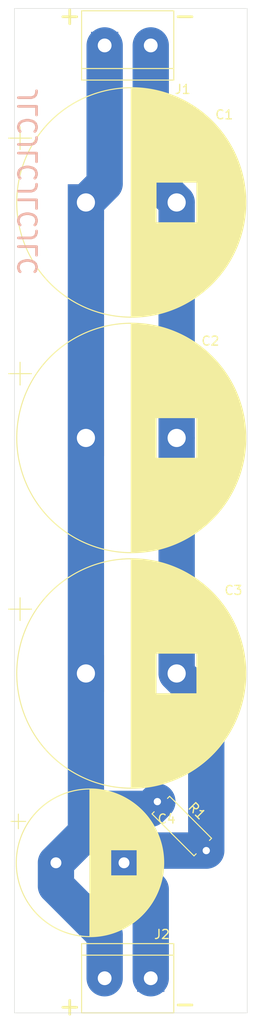
<source format=kicad_pcb>
(kicad_pcb (version 20171130) (host pcbnew 5.1.5+dfsg1-2build2)

  (general
    (thickness 1.6)
    (drawings 10)
    (tracks 22)
    (zones 0)
    (modules 11)
    (nets 3)
  )

  (page A4)
  (layers
    (0 F.Cu signal)
    (31 B.Cu signal)
    (32 B.Adhes user)
    (33 F.Adhes user)
    (34 B.Paste user)
    (35 F.Paste user)
    (36 B.SilkS user)
    (37 F.SilkS user)
    (38 B.Mask user)
    (39 F.Mask user)
    (40 Dwgs.User user)
    (41 Cmts.User user)
    (42 Eco1.User user)
    (43 Eco2.User user)
    (44 Edge.Cuts user)
    (45 Margin user)
    (46 B.CrtYd user)
    (47 F.CrtYd user)
    (48 B.Fab user)
    (49 F.Fab user)
  )

  (setup
    (last_trace_width 4)
    (trace_clearance 0.5)
    (zone_clearance 0.508)
    (zone_45_only no)
    (trace_min 0.2)
    (via_size 0.8)
    (via_drill 0.4)
    (via_min_size 0.4)
    (via_min_drill 0.3)
    (uvia_size 0.3)
    (uvia_drill 0.1)
    (uvias_allowed no)
    (uvia_min_size 0.2)
    (uvia_min_drill 0.1)
    (edge_width 0.05)
    (segment_width 0.2)
    (pcb_text_width 0.3)
    (pcb_text_size 1.5 1.5)
    (mod_edge_width 0.12)
    (mod_text_size 1 1)
    (mod_text_width 0.15)
    (pad_size 1.524 1.524)
    (pad_drill 0.762)
    (pad_to_mask_clearance 0.051)
    (solder_mask_min_width 0.25)
    (aux_axis_origin 0 0)
    (visible_elements FFFFFF7F)
    (pcbplotparams
      (layerselection 0x010fc_ffffffff)
      (usegerberextensions false)
      (usegerberattributes true)
      (usegerberadvancedattributes false)
      (creategerberjobfile false)
      (excludeedgelayer false)
      (linewidth 0.150000)
      (plotframeref false)
      (viasonmask false)
      (mode 1)
      (useauxorigin true)
      (hpglpennumber 1)
      (hpglpenspeed 20)
      (hpglpendiameter 15.000000)
      (psnegative false)
      (psa4output false)
      (plotreference true)
      (plotvalue true)
      (plotinvisibletext false)
      (padsonsilk false)
      (subtractmaskfromsilk false)
      (outputformat 1)
      (mirror false)
      (drillshape 0)
      (scaleselection 1)
      (outputdirectory "output/"))
  )

  (net 0 "")
  (net 1 "Net-(C1-Pad2)")
  (net 2 "Net-(C1-Pad1)")

  (net_class Default "This is the default net class."
    (clearance 0.5)
    (trace_width 4)
    (via_dia 0.8)
    (via_drill 0.4)
    (uvia_dia 0.3)
    (uvia_drill 0.1)
    (add_net "Net-(C1-Pad1)")
    (add_net "Net-(C1-Pad2)")
  )

  (module Resistor_THT:R_Axial_DIN0207_L6.3mm_D2.5mm_P7.62mm_Horizontal (layer F.Cu) (tedit 5AE5139B) (tstamp 606538F9)
    (at 185.674 142.113 315)
    (descr "Resistor, Axial_DIN0207 series, Axial, Horizontal, pin pitch=7.62mm, 0.25W = 1/4W, length*diameter=6.3*2.5mm^2, http://cdn-reichelt.de/documents/datenblatt/B400/1_4W%23YAG.pdf")
    (tags "Resistor Axial_DIN0207 series Axial Horizontal pin pitch 7.62mm 0.25W = 1/4W length 6.3mm diameter 2.5mm")
    (path /6064CD1D)
    (fp_text reference R1 (at 3.81 -2.37 135) (layer F.SilkS)
      (effects (font (size 1 1) (thickness 0.15)))
    )
    (fp_text value R (at 3.81 2.37 135) (layer F.Fab)
      (effects (font (size 1 1) (thickness 0.15)))
    )
    (fp_text user %R (at 3.81 0 135) (layer F.Fab)
      (effects (font (size 1 1) (thickness 0.15)))
    )
    (fp_line (start 8.67 -1.5) (end -1.05 -1.5) (layer F.CrtYd) (width 0.05))
    (fp_line (start 8.67 1.5) (end 8.67 -1.5) (layer F.CrtYd) (width 0.05))
    (fp_line (start -1.05 1.5) (end 8.67 1.5) (layer F.CrtYd) (width 0.05))
    (fp_line (start -1.05 -1.5) (end -1.05 1.5) (layer F.CrtYd) (width 0.05))
    (fp_line (start 7.08 1.37) (end 7.08 1.04) (layer F.SilkS) (width 0.12))
    (fp_line (start 0.54 1.37) (end 7.08 1.37) (layer F.SilkS) (width 0.12))
    (fp_line (start 0.54 1.04) (end 0.54 1.37) (layer F.SilkS) (width 0.12))
    (fp_line (start 7.08 -1.37) (end 7.08 -1.04) (layer F.SilkS) (width 0.12))
    (fp_line (start 0.54 -1.37) (end 7.08 -1.37) (layer F.SilkS) (width 0.12))
    (fp_line (start 0.54 -1.04) (end 0.54 -1.37) (layer F.SilkS) (width 0.12))
    (fp_line (start 7.62 0) (end 6.96 0) (layer F.Fab) (width 0.1))
    (fp_line (start 0 0) (end 0.66 0) (layer F.Fab) (width 0.1))
    (fp_line (start 6.96 -1.25) (end 0.66 -1.25) (layer F.Fab) (width 0.1))
    (fp_line (start 6.96 1.25) (end 6.96 -1.25) (layer F.Fab) (width 0.1))
    (fp_line (start 0.66 1.25) (end 6.96 1.25) (layer F.Fab) (width 0.1))
    (fp_line (start 0.66 -1.25) (end 0.66 1.25) (layer F.Fab) (width 0.1))
    (pad 2 thru_hole oval (at 7.62 0 315) (size 1.6 1.6) (drill 0.8) (layers *.Cu *.Mask)
      (net 1 "Net-(C1-Pad2)"))
    (pad 1 thru_hole circle (at 0 0 315) (size 1.6 1.6) (drill 0.8) (layers *.Cu *.Mask)
      (net 2 "Net-(C1-Pad1)"))
    (model ${KISYS3DMOD}/Resistor_THT.3dshapes/R_Axial_DIN0207_L6.3mm_D2.5mm_P7.62mm_Horizontal.wrl
      (at (xyz 0 0 0))
      (scale (xyz 1 1 1))
      (rotate (xyz 0 0 0))
    )
  )

  (module TerminalBlock:TerminalBlock_bornier-2_P5.08mm locked (layer F.Cu) (tedit 59FF03AB) (tstamp 6062AEB0)
    (at 184.94537 161.544 180)
    (descr "simple 2-pin terminal block, pitch 5.08mm, revamped version of bornier2")
    (tags "terminal block bornier2")
    (path /606243BC)
    (fp_text reference J2 (at -1.23663 4.826) (layer F.SilkS)
      (effects (font (size 1 1) (thickness 0.15)))
    )
    (fp_text value Screw_Terminal_01x02 (at 2.54 5.08) (layer F.Fab)
      (effects (font (size 1 1) (thickness 0.15)))
    )
    (fp_line (start 7.79 4) (end -2.71 4) (layer F.CrtYd) (width 0.05))
    (fp_line (start 7.79 4) (end 7.79 -4) (layer F.CrtYd) (width 0.05))
    (fp_line (start -2.71 -4) (end -2.71 4) (layer F.CrtYd) (width 0.05))
    (fp_line (start -2.71 -4) (end 7.79 -4) (layer F.CrtYd) (width 0.05))
    (fp_line (start -2.54 3.81) (end 7.62 3.81) (layer F.SilkS) (width 0.12))
    (fp_line (start -2.54 -3.81) (end -2.54 3.81) (layer F.SilkS) (width 0.12))
    (fp_line (start 7.62 -3.81) (end -2.54 -3.81) (layer F.SilkS) (width 0.12))
    (fp_line (start 7.62 3.81) (end 7.62 -3.81) (layer F.SilkS) (width 0.12))
    (fp_line (start 7.62 2.54) (end -2.54 2.54) (layer F.SilkS) (width 0.12))
    (fp_line (start 7.54 -3.75) (end -2.46 -3.75) (layer F.Fab) (width 0.1))
    (fp_line (start 7.54 3.75) (end 7.54 -3.75) (layer F.Fab) (width 0.1))
    (fp_line (start -2.46 3.75) (end 7.54 3.75) (layer F.Fab) (width 0.1))
    (fp_line (start -2.46 -3.75) (end -2.46 3.75) (layer F.Fab) (width 0.1))
    (fp_line (start -2.41 2.55) (end 7.49 2.55) (layer F.Fab) (width 0.1))
    (fp_text user %R (at 2.54 0) (layer F.Fab)
      (effects (font (size 1 1) (thickness 0.15)))
    )
    (pad 2 thru_hole circle (at 5.08 0 180) (size 3 3) (drill 1.52) (layers *.Cu *.Mask)
      (net 2 "Net-(C1-Pad1)"))
    (pad 1 thru_hole rect (at 0 0 180) (size 3 3) (drill 1.52) (layers *.Cu *.Mask)
      (net 1 "Net-(C1-Pad2)"))
    (model ${KISYS3DMOD}/TerminalBlock.3dshapes/TerminalBlock_bornier-2_P5.08mm.wrl
      (offset (xyz 2.539999961853027 0 0))
      (scale (xyz 1 1 1))
      (rotate (xyz 0 0 0))
    )
  )

  (module TerminalBlock:TerminalBlock_bornier-2_P5.08mm locked (layer F.Cu) (tedit 59FF03AB) (tstamp 6062AE9B)
    (at 179.86537 58.928)
    (descr "simple 2-pin terminal block, pitch 5.08mm, revamped version of bornier2")
    (tags "terminal block bornier2")
    (path /60623DC6)
    (fp_text reference J1 (at 8.60263 4.826) (layer F.SilkS)
      (effects (font (size 1 1) (thickness 0.15)))
    )
    (fp_text value Screw_Terminal_01x02 (at 2.54 5.08) (layer F.Fab)
      (effects (font (size 1 1) (thickness 0.15)))
    )
    (fp_line (start 7.79 4) (end -2.71 4) (layer F.CrtYd) (width 0.05))
    (fp_line (start 7.79 4) (end 7.79 -4) (layer F.CrtYd) (width 0.05))
    (fp_line (start -2.71 -4) (end -2.71 4) (layer F.CrtYd) (width 0.05))
    (fp_line (start -2.71 -4) (end 7.79 -4) (layer F.CrtYd) (width 0.05))
    (fp_line (start -2.54 3.81) (end 7.62 3.81) (layer F.SilkS) (width 0.12))
    (fp_line (start -2.54 -3.81) (end -2.54 3.81) (layer F.SilkS) (width 0.12))
    (fp_line (start 7.62 -3.81) (end -2.54 -3.81) (layer F.SilkS) (width 0.12))
    (fp_line (start 7.62 3.81) (end 7.62 -3.81) (layer F.SilkS) (width 0.12))
    (fp_line (start 7.62 2.54) (end -2.54 2.54) (layer F.SilkS) (width 0.12))
    (fp_line (start 7.54 -3.75) (end -2.46 -3.75) (layer F.Fab) (width 0.1))
    (fp_line (start 7.54 3.75) (end 7.54 -3.75) (layer F.Fab) (width 0.1))
    (fp_line (start -2.46 3.75) (end 7.54 3.75) (layer F.Fab) (width 0.1))
    (fp_line (start -2.46 -3.75) (end -2.46 3.75) (layer F.Fab) (width 0.1))
    (fp_line (start -2.41 2.55) (end 7.49 2.55) (layer F.Fab) (width 0.1))
    (fp_text user %R (at 2.54 0) (layer F.Fab)
      (effects (font (size 1 1) (thickness 0.15)))
    )
    (pad 2 thru_hole circle (at 5.08 0) (size 3 3) (drill 1.52) (layers *.Cu *.Mask)
      (net 1 "Net-(C1-Pad2)"))
    (pad 1 thru_hole rect (at 0 0) (size 3 3) (drill 1.52) (layers *.Cu *.Mask)
      (net 2 "Net-(C1-Pad1)"))
    (model ${KISYS3DMOD}/TerminalBlock.3dshapes/TerminalBlock_bornier-2_P5.08mm.wrl
      (offset (xyz 2.539999961853027 0 0))
      (scale (xyz 1 1 1))
      (rotate (xyz 0 0 0))
    )
  )

  (module MountingHole:MountingHole_3.2mm_M3 locked (layer F.Cu) (tedit 56D1B4CB) (tstamp 6062AE86)
    (at 191.516 161.544)
    (descr "Mounting Hole 3.2mm, no annular, M3")
    (tags "mounting hole 3.2mm no annular m3")
    (path /60626EE8)
    (attr virtual)
    (fp_text reference H4 (at 0 -4.2) (layer F.SilkS) hide
      (effects (font (size 1 1) (thickness 0.15)))
    )
    (fp_text value MountingHole (at 0 4.2) (layer F.Fab)
      (effects (font (size 1 1) (thickness 0.15)))
    )
    (fp_circle (center 0 0) (end 3.45 0) (layer F.CrtYd) (width 0.05))
    (fp_circle (center 0 0) (end 3.2 0) (layer Cmts.User) (width 0.15))
    (fp_text user %R (at 0.3 0) (layer F.Fab)
      (effects (font (size 1 1) (thickness 0.15)))
    )
    (pad 1 np_thru_hole circle (at 0 0) (size 3.2 3.2) (drill 3.2) (layers *.Cu *.Mask))
  )

  (module MountingHole:MountingHole_3.2mm_M3 locked (layer F.Cu) (tedit 56D1B4CB) (tstamp 6062AE7E)
    (at 173.482 161.544)
    (descr "Mounting Hole 3.2mm, no annular, M3")
    (tags "mounting hole 3.2mm no annular m3")
    (path /60627153)
    (attr virtual)
    (fp_text reference H3 (at 0 -4.2) (layer F.SilkS) hide
      (effects (font (size 1 1) (thickness 0.15)))
    )
    (fp_text value MountingHole (at 0 4.2) (layer F.Fab)
      (effects (font (size 1 1) (thickness 0.15)))
    )
    (fp_circle (center 0 0) (end 3.45 0) (layer F.CrtYd) (width 0.05))
    (fp_circle (center 0 0) (end 3.2 0) (layer Cmts.User) (width 0.15))
    (fp_text user %R (at 0.3 0) (layer F.Fab)
      (effects (font (size 1 1) (thickness 0.15)))
    )
    (pad 1 np_thru_hole circle (at 0 0) (size 3.2 3.2) (drill 3.2) (layers *.Cu *.Mask))
  )

  (module MountingHole:MountingHole_3.2mm_M3 locked (layer F.Cu) (tedit 56D1B4CB) (tstamp 6062AE76)
    (at 191.516 58.928)
    (descr "Mounting Hole 3.2mm, no annular, M3")
    (tags "mounting hole 3.2mm no annular m3")
    (path /6062722E)
    (attr virtual)
    (fp_text reference H2 (at 0 -4.2) (layer F.SilkS) hide
      (effects (font (size 1 1) (thickness 0.15)))
    )
    (fp_text value MountingHole (at 0 4.2) (layer F.Fab)
      (effects (font (size 1 1) (thickness 0.15)))
    )
    (fp_circle (center 0 0) (end 3.45 0) (layer F.CrtYd) (width 0.05))
    (fp_circle (center 0 0) (end 3.2 0) (layer Cmts.User) (width 0.15))
    (fp_text user %R (at 0.3 0) (layer F.Fab)
      (effects (font (size 1 1) (thickness 0.15)))
    )
    (pad 1 np_thru_hole circle (at 0 0) (size 3.2 3.2) (drill 3.2) (layers *.Cu *.Mask))
  )

  (module MountingHole:MountingHole_3.2mm_M3 locked (layer F.Cu) (tedit 56D1B4CB) (tstamp 6062AE6E)
    (at 173.482 58.928)
    (descr "Mounting Hole 3.2mm, no annular, M3")
    (tags "mounting hole 3.2mm no annular m3")
    (path /606274B2)
    (attr virtual)
    (fp_text reference H1 (at 0 -4.2) (layer F.SilkS) hide
      (effects (font (size 1 1) (thickness 0.15)))
    )
    (fp_text value MountingHole (at 0 4.2) (layer F.Fab)
      (effects (font (size 1 1) (thickness 0.15)))
    )
    (fp_circle (center 0 0) (end 3.45 0) (layer F.CrtYd) (width 0.05))
    (fp_circle (center 0 0) (end 3.2 0) (layer Cmts.User) (width 0.15))
    (fp_text user %R (at 0.3 0) (layer F.Fab)
      (effects (font (size 1 1) (thickness 0.15)))
    )
    (pad 1 np_thru_hole circle (at 0 0) (size 3.2 3.2) (drill 3.2) (layers *.Cu *.Mask))
  )

  (module Capacitor_THT:CP_Radial_D16.0mm_P7.50mm locked (layer F.Cu) (tedit 5AE50EF1) (tstamp 6062AE66)
    (at 174.498 148.844)
    (descr "CP, Radial series, Radial, pin pitch=7.50mm, , diameter=16mm, Electrolytic Capacitor")
    (tags "CP Radial series Radial pin pitch 7.50mm  diameter 16mm Electrolytic Capacitor")
    (path /606238EA)
    (fp_text reference C4 (at 12.192 -4.826) (layer F.SilkS)
      (effects (font (size 1 1) (thickness 0.15)))
    )
    (fp_text value CP (at 3.75 9.25) (layer F.Fab)
      (effects (font (size 1 1) (thickness 0.15)))
    )
    (fp_text user %R (at 3.75 0) (layer F.Fab)
      (effects (font (size 1 1) (thickness 0.15)))
    )
    (fp_line (start -4.139491 -5.355) (end -4.139491 -3.755) (layer F.SilkS) (width 0.12))
    (fp_line (start -4.939491 -4.555) (end -3.339491 -4.555) (layer F.SilkS) (width 0.12))
    (fp_line (start 11.831 -0.765) (end 11.831 0.765) (layer F.SilkS) (width 0.12))
    (fp_line (start 11.791 -1.098) (end 11.791 1.098) (layer F.SilkS) (width 0.12))
    (fp_line (start 11.751 -1.351) (end 11.751 1.351) (layer F.SilkS) (width 0.12))
    (fp_line (start 11.711 -1.564) (end 11.711 1.564) (layer F.SilkS) (width 0.12))
    (fp_line (start 11.671 -1.752) (end 11.671 1.752) (layer F.SilkS) (width 0.12))
    (fp_line (start 11.631 -1.92) (end 11.631 1.92) (layer F.SilkS) (width 0.12))
    (fp_line (start 11.591 -2.074) (end 11.591 2.074) (layer F.SilkS) (width 0.12))
    (fp_line (start 11.551 -2.218) (end 11.551 2.218) (layer F.SilkS) (width 0.12))
    (fp_line (start 11.511 -2.351) (end 11.511 2.351) (layer F.SilkS) (width 0.12))
    (fp_line (start 11.471 -2.478) (end 11.471 2.478) (layer F.SilkS) (width 0.12))
    (fp_line (start 11.431 -2.597) (end 11.431 2.597) (layer F.SilkS) (width 0.12))
    (fp_line (start 11.391 -2.711) (end 11.391 2.711) (layer F.SilkS) (width 0.12))
    (fp_line (start 11.351 -2.82) (end 11.351 2.82) (layer F.SilkS) (width 0.12))
    (fp_line (start 11.311 -2.924) (end 11.311 2.924) (layer F.SilkS) (width 0.12))
    (fp_line (start 11.271 -3.024) (end 11.271 3.024) (layer F.SilkS) (width 0.12))
    (fp_line (start 11.231 -3.12) (end 11.231 3.12) (layer F.SilkS) (width 0.12))
    (fp_line (start 11.191 -3.213) (end 11.191 3.213) (layer F.SilkS) (width 0.12))
    (fp_line (start 11.151 -3.303) (end 11.151 3.303) (layer F.SilkS) (width 0.12))
    (fp_line (start 11.111 -3.39) (end 11.111 3.39) (layer F.SilkS) (width 0.12))
    (fp_line (start 11.071 -3.475) (end 11.071 3.475) (layer F.SilkS) (width 0.12))
    (fp_line (start 11.031 -3.557) (end 11.031 3.557) (layer F.SilkS) (width 0.12))
    (fp_line (start 10.991 -3.637) (end 10.991 3.637) (layer F.SilkS) (width 0.12))
    (fp_line (start 10.951 -3.715) (end 10.951 3.715) (layer F.SilkS) (width 0.12))
    (fp_line (start 10.911 -3.79) (end 10.911 3.79) (layer F.SilkS) (width 0.12))
    (fp_line (start 10.871 -3.864) (end 10.871 3.864) (layer F.SilkS) (width 0.12))
    (fp_line (start 10.831 -3.936) (end 10.831 3.936) (layer F.SilkS) (width 0.12))
    (fp_line (start 10.791 -4.007) (end 10.791 4.007) (layer F.SilkS) (width 0.12))
    (fp_line (start 10.751 -4.076) (end 10.751 4.076) (layer F.SilkS) (width 0.12))
    (fp_line (start 10.711 -4.143) (end 10.711 4.143) (layer F.SilkS) (width 0.12))
    (fp_line (start 10.671 -4.209) (end 10.671 4.209) (layer F.SilkS) (width 0.12))
    (fp_line (start 10.631 -4.273) (end 10.631 4.273) (layer F.SilkS) (width 0.12))
    (fp_line (start 10.591 -4.336) (end 10.591 4.336) (layer F.SilkS) (width 0.12))
    (fp_line (start 10.551 -4.398) (end 10.551 4.398) (layer F.SilkS) (width 0.12))
    (fp_line (start 10.511 -4.459) (end 10.511 4.459) (layer F.SilkS) (width 0.12))
    (fp_line (start 10.471 -4.519) (end 10.471 4.519) (layer F.SilkS) (width 0.12))
    (fp_line (start 10.431 -4.577) (end 10.431 4.577) (layer F.SilkS) (width 0.12))
    (fp_line (start 10.391 -4.634) (end 10.391 4.634) (layer F.SilkS) (width 0.12))
    (fp_line (start 10.351 -4.691) (end 10.351 4.691) (layer F.SilkS) (width 0.12))
    (fp_line (start 10.311 -4.746) (end 10.311 4.746) (layer F.SilkS) (width 0.12))
    (fp_line (start 10.271 -4.8) (end 10.271 4.8) (layer F.SilkS) (width 0.12))
    (fp_line (start 10.231 -4.854) (end 10.231 4.854) (layer F.SilkS) (width 0.12))
    (fp_line (start 10.191 -4.906) (end 10.191 4.906) (layer F.SilkS) (width 0.12))
    (fp_line (start 10.151 -4.958) (end 10.151 4.958) (layer F.SilkS) (width 0.12))
    (fp_line (start 10.111 -5.009) (end 10.111 5.009) (layer F.SilkS) (width 0.12))
    (fp_line (start 10.071 -5.059) (end 10.071 5.059) (layer F.SilkS) (width 0.12))
    (fp_line (start 10.031 -5.108) (end 10.031 5.108) (layer F.SilkS) (width 0.12))
    (fp_line (start 9.991 -5.156) (end 9.991 5.156) (layer F.SilkS) (width 0.12))
    (fp_line (start 9.951 -5.204) (end 9.951 5.204) (layer F.SilkS) (width 0.12))
    (fp_line (start 9.911 -5.251) (end 9.911 5.251) (layer F.SilkS) (width 0.12))
    (fp_line (start 9.871 -5.297) (end 9.871 5.297) (layer F.SilkS) (width 0.12))
    (fp_line (start 9.831 -5.343) (end 9.831 5.343) (layer F.SilkS) (width 0.12))
    (fp_line (start 9.791 -5.388) (end 9.791 5.388) (layer F.SilkS) (width 0.12))
    (fp_line (start 9.751 -5.432) (end 9.751 5.432) (layer F.SilkS) (width 0.12))
    (fp_line (start 9.711 -5.475) (end 9.711 5.475) (layer F.SilkS) (width 0.12))
    (fp_line (start 9.671 -5.518) (end 9.671 5.518) (layer F.SilkS) (width 0.12))
    (fp_line (start 9.631 -5.56) (end 9.631 5.56) (layer F.SilkS) (width 0.12))
    (fp_line (start 9.591 -5.602) (end 9.591 5.602) (layer F.SilkS) (width 0.12))
    (fp_line (start 9.551 -5.643) (end 9.551 5.643) (layer F.SilkS) (width 0.12))
    (fp_line (start 9.511 -5.684) (end 9.511 5.684) (layer F.SilkS) (width 0.12))
    (fp_line (start 9.471 -5.724) (end 9.471 5.724) (layer F.SilkS) (width 0.12))
    (fp_line (start 9.431 -5.763) (end 9.431 5.763) (layer F.SilkS) (width 0.12))
    (fp_line (start 9.391 -5.802) (end 9.391 5.802) (layer F.SilkS) (width 0.12))
    (fp_line (start 9.351 -5.84) (end 9.351 5.84) (layer F.SilkS) (width 0.12))
    (fp_line (start 9.311 -5.878) (end 9.311 5.878) (layer F.SilkS) (width 0.12))
    (fp_line (start 9.271 -5.916) (end 9.271 5.916) (layer F.SilkS) (width 0.12))
    (fp_line (start 9.231 -5.952) (end 9.231 5.952) (layer F.SilkS) (width 0.12))
    (fp_line (start 9.191 -5.989) (end 9.191 5.989) (layer F.SilkS) (width 0.12))
    (fp_line (start 9.151 -6.025) (end 9.151 6.025) (layer F.SilkS) (width 0.12))
    (fp_line (start 9.111 -6.06) (end 9.111 6.06) (layer F.SilkS) (width 0.12))
    (fp_line (start 9.071 -6.095) (end 9.071 6.095) (layer F.SilkS) (width 0.12))
    (fp_line (start 9.031 -6.129) (end 9.031 6.129) (layer F.SilkS) (width 0.12))
    (fp_line (start 8.991 -6.163) (end 8.991 6.163) (layer F.SilkS) (width 0.12))
    (fp_line (start 8.951 -6.197) (end 8.951 6.197) (layer F.SilkS) (width 0.12))
    (fp_line (start 8.911 1.44) (end 8.911 6.23) (layer F.SilkS) (width 0.12))
    (fp_line (start 8.911 -6.23) (end 8.911 -1.44) (layer F.SilkS) (width 0.12))
    (fp_line (start 8.871 1.44) (end 8.871 6.263) (layer F.SilkS) (width 0.12))
    (fp_line (start 8.871 -6.263) (end 8.871 -1.44) (layer F.SilkS) (width 0.12))
    (fp_line (start 8.831 1.44) (end 8.831 6.295) (layer F.SilkS) (width 0.12))
    (fp_line (start 8.831 -6.295) (end 8.831 -1.44) (layer F.SilkS) (width 0.12))
    (fp_line (start 8.791 1.44) (end 8.791 6.327) (layer F.SilkS) (width 0.12))
    (fp_line (start 8.791 -6.327) (end 8.791 -1.44) (layer F.SilkS) (width 0.12))
    (fp_line (start 8.751 1.44) (end 8.751 6.358) (layer F.SilkS) (width 0.12))
    (fp_line (start 8.751 -6.358) (end 8.751 -1.44) (layer F.SilkS) (width 0.12))
    (fp_line (start 8.711 1.44) (end 8.711 6.39) (layer F.SilkS) (width 0.12))
    (fp_line (start 8.711 -6.39) (end 8.711 -1.44) (layer F.SilkS) (width 0.12))
    (fp_line (start 8.671 1.44) (end 8.671 6.42) (layer F.SilkS) (width 0.12))
    (fp_line (start 8.671 -6.42) (end 8.671 -1.44) (layer F.SilkS) (width 0.12))
    (fp_line (start 8.631 1.44) (end 8.631 6.45) (layer F.SilkS) (width 0.12))
    (fp_line (start 8.631 -6.45) (end 8.631 -1.44) (layer F.SilkS) (width 0.12))
    (fp_line (start 8.591 1.44) (end 8.591 6.48) (layer F.SilkS) (width 0.12))
    (fp_line (start 8.591 -6.48) (end 8.591 -1.44) (layer F.SilkS) (width 0.12))
    (fp_line (start 8.551 1.44) (end 8.551 6.51) (layer F.SilkS) (width 0.12))
    (fp_line (start 8.551 -6.51) (end 8.551 -1.44) (layer F.SilkS) (width 0.12))
    (fp_line (start 8.511 1.44) (end 8.511 6.539) (layer F.SilkS) (width 0.12))
    (fp_line (start 8.511 -6.539) (end 8.511 -1.44) (layer F.SilkS) (width 0.12))
    (fp_line (start 8.471 1.44) (end 8.471 6.568) (layer F.SilkS) (width 0.12))
    (fp_line (start 8.471 -6.568) (end 8.471 -1.44) (layer F.SilkS) (width 0.12))
    (fp_line (start 8.431 1.44) (end 8.431 6.596) (layer F.SilkS) (width 0.12))
    (fp_line (start 8.431 -6.596) (end 8.431 -1.44) (layer F.SilkS) (width 0.12))
    (fp_line (start 8.391 1.44) (end 8.391 6.624) (layer F.SilkS) (width 0.12))
    (fp_line (start 8.391 -6.624) (end 8.391 -1.44) (layer F.SilkS) (width 0.12))
    (fp_line (start 8.351 1.44) (end 8.351 6.652) (layer F.SilkS) (width 0.12))
    (fp_line (start 8.351 -6.652) (end 8.351 -1.44) (layer F.SilkS) (width 0.12))
    (fp_line (start 8.311 1.44) (end 8.311 6.679) (layer F.SilkS) (width 0.12))
    (fp_line (start 8.311 -6.679) (end 8.311 -1.44) (layer F.SilkS) (width 0.12))
    (fp_line (start 8.271 1.44) (end 8.271 6.706) (layer F.SilkS) (width 0.12))
    (fp_line (start 8.271 -6.706) (end 8.271 -1.44) (layer F.SilkS) (width 0.12))
    (fp_line (start 8.231 1.44) (end 8.231 6.733) (layer F.SilkS) (width 0.12))
    (fp_line (start 8.231 -6.733) (end 8.231 -1.44) (layer F.SilkS) (width 0.12))
    (fp_line (start 8.191 1.44) (end 8.191 6.759) (layer F.SilkS) (width 0.12))
    (fp_line (start 8.191 -6.759) (end 8.191 -1.44) (layer F.SilkS) (width 0.12))
    (fp_line (start 8.151 1.44) (end 8.151 6.785) (layer F.SilkS) (width 0.12))
    (fp_line (start 8.151 -6.785) (end 8.151 -1.44) (layer F.SilkS) (width 0.12))
    (fp_line (start 8.111 1.44) (end 8.111 6.811) (layer F.SilkS) (width 0.12))
    (fp_line (start 8.111 -6.811) (end 8.111 -1.44) (layer F.SilkS) (width 0.12))
    (fp_line (start 8.071 1.44) (end 8.071 6.836) (layer F.SilkS) (width 0.12))
    (fp_line (start 8.071 -6.836) (end 8.071 -1.44) (layer F.SilkS) (width 0.12))
    (fp_line (start 8.031 1.44) (end 8.031 6.861) (layer F.SilkS) (width 0.12))
    (fp_line (start 8.031 -6.861) (end 8.031 -1.44) (layer F.SilkS) (width 0.12))
    (fp_line (start 7.991 1.44) (end 7.991 6.886) (layer F.SilkS) (width 0.12))
    (fp_line (start 7.991 -6.886) (end 7.991 -1.44) (layer F.SilkS) (width 0.12))
    (fp_line (start 7.951 1.44) (end 7.951 6.91) (layer F.SilkS) (width 0.12))
    (fp_line (start 7.951 -6.91) (end 7.951 -1.44) (layer F.SilkS) (width 0.12))
    (fp_line (start 7.911 1.44) (end 7.911 6.934) (layer F.SilkS) (width 0.12))
    (fp_line (start 7.911 -6.934) (end 7.911 -1.44) (layer F.SilkS) (width 0.12))
    (fp_line (start 7.871 1.44) (end 7.871 6.958) (layer F.SilkS) (width 0.12))
    (fp_line (start 7.871 -6.958) (end 7.871 -1.44) (layer F.SilkS) (width 0.12))
    (fp_line (start 7.831 1.44) (end 7.831 6.981) (layer F.SilkS) (width 0.12))
    (fp_line (start 7.831 -6.981) (end 7.831 -1.44) (layer F.SilkS) (width 0.12))
    (fp_line (start 7.791 1.44) (end 7.791 7.004) (layer F.SilkS) (width 0.12))
    (fp_line (start 7.791 -7.004) (end 7.791 -1.44) (layer F.SilkS) (width 0.12))
    (fp_line (start 7.751 1.44) (end 7.751 7.027) (layer F.SilkS) (width 0.12))
    (fp_line (start 7.751 -7.027) (end 7.751 -1.44) (layer F.SilkS) (width 0.12))
    (fp_line (start 7.711 1.44) (end 7.711 7.049) (layer F.SilkS) (width 0.12))
    (fp_line (start 7.711 -7.049) (end 7.711 -1.44) (layer F.SilkS) (width 0.12))
    (fp_line (start 7.671 1.44) (end 7.671 7.072) (layer F.SilkS) (width 0.12))
    (fp_line (start 7.671 -7.072) (end 7.671 -1.44) (layer F.SilkS) (width 0.12))
    (fp_line (start 7.631 1.44) (end 7.631 7.094) (layer F.SilkS) (width 0.12))
    (fp_line (start 7.631 -7.094) (end 7.631 -1.44) (layer F.SilkS) (width 0.12))
    (fp_line (start 7.591 1.44) (end 7.591 7.115) (layer F.SilkS) (width 0.12))
    (fp_line (start 7.591 -7.115) (end 7.591 -1.44) (layer F.SilkS) (width 0.12))
    (fp_line (start 7.551 1.44) (end 7.551 7.136) (layer F.SilkS) (width 0.12))
    (fp_line (start 7.551 -7.136) (end 7.551 -1.44) (layer F.SilkS) (width 0.12))
    (fp_line (start 7.511 1.44) (end 7.511 7.157) (layer F.SilkS) (width 0.12))
    (fp_line (start 7.511 -7.157) (end 7.511 -1.44) (layer F.SilkS) (width 0.12))
    (fp_line (start 7.471 1.44) (end 7.471 7.178) (layer F.SilkS) (width 0.12))
    (fp_line (start 7.471 -7.178) (end 7.471 -1.44) (layer F.SilkS) (width 0.12))
    (fp_line (start 7.431 1.44) (end 7.431 7.199) (layer F.SilkS) (width 0.12))
    (fp_line (start 7.431 -7.199) (end 7.431 -1.44) (layer F.SilkS) (width 0.12))
    (fp_line (start 7.391 1.44) (end 7.391 7.219) (layer F.SilkS) (width 0.12))
    (fp_line (start 7.391 -7.219) (end 7.391 -1.44) (layer F.SilkS) (width 0.12))
    (fp_line (start 7.351 1.44) (end 7.351 7.239) (layer F.SilkS) (width 0.12))
    (fp_line (start 7.351 -7.239) (end 7.351 -1.44) (layer F.SilkS) (width 0.12))
    (fp_line (start 7.311 1.44) (end 7.311 7.258) (layer F.SilkS) (width 0.12))
    (fp_line (start 7.311 -7.258) (end 7.311 -1.44) (layer F.SilkS) (width 0.12))
    (fp_line (start 7.271 1.44) (end 7.271 7.278) (layer F.SilkS) (width 0.12))
    (fp_line (start 7.271 -7.278) (end 7.271 -1.44) (layer F.SilkS) (width 0.12))
    (fp_line (start 7.231 1.44) (end 7.231 7.297) (layer F.SilkS) (width 0.12))
    (fp_line (start 7.231 -7.297) (end 7.231 -1.44) (layer F.SilkS) (width 0.12))
    (fp_line (start 7.191 1.44) (end 7.191 7.316) (layer F.SilkS) (width 0.12))
    (fp_line (start 7.191 -7.316) (end 7.191 -1.44) (layer F.SilkS) (width 0.12))
    (fp_line (start 7.151 1.44) (end 7.151 7.334) (layer F.SilkS) (width 0.12))
    (fp_line (start 7.151 -7.334) (end 7.151 -1.44) (layer F.SilkS) (width 0.12))
    (fp_line (start 7.111 1.44) (end 7.111 7.353) (layer F.SilkS) (width 0.12))
    (fp_line (start 7.111 -7.353) (end 7.111 -1.44) (layer F.SilkS) (width 0.12))
    (fp_line (start 7.071 1.44) (end 7.071 7.371) (layer F.SilkS) (width 0.12))
    (fp_line (start 7.071 -7.371) (end 7.071 -1.44) (layer F.SilkS) (width 0.12))
    (fp_line (start 7.031 1.44) (end 7.031 7.389) (layer F.SilkS) (width 0.12))
    (fp_line (start 7.031 -7.389) (end 7.031 -1.44) (layer F.SilkS) (width 0.12))
    (fp_line (start 6.991 1.44) (end 6.991 7.406) (layer F.SilkS) (width 0.12))
    (fp_line (start 6.991 -7.406) (end 6.991 -1.44) (layer F.SilkS) (width 0.12))
    (fp_line (start 6.951 1.44) (end 6.951 7.423) (layer F.SilkS) (width 0.12))
    (fp_line (start 6.951 -7.423) (end 6.951 -1.44) (layer F.SilkS) (width 0.12))
    (fp_line (start 6.911 1.44) (end 6.911 7.44) (layer F.SilkS) (width 0.12))
    (fp_line (start 6.911 -7.44) (end 6.911 -1.44) (layer F.SilkS) (width 0.12))
    (fp_line (start 6.871 1.44) (end 6.871 7.457) (layer F.SilkS) (width 0.12))
    (fp_line (start 6.871 -7.457) (end 6.871 -1.44) (layer F.SilkS) (width 0.12))
    (fp_line (start 6.831 1.44) (end 6.831 7.474) (layer F.SilkS) (width 0.12))
    (fp_line (start 6.831 -7.474) (end 6.831 -1.44) (layer F.SilkS) (width 0.12))
    (fp_line (start 6.791 1.44) (end 6.791 7.49) (layer F.SilkS) (width 0.12))
    (fp_line (start 6.791 -7.49) (end 6.791 -1.44) (layer F.SilkS) (width 0.12))
    (fp_line (start 6.751 1.44) (end 6.751 7.506) (layer F.SilkS) (width 0.12))
    (fp_line (start 6.751 -7.506) (end 6.751 -1.44) (layer F.SilkS) (width 0.12))
    (fp_line (start 6.711 1.44) (end 6.711 7.522) (layer F.SilkS) (width 0.12))
    (fp_line (start 6.711 -7.522) (end 6.711 -1.44) (layer F.SilkS) (width 0.12))
    (fp_line (start 6.671 1.44) (end 6.671 7.537) (layer F.SilkS) (width 0.12))
    (fp_line (start 6.671 -7.537) (end 6.671 -1.44) (layer F.SilkS) (width 0.12))
    (fp_line (start 6.631 1.44) (end 6.631 7.553) (layer F.SilkS) (width 0.12))
    (fp_line (start 6.631 -7.553) (end 6.631 -1.44) (layer F.SilkS) (width 0.12))
    (fp_line (start 6.591 1.44) (end 6.591 7.568) (layer F.SilkS) (width 0.12))
    (fp_line (start 6.591 -7.568) (end 6.591 -1.44) (layer F.SilkS) (width 0.12))
    (fp_line (start 6.551 1.44) (end 6.551 7.582) (layer F.SilkS) (width 0.12))
    (fp_line (start 6.551 -7.582) (end 6.551 -1.44) (layer F.SilkS) (width 0.12))
    (fp_line (start 6.511 1.44) (end 6.511 7.597) (layer F.SilkS) (width 0.12))
    (fp_line (start 6.511 -7.597) (end 6.511 -1.44) (layer F.SilkS) (width 0.12))
    (fp_line (start 6.471 1.44) (end 6.471 7.611) (layer F.SilkS) (width 0.12))
    (fp_line (start 6.471 -7.611) (end 6.471 -1.44) (layer F.SilkS) (width 0.12))
    (fp_line (start 6.431 1.44) (end 6.431 7.625) (layer F.SilkS) (width 0.12))
    (fp_line (start 6.431 -7.625) (end 6.431 -1.44) (layer F.SilkS) (width 0.12))
    (fp_line (start 6.391 1.44) (end 6.391 7.639) (layer F.SilkS) (width 0.12))
    (fp_line (start 6.391 -7.639) (end 6.391 -1.44) (layer F.SilkS) (width 0.12))
    (fp_line (start 6.351 1.44) (end 6.351 7.653) (layer F.SilkS) (width 0.12))
    (fp_line (start 6.351 -7.653) (end 6.351 -1.44) (layer F.SilkS) (width 0.12))
    (fp_line (start 6.311 1.44) (end 6.311 7.666) (layer F.SilkS) (width 0.12))
    (fp_line (start 6.311 -7.666) (end 6.311 -1.44) (layer F.SilkS) (width 0.12))
    (fp_line (start 6.271 1.44) (end 6.271 7.68) (layer F.SilkS) (width 0.12))
    (fp_line (start 6.271 -7.68) (end 6.271 -1.44) (layer F.SilkS) (width 0.12))
    (fp_line (start 6.231 1.44) (end 6.231 7.693) (layer F.SilkS) (width 0.12))
    (fp_line (start 6.231 -7.693) (end 6.231 -1.44) (layer F.SilkS) (width 0.12))
    (fp_line (start 6.191 1.44) (end 6.191 7.705) (layer F.SilkS) (width 0.12))
    (fp_line (start 6.191 -7.705) (end 6.191 -1.44) (layer F.SilkS) (width 0.12))
    (fp_line (start 6.151 1.44) (end 6.151 7.718) (layer F.SilkS) (width 0.12))
    (fp_line (start 6.151 -7.718) (end 6.151 -1.44) (layer F.SilkS) (width 0.12))
    (fp_line (start 6.111 1.44) (end 6.111 7.73) (layer F.SilkS) (width 0.12))
    (fp_line (start 6.111 -7.73) (end 6.111 -1.44) (layer F.SilkS) (width 0.12))
    (fp_line (start 6.071 1.44) (end 6.071 7.742) (layer F.SilkS) (width 0.12))
    (fp_line (start 6.071 -7.742) (end 6.071 -1.44) (layer F.SilkS) (width 0.12))
    (fp_line (start 6.031 -7.754) (end 6.031 7.754) (layer F.SilkS) (width 0.12))
    (fp_line (start 5.991 -7.765) (end 5.991 7.765) (layer F.SilkS) (width 0.12))
    (fp_line (start 5.951 -7.777) (end 5.951 7.777) (layer F.SilkS) (width 0.12))
    (fp_line (start 5.911 -7.788) (end 5.911 7.788) (layer F.SilkS) (width 0.12))
    (fp_line (start 5.871 -7.799) (end 5.871 7.799) (layer F.SilkS) (width 0.12))
    (fp_line (start 5.831 -7.81) (end 5.831 7.81) (layer F.SilkS) (width 0.12))
    (fp_line (start 5.791 -7.82) (end 5.791 7.82) (layer F.SilkS) (width 0.12))
    (fp_line (start 5.751 -7.83) (end 5.751 7.83) (layer F.SilkS) (width 0.12))
    (fp_line (start 5.711 -7.84) (end 5.711 7.84) (layer F.SilkS) (width 0.12))
    (fp_line (start 5.671 -7.85) (end 5.671 7.85) (layer F.SilkS) (width 0.12))
    (fp_line (start 5.631 -7.86) (end 5.631 7.86) (layer F.SilkS) (width 0.12))
    (fp_line (start 5.591 -7.869) (end 5.591 7.869) (layer F.SilkS) (width 0.12))
    (fp_line (start 5.551 -7.878) (end 5.551 7.878) (layer F.SilkS) (width 0.12))
    (fp_line (start 5.511 -7.887) (end 5.511 7.887) (layer F.SilkS) (width 0.12))
    (fp_line (start 5.471 -7.896) (end 5.471 7.896) (layer F.SilkS) (width 0.12))
    (fp_line (start 5.431 -7.905) (end 5.431 7.905) (layer F.SilkS) (width 0.12))
    (fp_line (start 5.391 -7.913) (end 5.391 7.913) (layer F.SilkS) (width 0.12))
    (fp_line (start 5.351 -7.921) (end 5.351 7.921) (layer F.SilkS) (width 0.12))
    (fp_line (start 5.311 -7.929) (end 5.311 7.929) (layer F.SilkS) (width 0.12))
    (fp_line (start 5.271 -7.937) (end 5.271 7.937) (layer F.SilkS) (width 0.12))
    (fp_line (start 5.231 -7.944) (end 5.231 7.944) (layer F.SilkS) (width 0.12))
    (fp_line (start 5.191 -7.952) (end 5.191 7.952) (layer F.SilkS) (width 0.12))
    (fp_line (start 5.151 -7.959) (end 5.151 7.959) (layer F.SilkS) (width 0.12))
    (fp_line (start 5.111 -7.966) (end 5.111 7.966) (layer F.SilkS) (width 0.12))
    (fp_line (start 5.071 -7.972) (end 5.071 7.972) (layer F.SilkS) (width 0.12))
    (fp_line (start 5.031 -7.979) (end 5.031 7.979) (layer F.SilkS) (width 0.12))
    (fp_line (start 4.991 -7.985) (end 4.991 7.985) (layer F.SilkS) (width 0.12))
    (fp_line (start 4.951 -7.991) (end 4.951 7.991) (layer F.SilkS) (width 0.12))
    (fp_line (start 4.911 -7.997) (end 4.911 7.997) (layer F.SilkS) (width 0.12))
    (fp_line (start 4.871 -8.003) (end 4.871 8.003) (layer F.SilkS) (width 0.12))
    (fp_line (start 4.831 -8.008) (end 4.831 8.008) (layer F.SilkS) (width 0.12))
    (fp_line (start 4.791 -8.014) (end 4.791 8.014) (layer F.SilkS) (width 0.12))
    (fp_line (start 4.751 -8.019) (end 4.751 8.019) (layer F.SilkS) (width 0.12))
    (fp_line (start 4.711 -8.024) (end 4.711 8.024) (layer F.SilkS) (width 0.12))
    (fp_line (start 4.671 -8.028) (end 4.671 8.028) (layer F.SilkS) (width 0.12))
    (fp_line (start 4.631 -8.033) (end 4.631 8.033) (layer F.SilkS) (width 0.12))
    (fp_line (start 4.591 -8.037) (end 4.591 8.037) (layer F.SilkS) (width 0.12))
    (fp_line (start 4.551 -8.041) (end 4.551 8.041) (layer F.SilkS) (width 0.12))
    (fp_line (start 4.511 -8.045) (end 4.511 8.045) (layer F.SilkS) (width 0.12))
    (fp_line (start 4.471 -8.049) (end 4.471 8.049) (layer F.SilkS) (width 0.12))
    (fp_line (start 4.43 -8.052) (end 4.43 8.052) (layer F.SilkS) (width 0.12))
    (fp_line (start 4.39 -8.055) (end 4.39 8.055) (layer F.SilkS) (width 0.12))
    (fp_line (start 4.35 -8.058) (end 4.35 8.058) (layer F.SilkS) (width 0.12))
    (fp_line (start 4.31 -8.061) (end 4.31 8.061) (layer F.SilkS) (width 0.12))
    (fp_line (start 4.27 -8.064) (end 4.27 8.064) (layer F.SilkS) (width 0.12))
    (fp_line (start 4.23 -8.066) (end 4.23 8.066) (layer F.SilkS) (width 0.12))
    (fp_line (start 4.19 -8.069) (end 4.19 8.069) (layer F.SilkS) (width 0.12))
    (fp_line (start 4.15 -8.071) (end 4.15 8.071) (layer F.SilkS) (width 0.12))
    (fp_line (start 4.11 -8.073) (end 4.11 8.073) (layer F.SilkS) (width 0.12))
    (fp_line (start 4.07 -8.074) (end 4.07 8.074) (layer F.SilkS) (width 0.12))
    (fp_line (start 4.03 -8.076) (end 4.03 8.076) (layer F.SilkS) (width 0.12))
    (fp_line (start 3.99 -8.077) (end 3.99 8.077) (layer F.SilkS) (width 0.12))
    (fp_line (start 3.95 -8.078) (end 3.95 8.078) (layer F.SilkS) (width 0.12))
    (fp_line (start 3.91 -8.079) (end 3.91 8.079) (layer F.SilkS) (width 0.12))
    (fp_line (start 3.87 -8.08) (end 3.87 8.08) (layer F.SilkS) (width 0.12))
    (fp_line (start 3.83 -8.08) (end 3.83 8.08) (layer F.SilkS) (width 0.12))
    (fp_line (start 3.79 -8.08) (end 3.79 8.08) (layer F.SilkS) (width 0.12))
    (fp_line (start 3.75 -8.081) (end 3.75 8.081) (layer F.SilkS) (width 0.12))
    (fp_line (start -2.325168 -4.3075) (end -2.325168 -2.7075) (layer F.Fab) (width 0.1))
    (fp_line (start -3.125168 -3.5075) (end -1.525168 -3.5075) (layer F.Fab) (width 0.1))
    (fp_circle (center 3.75 0) (end 12 0) (layer F.CrtYd) (width 0.05))
    (fp_circle (center 3.75 0) (end 11.87 0) (layer F.SilkS) (width 0.12))
    (fp_circle (center 3.75 0) (end 11.75 0) (layer F.Fab) (width 0.1))
    (pad 2 thru_hole circle (at 7.5 0) (size 2.4 2.4) (drill 1.2) (layers *.Cu *.Mask)
      (net 1 "Net-(C1-Pad2)"))
    (pad 1 thru_hole rect (at 0 0) (size 2.4 2.4) (drill 1.2) (layers *.Cu *.Mask)
      (net 2 "Net-(C1-Pad1)"))
    (model ${KISYS3DMOD}/Capacitor_THT.3dshapes/CP_Radial_D16.0mm_P7.50mm.wrl
      (at (xyz 0 0 0))
      (scale (xyz 1 1 1))
      (rotate (xyz 0 0 0))
    )
  )

  (module Capacitor_THT:CP_Radial_D25.0mm_P10.00mm_SnapIn locked (layer F.Cu) (tedit 5AE50EF1) (tstamp 6062AD45)
    (at 177.8 128.016)
    (descr "CP, Radial series, Radial, pin pitch=10.00mm, , diameter=25mm, Electrolytic Capacitor, , http://www.vishay.com/docs/28342/058059pll-si.pdf")
    (tags "CP Radial series Radial pin pitch 10.00mm  diameter 25mm Electrolytic Capacitor")
    (path /60623590)
    (fp_text reference C3 (at 16.256 -9.144) (layer F.SilkS)
      (effects (font (size 1 1) (thickness 0.15)))
    )
    (fp_text value CP (at 5 13.75) (layer F.Fab)
      (effects (font (size 1 1) (thickness 0.15)))
    )
    (fp_text user %R (at 5 0) (layer F.Fab)
      (effects (font (size 1 1) (thickness 0.15)))
    )
    (fp_line (start -7.254259 -8.325) (end -7.254259 -5.825) (layer F.SilkS) (width 0.12))
    (fp_line (start -8.504259 -7.075) (end -6.004259 -7.075) (layer F.SilkS) (width 0.12))
    (fp_line (start 17.6 -0.671) (end 17.6 0.671) (layer F.SilkS) (width 0.12))
    (fp_line (start 17.56 -1.19) (end 17.56 1.19) (layer F.SilkS) (width 0.12))
    (fp_line (start 17.52 -1.546) (end 17.52 1.546) (layer F.SilkS) (width 0.12))
    (fp_line (start 17.48 -1.835) (end 17.48 1.835) (layer F.SilkS) (width 0.12))
    (fp_line (start 17.44 -2.084) (end 17.44 2.084) (layer F.SilkS) (width 0.12))
    (fp_line (start 17.4 -2.307) (end 17.4 2.307) (layer F.SilkS) (width 0.12))
    (fp_line (start 17.36 -2.509) (end 17.36 2.509) (layer F.SilkS) (width 0.12))
    (fp_line (start 17.32 -2.696) (end 17.32 2.696) (layer F.SilkS) (width 0.12))
    (fp_line (start 17.28 -2.87) (end 17.28 2.87) (layer F.SilkS) (width 0.12))
    (fp_line (start 17.24 -3.034) (end 17.24 3.034) (layer F.SilkS) (width 0.12))
    (fp_line (start 17.2 -3.189) (end 17.2 3.189) (layer F.SilkS) (width 0.12))
    (fp_line (start 17.16 -3.337) (end 17.16 3.337) (layer F.SilkS) (width 0.12))
    (fp_line (start 17.12 -3.478) (end 17.12 3.478) (layer F.SilkS) (width 0.12))
    (fp_line (start 17.08 -3.613) (end 17.08 3.613) (layer F.SilkS) (width 0.12))
    (fp_line (start 17.04 -3.742) (end 17.04 3.742) (layer F.SilkS) (width 0.12))
    (fp_line (start 17 -3.867) (end 17 3.867) (layer F.SilkS) (width 0.12))
    (fp_line (start 16.96 -3.988) (end 16.96 3.988) (layer F.SilkS) (width 0.12))
    (fp_line (start 16.92 -4.105) (end 16.92 4.105) (layer F.SilkS) (width 0.12))
    (fp_line (start 16.88 -4.218) (end 16.88 4.218) (layer F.SilkS) (width 0.12))
    (fp_line (start 16.84 -4.328) (end 16.84 4.328) (layer F.SilkS) (width 0.12))
    (fp_line (start 16.8 -4.435) (end 16.8 4.435) (layer F.SilkS) (width 0.12))
    (fp_line (start 16.76 -4.539) (end 16.76 4.539) (layer F.SilkS) (width 0.12))
    (fp_line (start 16.72 -4.641) (end 16.72 4.641) (layer F.SilkS) (width 0.12))
    (fp_line (start 16.68 -4.74) (end 16.68 4.74) (layer F.SilkS) (width 0.12))
    (fp_line (start 16.64 -4.836) (end 16.64 4.836) (layer F.SilkS) (width 0.12))
    (fp_line (start 16.6 -4.931) (end 16.6 4.931) (layer F.SilkS) (width 0.12))
    (fp_line (start 16.56 -5.023) (end 16.56 5.023) (layer F.SilkS) (width 0.12))
    (fp_line (start 16.52 -5.114) (end 16.52 5.114) (layer F.SilkS) (width 0.12))
    (fp_line (start 16.48 -5.202) (end 16.48 5.202) (layer F.SilkS) (width 0.12))
    (fp_line (start 16.44 -5.289) (end 16.44 5.289) (layer F.SilkS) (width 0.12))
    (fp_line (start 16.4 -5.374) (end 16.4 5.374) (layer F.SilkS) (width 0.12))
    (fp_line (start 16.36 -5.457) (end 16.36 5.457) (layer F.SilkS) (width 0.12))
    (fp_line (start 16.32 -5.539) (end 16.32 5.539) (layer F.SilkS) (width 0.12))
    (fp_line (start 16.28 -5.62) (end 16.28 5.62) (layer F.SilkS) (width 0.12))
    (fp_line (start 16.24 -5.699) (end 16.24 5.699) (layer F.SilkS) (width 0.12))
    (fp_line (start 16.2 -5.776) (end 16.2 5.776) (layer F.SilkS) (width 0.12))
    (fp_line (start 16.16 -5.853) (end 16.16 5.853) (layer F.SilkS) (width 0.12))
    (fp_line (start 16.12 -5.928) (end 16.12 5.928) (layer F.SilkS) (width 0.12))
    (fp_line (start 16.08 -6.002) (end 16.08 6.002) (layer F.SilkS) (width 0.12))
    (fp_line (start 16.04 -6.075) (end 16.04 6.075) (layer F.SilkS) (width 0.12))
    (fp_line (start 16 -6.146) (end 16 6.146) (layer F.SilkS) (width 0.12))
    (fp_line (start 15.96 -6.217) (end 15.96 6.217) (layer F.SilkS) (width 0.12))
    (fp_line (start 15.92 -6.286) (end 15.92 6.286) (layer F.SilkS) (width 0.12))
    (fp_line (start 15.88 -6.355) (end 15.88 6.355) (layer F.SilkS) (width 0.12))
    (fp_line (start 15.84 -6.423) (end 15.84 6.423) (layer F.SilkS) (width 0.12))
    (fp_line (start 15.8 -6.489) (end 15.8 6.489) (layer F.SilkS) (width 0.12))
    (fp_line (start 15.76 -6.555) (end 15.76 6.555) (layer F.SilkS) (width 0.12))
    (fp_line (start 15.72 -6.62) (end 15.72 6.62) (layer F.SilkS) (width 0.12))
    (fp_line (start 15.68 -6.684) (end 15.68 6.684) (layer F.SilkS) (width 0.12))
    (fp_line (start 15.64 -6.747) (end 15.64 6.747) (layer F.SilkS) (width 0.12))
    (fp_line (start 15.6 -6.809) (end 15.6 6.809) (layer F.SilkS) (width 0.12))
    (fp_line (start 15.56 -6.871) (end 15.56 6.871) (layer F.SilkS) (width 0.12))
    (fp_line (start 15.52 -6.931) (end 15.52 6.931) (layer F.SilkS) (width 0.12))
    (fp_line (start 15.48 -6.991) (end 15.48 6.991) (layer F.SilkS) (width 0.12))
    (fp_line (start 15.44 -7.051) (end 15.44 7.051) (layer F.SilkS) (width 0.12))
    (fp_line (start 15.4 -7.109) (end 15.4 7.109) (layer F.SilkS) (width 0.12))
    (fp_line (start 15.36 -7.167) (end 15.36 7.167) (layer F.SilkS) (width 0.12))
    (fp_line (start 15.32 -7.224) (end 15.32 7.224) (layer F.SilkS) (width 0.12))
    (fp_line (start 15.28 -7.281) (end 15.28 7.281) (layer F.SilkS) (width 0.12))
    (fp_line (start 15.24 -7.337) (end 15.24 7.337) (layer F.SilkS) (width 0.12))
    (fp_line (start 15.2 -7.392) (end 15.2 7.392) (layer F.SilkS) (width 0.12))
    (fp_line (start 15.16 -7.446) (end 15.16 7.446) (layer F.SilkS) (width 0.12))
    (fp_line (start 15.12 -7.5) (end 15.12 7.5) (layer F.SilkS) (width 0.12))
    (fp_line (start 15.08 -7.554) (end 15.08 7.554) (layer F.SilkS) (width 0.12))
    (fp_line (start 15.04 -7.607) (end 15.04 7.607) (layer F.SilkS) (width 0.12))
    (fp_line (start 15 -7.659) (end 15 7.659) (layer F.SilkS) (width 0.12))
    (fp_line (start 14.96 -7.711) (end 14.96 7.711) (layer F.SilkS) (width 0.12))
    (fp_line (start 14.92 -7.762) (end 14.92 7.762) (layer F.SilkS) (width 0.12))
    (fp_line (start 14.88 -7.812) (end 14.88 7.812) (layer F.SilkS) (width 0.12))
    (fp_line (start 14.84 -7.862) (end 14.84 7.862) (layer F.SilkS) (width 0.12))
    (fp_line (start 14.8 -7.912) (end 14.8 7.912) (layer F.SilkS) (width 0.12))
    (fp_line (start 14.76 -7.961) (end 14.76 7.961) (layer F.SilkS) (width 0.12))
    (fp_line (start 14.72 -8.009) (end 14.72 8.009) (layer F.SilkS) (width 0.12))
    (fp_line (start 14.68 -8.058) (end 14.68 8.058) (layer F.SilkS) (width 0.12))
    (fp_line (start 14.64 -8.105) (end 14.64 8.105) (layer F.SilkS) (width 0.12))
    (fp_line (start 14.6 -8.152) (end 14.6 8.152) (layer F.SilkS) (width 0.12))
    (fp_line (start 14.56 -8.199) (end 14.56 8.199) (layer F.SilkS) (width 0.12))
    (fp_line (start 14.52 -8.245) (end 14.52 8.245) (layer F.SilkS) (width 0.12))
    (fp_line (start 14.48 -8.291) (end 14.48 8.291) (layer F.SilkS) (width 0.12))
    (fp_line (start 14.44 -8.336) (end 14.44 8.336) (layer F.SilkS) (width 0.12))
    (fp_line (start 14.4 -8.381) (end 14.4 8.381) (layer F.SilkS) (width 0.12))
    (fp_line (start 14.36 -8.425) (end 14.36 8.425) (layer F.SilkS) (width 0.12))
    (fp_line (start 14.32 -8.469) (end 14.32 8.469) (layer F.SilkS) (width 0.12))
    (fp_line (start 14.28 -8.513) (end 14.28 8.513) (layer F.SilkS) (width 0.12))
    (fp_line (start 14.24 -8.556) (end 14.24 8.556) (layer F.SilkS) (width 0.12))
    (fp_line (start 14.2 -8.599) (end 14.2 8.599) (layer F.SilkS) (width 0.12))
    (fp_line (start 14.16 -8.641) (end 14.16 8.641) (layer F.SilkS) (width 0.12))
    (fp_line (start 14.12 -8.683) (end 14.12 8.683) (layer F.SilkS) (width 0.12))
    (fp_line (start 14.08 -8.725) (end 14.08 8.725) (layer F.SilkS) (width 0.12))
    (fp_line (start 14.04 -8.766) (end 14.04 8.766) (layer F.SilkS) (width 0.12))
    (fp_line (start 14 -8.807) (end 14 8.807) (layer F.SilkS) (width 0.12))
    (fp_line (start 13.96 -8.848) (end 13.96 8.848) (layer F.SilkS) (width 0.12))
    (fp_line (start 13.92 -8.888) (end 13.92 8.888) (layer F.SilkS) (width 0.12))
    (fp_line (start 13.88 -8.928) (end 13.88 8.928) (layer F.SilkS) (width 0.12))
    (fp_line (start 13.84 -8.967) (end 13.84 8.967) (layer F.SilkS) (width 0.12))
    (fp_line (start 13.8 -9.006) (end 13.8 9.006) (layer F.SilkS) (width 0.12))
    (fp_line (start 13.76 -9.045) (end 13.76 9.045) (layer F.SilkS) (width 0.12))
    (fp_line (start 13.72 -9.083) (end 13.72 9.083) (layer F.SilkS) (width 0.12))
    (fp_line (start 13.68 -9.121) (end 13.68 9.121) (layer F.SilkS) (width 0.12))
    (fp_line (start 13.64 -9.159) (end 13.64 9.159) (layer F.SilkS) (width 0.12))
    (fp_line (start 13.6 -9.197) (end 13.6 9.197) (layer F.SilkS) (width 0.12))
    (fp_line (start 13.56 -9.234) (end 13.56 9.234) (layer F.SilkS) (width 0.12))
    (fp_line (start 13.52 -9.27) (end 13.52 9.27) (layer F.SilkS) (width 0.12))
    (fp_line (start 13.48 -9.307) (end 13.48 9.307) (layer F.SilkS) (width 0.12))
    (fp_line (start 13.44 -9.343) (end 13.44 9.343) (layer F.SilkS) (width 0.12))
    (fp_line (start 13.4 -9.379) (end 13.4 9.379) (layer F.SilkS) (width 0.12))
    (fp_line (start 13.36 -9.414) (end 13.36 9.414) (layer F.SilkS) (width 0.12))
    (fp_line (start 13.32 -9.45) (end 13.32 9.45) (layer F.SilkS) (width 0.12))
    (fp_line (start 13.28 -9.484) (end 13.28 9.484) (layer F.SilkS) (width 0.12))
    (fp_line (start 13.24 -9.519) (end 13.24 9.519) (layer F.SilkS) (width 0.12))
    (fp_line (start 13.2 -9.553) (end 13.2 9.553) (layer F.SilkS) (width 0.12))
    (fp_line (start 13.161 -9.587) (end 13.161 9.587) (layer F.SilkS) (width 0.12))
    (fp_line (start 13.121 -9.621) (end 13.121 9.621) (layer F.SilkS) (width 0.12))
    (fp_line (start 13.081 -9.655) (end 13.081 9.655) (layer F.SilkS) (width 0.12))
    (fp_line (start 13.041 -9.688) (end 13.041 9.688) (layer F.SilkS) (width 0.12))
    (fp_line (start 13.001 -9.721) (end 13.001 9.721) (layer F.SilkS) (width 0.12))
    (fp_line (start 12.961 -9.753) (end 12.961 9.753) (layer F.SilkS) (width 0.12))
    (fp_line (start 12.921 -9.786) (end 12.921 9.786) (layer F.SilkS) (width 0.12))
    (fp_line (start 12.881 -9.818) (end 12.881 9.818) (layer F.SilkS) (width 0.12))
    (fp_line (start 12.841 -9.85) (end 12.841 9.85) (layer F.SilkS) (width 0.12))
    (fp_line (start 12.801 -9.881) (end 12.801 9.881) (layer F.SilkS) (width 0.12))
    (fp_line (start 12.761 -9.913) (end 12.761 9.913) (layer F.SilkS) (width 0.12))
    (fp_line (start 12.721 -9.944) (end 12.721 9.944) (layer F.SilkS) (width 0.12))
    (fp_line (start 12.681 -9.975) (end 12.681 9.975) (layer F.SilkS) (width 0.12))
    (fp_line (start 12.641 -10.005) (end 12.641 10.005) (layer F.SilkS) (width 0.12))
    (fp_line (start 12.601 -10.035) (end 12.601 10.035) (layer F.SilkS) (width 0.12))
    (fp_line (start 12.561 -10.065) (end 12.561 10.065) (layer F.SilkS) (width 0.12))
    (fp_line (start 12.521 -10.095) (end 12.521 10.095) (layer F.SilkS) (width 0.12))
    (fp_line (start 12.481 -10.125) (end 12.481 10.125) (layer F.SilkS) (width 0.12))
    (fp_line (start 12.441 -10.154) (end 12.441 10.154) (layer F.SilkS) (width 0.12))
    (fp_line (start 12.401 -10.183) (end 12.401 10.183) (layer F.SilkS) (width 0.12))
    (fp_line (start 12.361 -10.212) (end 12.361 10.212) (layer F.SilkS) (width 0.12))
    (fp_line (start 12.321 -10.241) (end 12.321 10.241) (layer F.SilkS) (width 0.12))
    (fp_line (start 12.281 -10.269) (end 12.281 10.269) (layer F.SilkS) (width 0.12))
    (fp_line (start 12.241 -10.297) (end 12.241 10.297) (layer F.SilkS) (width 0.12))
    (fp_line (start 12.201 2.24) (end 12.201 10.325) (layer F.SilkS) (width 0.12))
    (fp_line (start 12.201 -10.325) (end 12.201 -2.24) (layer F.SilkS) (width 0.12))
    (fp_line (start 12.161 2.24) (end 12.161 10.353) (layer F.SilkS) (width 0.12))
    (fp_line (start 12.161 -10.353) (end 12.161 -2.24) (layer F.SilkS) (width 0.12))
    (fp_line (start 12.121 2.24) (end 12.121 10.38) (layer F.SilkS) (width 0.12))
    (fp_line (start 12.121 -10.38) (end 12.121 -2.24) (layer F.SilkS) (width 0.12))
    (fp_line (start 12.081 2.24) (end 12.081 10.407) (layer F.SilkS) (width 0.12))
    (fp_line (start 12.081 -10.407) (end 12.081 -2.24) (layer F.SilkS) (width 0.12))
    (fp_line (start 12.041 2.24) (end 12.041 10.434) (layer F.SilkS) (width 0.12))
    (fp_line (start 12.041 -10.434) (end 12.041 -2.24) (layer F.SilkS) (width 0.12))
    (fp_line (start 12.001 2.24) (end 12.001 10.461) (layer F.SilkS) (width 0.12))
    (fp_line (start 12.001 -10.461) (end 12.001 -2.24) (layer F.SilkS) (width 0.12))
    (fp_line (start 11.961 2.24) (end 11.961 10.488) (layer F.SilkS) (width 0.12))
    (fp_line (start 11.961 -10.488) (end 11.961 -2.24) (layer F.SilkS) (width 0.12))
    (fp_line (start 11.921 2.24) (end 11.921 10.514) (layer F.SilkS) (width 0.12))
    (fp_line (start 11.921 -10.514) (end 11.921 -2.24) (layer F.SilkS) (width 0.12))
    (fp_line (start 11.881 2.24) (end 11.881 10.54) (layer F.SilkS) (width 0.12))
    (fp_line (start 11.881 -10.54) (end 11.881 -2.24) (layer F.SilkS) (width 0.12))
    (fp_line (start 11.841 2.24) (end 11.841 10.566) (layer F.SilkS) (width 0.12))
    (fp_line (start 11.841 -10.566) (end 11.841 -2.24) (layer F.SilkS) (width 0.12))
    (fp_line (start 11.801 2.24) (end 11.801 10.592) (layer F.SilkS) (width 0.12))
    (fp_line (start 11.801 -10.592) (end 11.801 -2.24) (layer F.SilkS) (width 0.12))
    (fp_line (start 11.761 2.24) (end 11.761 10.617) (layer F.SilkS) (width 0.12))
    (fp_line (start 11.761 -10.617) (end 11.761 -2.24) (layer F.SilkS) (width 0.12))
    (fp_line (start 11.721 2.24) (end 11.721 10.643) (layer F.SilkS) (width 0.12))
    (fp_line (start 11.721 -10.643) (end 11.721 -2.24) (layer F.SilkS) (width 0.12))
    (fp_line (start 11.681 2.24) (end 11.681 10.668) (layer F.SilkS) (width 0.12))
    (fp_line (start 11.681 -10.668) (end 11.681 -2.24) (layer F.SilkS) (width 0.12))
    (fp_line (start 11.641 2.24) (end 11.641 10.692) (layer F.SilkS) (width 0.12))
    (fp_line (start 11.641 -10.692) (end 11.641 -2.24) (layer F.SilkS) (width 0.12))
    (fp_line (start 11.601 2.24) (end 11.601 10.717) (layer F.SilkS) (width 0.12))
    (fp_line (start 11.601 -10.717) (end 11.601 -2.24) (layer F.SilkS) (width 0.12))
    (fp_line (start 11.561 2.24) (end 11.561 10.742) (layer F.SilkS) (width 0.12))
    (fp_line (start 11.561 -10.742) (end 11.561 -2.24) (layer F.SilkS) (width 0.12))
    (fp_line (start 11.521 2.24) (end 11.521 10.766) (layer F.SilkS) (width 0.12))
    (fp_line (start 11.521 -10.766) (end 11.521 -2.24) (layer F.SilkS) (width 0.12))
    (fp_line (start 11.481 2.24) (end 11.481 10.79) (layer F.SilkS) (width 0.12))
    (fp_line (start 11.481 -10.79) (end 11.481 -2.24) (layer F.SilkS) (width 0.12))
    (fp_line (start 11.441 2.24) (end 11.441 10.814) (layer F.SilkS) (width 0.12))
    (fp_line (start 11.441 -10.814) (end 11.441 -2.24) (layer F.SilkS) (width 0.12))
    (fp_line (start 11.401 2.24) (end 11.401 10.837) (layer F.SilkS) (width 0.12))
    (fp_line (start 11.401 -10.837) (end 11.401 -2.24) (layer F.SilkS) (width 0.12))
    (fp_line (start 11.361 2.24) (end 11.361 10.861) (layer F.SilkS) (width 0.12))
    (fp_line (start 11.361 -10.861) (end 11.361 -2.24) (layer F.SilkS) (width 0.12))
    (fp_line (start 11.321 2.24) (end 11.321 10.884) (layer F.SilkS) (width 0.12))
    (fp_line (start 11.321 -10.884) (end 11.321 -2.24) (layer F.SilkS) (width 0.12))
    (fp_line (start 11.281 2.24) (end 11.281 10.907) (layer F.SilkS) (width 0.12))
    (fp_line (start 11.281 -10.907) (end 11.281 -2.24) (layer F.SilkS) (width 0.12))
    (fp_line (start 11.241 2.24) (end 11.241 10.93) (layer F.SilkS) (width 0.12))
    (fp_line (start 11.241 -10.93) (end 11.241 -2.24) (layer F.SilkS) (width 0.12))
    (fp_line (start 11.201 2.24) (end 11.201 10.953) (layer F.SilkS) (width 0.12))
    (fp_line (start 11.201 -10.953) (end 11.201 -2.24) (layer F.SilkS) (width 0.12))
    (fp_line (start 11.161 2.24) (end 11.161 10.975) (layer F.SilkS) (width 0.12))
    (fp_line (start 11.161 -10.975) (end 11.161 -2.24) (layer F.SilkS) (width 0.12))
    (fp_line (start 11.121 2.24) (end 11.121 10.997) (layer F.SilkS) (width 0.12))
    (fp_line (start 11.121 -10.997) (end 11.121 -2.24) (layer F.SilkS) (width 0.12))
    (fp_line (start 11.081 2.24) (end 11.081 11.019) (layer F.SilkS) (width 0.12))
    (fp_line (start 11.081 -11.019) (end 11.081 -2.24) (layer F.SilkS) (width 0.12))
    (fp_line (start 11.041 2.24) (end 11.041 11.041) (layer F.SilkS) (width 0.12))
    (fp_line (start 11.041 -11.041) (end 11.041 -2.24) (layer F.SilkS) (width 0.12))
    (fp_line (start 11.001 2.24) (end 11.001 11.063) (layer F.SilkS) (width 0.12))
    (fp_line (start 11.001 -11.063) (end 11.001 -2.24) (layer F.SilkS) (width 0.12))
    (fp_line (start 10.961 2.24) (end 10.961 11.084) (layer F.SilkS) (width 0.12))
    (fp_line (start 10.961 -11.084) (end 10.961 -2.24) (layer F.SilkS) (width 0.12))
    (fp_line (start 10.921 2.24) (end 10.921 11.106) (layer F.SilkS) (width 0.12))
    (fp_line (start 10.921 -11.106) (end 10.921 -2.24) (layer F.SilkS) (width 0.12))
    (fp_line (start 10.881 2.24) (end 10.881 11.127) (layer F.SilkS) (width 0.12))
    (fp_line (start 10.881 -11.127) (end 10.881 -2.24) (layer F.SilkS) (width 0.12))
    (fp_line (start 10.841 2.24) (end 10.841 11.148) (layer F.SilkS) (width 0.12))
    (fp_line (start 10.841 -11.148) (end 10.841 -2.24) (layer F.SilkS) (width 0.12))
    (fp_line (start 10.801 2.24) (end 10.801 11.169) (layer F.SilkS) (width 0.12))
    (fp_line (start 10.801 -11.169) (end 10.801 -2.24) (layer F.SilkS) (width 0.12))
    (fp_line (start 10.761 2.24) (end 10.761 11.189) (layer F.SilkS) (width 0.12))
    (fp_line (start 10.761 -11.189) (end 10.761 -2.24) (layer F.SilkS) (width 0.12))
    (fp_line (start 10.721 2.24) (end 10.721 11.21) (layer F.SilkS) (width 0.12))
    (fp_line (start 10.721 -11.21) (end 10.721 -2.24) (layer F.SilkS) (width 0.12))
    (fp_line (start 10.681 2.24) (end 10.681 11.23) (layer F.SilkS) (width 0.12))
    (fp_line (start 10.681 -11.23) (end 10.681 -2.24) (layer F.SilkS) (width 0.12))
    (fp_line (start 10.641 2.24) (end 10.641 11.25) (layer F.SilkS) (width 0.12))
    (fp_line (start 10.641 -11.25) (end 10.641 -2.24) (layer F.SilkS) (width 0.12))
    (fp_line (start 10.601 2.24) (end 10.601 11.27) (layer F.SilkS) (width 0.12))
    (fp_line (start 10.601 -11.27) (end 10.601 -2.24) (layer F.SilkS) (width 0.12))
    (fp_line (start 10.561 2.24) (end 10.561 11.29) (layer F.SilkS) (width 0.12))
    (fp_line (start 10.561 -11.29) (end 10.561 -2.24) (layer F.SilkS) (width 0.12))
    (fp_line (start 10.521 2.24) (end 10.521 11.309) (layer F.SilkS) (width 0.12))
    (fp_line (start 10.521 -11.309) (end 10.521 -2.24) (layer F.SilkS) (width 0.12))
    (fp_line (start 10.481 2.24) (end 10.481 11.329) (layer F.SilkS) (width 0.12))
    (fp_line (start 10.481 -11.329) (end 10.481 -2.24) (layer F.SilkS) (width 0.12))
    (fp_line (start 10.441 2.24) (end 10.441 11.348) (layer F.SilkS) (width 0.12))
    (fp_line (start 10.441 -11.348) (end 10.441 -2.24) (layer F.SilkS) (width 0.12))
    (fp_line (start 10.401 2.24) (end 10.401 11.367) (layer F.SilkS) (width 0.12))
    (fp_line (start 10.401 -11.367) (end 10.401 -2.24) (layer F.SilkS) (width 0.12))
    (fp_line (start 10.361 2.24) (end 10.361 11.386) (layer F.SilkS) (width 0.12))
    (fp_line (start 10.361 -11.386) (end 10.361 -2.24) (layer F.SilkS) (width 0.12))
    (fp_line (start 10.321 2.24) (end 10.321 11.404) (layer F.SilkS) (width 0.12))
    (fp_line (start 10.321 -11.404) (end 10.321 -2.24) (layer F.SilkS) (width 0.12))
    (fp_line (start 10.281 2.24) (end 10.281 11.423) (layer F.SilkS) (width 0.12))
    (fp_line (start 10.281 -11.423) (end 10.281 -2.24) (layer F.SilkS) (width 0.12))
    (fp_line (start 10.241 2.24) (end 10.241 11.441) (layer F.SilkS) (width 0.12))
    (fp_line (start 10.241 -11.441) (end 10.241 -2.24) (layer F.SilkS) (width 0.12))
    (fp_line (start 10.201 2.24) (end 10.201 11.459) (layer F.SilkS) (width 0.12))
    (fp_line (start 10.201 -11.459) (end 10.201 -2.24) (layer F.SilkS) (width 0.12))
    (fp_line (start 10.161 2.24) (end 10.161 11.477) (layer F.SilkS) (width 0.12))
    (fp_line (start 10.161 -11.477) (end 10.161 -2.24) (layer F.SilkS) (width 0.12))
    (fp_line (start 10.121 2.24) (end 10.121 11.495) (layer F.SilkS) (width 0.12))
    (fp_line (start 10.121 -11.495) (end 10.121 -2.24) (layer F.SilkS) (width 0.12))
    (fp_line (start 10.081 2.24) (end 10.081 11.513) (layer F.SilkS) (width 0.12))
    (fp_line (start 10.081 -11.513) (end 10.081 -2.24) (layer F.SilkS) (width 0.12))
    (fp_line (start 10.041 2.24) (end 10.041 11.53) (layer F.SilkS) (width 0.12))
    (fp_line (start 10.041 -11.53) (end 10.041 -2.24) (layer F.SilkS) (width 0.12))
    (fp_line (start 10.001 2.24) (end 10.001 11.548) (layer F.SilkS) (width 0.12))
    (fp_line (start 10.001 -11.548) (end 10.001 -2.24) (layer F.SilkS) (width 0.12))
    (fp_line (start 9.961 2.24) (end 9.961 11.565) (layer F.SilkS) (width 0.12))
    (fp_line (start 9.961 -11.565) (end 9.961 -2.24) (layer F.SilkS) (width 0.12))
    (fp_line (start 9.921 2.24) (end 9.921 11.582) (layer F.SilkS) (width 0.12))
    (fp_line (start 9.921 -11.582) (end 9.921 -2.24) (layer F.SilkS) (width 0.12))
    (fp_line (start 9.881 2.24) (end 9.881 11.599) (layer F.SilkS) (width 0.12))
    (fp_line (start 9.881 -11.599) (end 9.881 -2.24) (layer F.SilkS) (width 0.12))
    (fp_line (start 9.841 2.24) (end 9.841 11.615) (layer F.SilkS) (width 0.12))
    (fp_line (start 9.841 -11.615) (end 9.841 -2.24) (layer F.SilkS) (width 0.12))
    (fp_line (start 9.801 2.24) (end 9.801 11.632) (layer F.SilkS) (width 0.12))
    (fp_line (start 9.801 -11.632) (end 9.801 -2.24) (layer F.SilkS) (width 0.12))
    (fp_line (start 9.761 2.24) (end 9.761 11.648) (layer F.SilkS) (width 0.12))
    (fp_line (start 9.761 -11.648) (end 9.761 -2.24) (layer F.SilkS) (width 0.12))
    (fp_line (start 9.721 2.24) (end 9.721 11.665) (layer F.SilkS) (width 0.12))
    (fp_line (start 9.721 -11.665) (end 9.721 -2.24) (layer F.SilkS) (width 0.12))
    (fp_line (start 9.681 2.24) (end 9.681 11.681) (layer F.SilkS) (width 0.12))
    (fp_line (start 9.681 -11.681) (end 9.681 -2.24) (layer F.SilkS) (width 0.12))
    (fp_line (start 9.641 2.24) (end 9.641 11.697) (layer F.SilkS) (width 0.12))
    (fp_line (start 9.641 -11.697) (end 9.641 -2.24) (layer F.SilkS) (width 0.12))
    (fp_line (start 9.601 2.24) (end 9.601 11.712) (layer F.SilkS) (width 0.12))
    (fp_line (start 9.601 -11.712) (end 9.601 -2.24) (layer F.SilkS) (width 0.12))
    (fp_line (start 9.561 2.24) (end 9.561 11.728) (layer F.SilkS) (width 0.12))
    (fp_line (start 9.561 -11.728) (end 9.561 -2.24) (layer F.SilkS) (width 0.12))
    (fp_line (start 9.521 2.24) (end 9.521 11.743) (layer F.SilkS) (width 0.12))
    (fp_line (start 9.521 -11.743) (end 9.521 -2.24) (layer F.SilkS) (width 0.12))
    (fp_line (start 9.481 2.24) (end 9.481 11.759) (layer F.SilkS) (width 0.12))
    (fp_line (start 9.481 -11.759) (end 9.481 -2.24) (layer F.SilkS) (width 0.12))
    (fp_line (start 9.441 2.24) (end 9.441 11.774) (layer F.SilkS) (width 0.12))
    (fp_line (start 9.441 -11.774) (end 9.441 -2.24) (layer F.SilkS) (width 0.12))
    (fp_line (start 9.401 2.24) (end 9.401 11.789) (layer F.SilkS) (width 0.12))
    (fp_line (start 9.401 -11.789) (end 9.401 -2.24) (layer F.SilkS) (width 0.12))
    (fp_line (start 9.361 2.24) (end 9.361 11.803) (layer F.SilkS) (width 0.12))
    (fp_line (start 9.361 -11.803) (end 9.361 -2.24) (layer F.SilkS) (width 0.12))
    (fp_line (start 9.321 2.24) (end 9.321 11.818) (layer F.SilkS) (width 0.12))
    (fp_line (start 9.321 -11.818) (end 9.321 -2.24) (layer F.SilkS) (width 0.12))
    (fp_line (start 9.281 2.24) (end 9.281 11.833) (layer F.SilkS) (width 0.12))
    (fp_line (start 9.281 -11.833) (end 9.281 -2.24) (layer F.SilkS) (width 0.12))
    (fp_line (start 9.241 2.24) (end 9.241 11.847) (layer F.SilkS) (width 0.12))
    (fp_line (start 9.241 -11.847) (end 9.241 -2.24) (layer F.SilkS) (width 0.12))
    (fp_line (start 9.201 2.24) (end 9.201 11.861) (layer F.SilkS) (width 0.12))
    (fp_line (start 9.201 -11.861) (end 9.201 -2.24) (layer F.SilkS) (width 0.12))
    (fp_line (start 9.161 2.24) (end 9.161 11.875) (layer F.SilkS) (width 0.12))
    (fp_line (start 9.161 -11.875) (end 9.161 -2.24) (layer F.SilkS) (width 0.12))
    (fp_line (start 9.121 2.24) (end 9.121 11.889) (layer F.SilkS) (width 0.12))
    (fp_line (start 9.121 -11.889) (end 9.121 -2.24) (layer F.SilkS) (width 0.12))
    (fp_line (start 9.081 2.24) (end 9.081 11.903) (layer F.SilkS) (width 0.12))
    (fp_line (start 9.081 -11.903) (end 9.081 -2.24) (layer F.SilkS) (width 0.12))
    (fp_line (start 9.041 2.24) (end 9.041 11.916) (layer F.SilkS) (width 0.12))
    (fp_line (start 9.041 -11.916) (end 9.041 -2.24) (layer F.SilkS) (width 0.12))
    (fp_line (start 9.001 2.24) (end 9.001 11.93) (layer F.SilkS) (width 0.12))
    (fp_line (start 9.001 -11.93) (end 9.001 -2.24) (layer F.SilkS) (width 0.12))
    (fp_line (start 8.961 2.24) (end 8.961 11.943) (layer F.SilkS) (width 0.12))
    (fp_line (start 8.961 -11.943) (end 8.961 -2.24) (layer F.SilkS) (width 0.12))
    (fp_line (start 8.921 2.24) (end 8.921 11.956) (layer F.SilkS) (width 0.12))
    (fp_line (start 8.921 -11.956) (end 8.921 -2.24) (layer F.SilkS) (width 0.12))
    (fp_line (start 8.881 2.24) (end 8.881 11.969) (layer F.SilkS) (width 0.12))
    (fp_line (start 8.881 -11.969) (end 8.881 -2.24) (layer F.SilkS) (width 0.12))
    (fp_line (start 8.841 2.24) (end 8.841 11.982) (layer F.SilkS) (width 0.12))
    (fp_line (start 8.841 -11.982) (end 8.841 -2.24) (layer F.SilkS) (width 0.12))
    (fp_line (start 8.801 2.24) (end 8.801 11.995) (layer F.SilkS) (width 0.12))
    (fp_line (start 8.801 -11.995) (end 8.801 -2.24) (layer F.SilkS) (width 0.12))
    (fp_line (start 8.761 2.24) (end 8.761 12.007) (layer F.SilkS) (width 0.12))
    (fp_line (start 8.761 -12.007) (end 8.761 -2.24) (layer F.SilkS) (width 0.12))
    (fp_line (start 8.721 2.24) (end 8.721 12.02) (layer F.SilkS) (width 0.12))
    (fp_line (start 8.721 -12.02) (end 8.721 -2.24) (layer F.SilkS) (width 0.12))
    (fp_line (start 8.681 2.24) (end 8.681 12.032) (layer F.SilkS) (width 0.12))
    (fp_line (start 8.681 -12.032) (end 8.681 -2.24) (layer F.SilkS) (width 0.12))
    (fp_line (start 8.641 2.24) (end 8.641 12.044) (layer F.SilkS) (width 0.12))
    (fp_line (start 8.641 -12.044) (end 8.641 -2.24) (layer F.SilkS) (width 0.12))
    (fp_line (start 8.601 2.24) (end 8.601 12.056) (layer F.SilkS) (width 0.12))
    (fp_line (start 8.601 -12.056) (end 8.601 -2.24) (layer F.SilkS) (width 0.12))
    (fp_line (start 8.561 2.24) (end 8.561 12.068) (layer F.SilkS) (width 0.12))
    (fp_line (start 8.561 -12.068) (end 8.561 -2.24) (layer F.SilkS) (width 0.12))
    (fp_line (start 8.521 2.24) (end 8.521 12.08) (layer F.SilkS) (width 0.12))
    (fp_line (start 8.521 -12.08) (end 8.521 -2.24) (layer F.SilkS) (width 0.12))
    (fp_line (start 8.481 2.24) (end 8.481 12.091) (layer F.SilkS) (width 0.12))
    (fp_line (start 8.481 -12.091) (end 8.481 -2.24) (layer F.SilkS) (width 0.12))
    (fp_line (start 8.441 2.24) (end 8.441 12.103) (layer F.SilkS) (width 0.12))
    (fp_line (start 8.441 -12.103) (end 8.441 -2.24) (layer F.SilkS) (width 0.12))
    (fp_line (start 8.401 2.24) (end 8.401 12.114) (layer F.SilkS) (width 0.12))
    (fp_line (start 8.401 -12.114) (end 8.401 -2.24) (layer F.SilkS) (width 0.12))
    (fp_line (start 8.361 2.24) (end 8.361 12.125) (layer F.SilkS) (width 0.12))
    (fp_line (start 8.361 -12.125) (end 8.361 -2.24) (layer F.SilkS) (width 0.12))
    (fp_line (start 8.321 2.24) (end 8.321 12.136) (layer F.SilkS) (width 0.12))
    (fp_line (start 8.321 -12.136) (end 8.321 -2.24) (layer F.SilkS) (width 0.12))
    (fp_line (start 8.281 2.24) (end 8.281 12.147) (layer F.SilkS) (width 0.12))
    (fp_line (start 8.281 -12.147) (end 8.281 -2.24) (layer F.SilkS) (width 0.12))
    (fp_line (start 8.241 2.24) (end 8.241 12.157) (layer F.SilkS) (width 0.12))
    (fp_line (start 8.241 -12.157) (end 8.241 -2.24) (layer F.SilkS) (width 0.12))
    (fp_line (start 8.201 2.24) (end 8.201 12.168) (layer F.SilkS) (width 0.12))
    (fp_line (start 8.201 -12.168) (end 8.201 -2.24) (layer F.SilkS) (width 0.12))
    (fp_line (start 8.161 2.24) (end 8.161 12.178) (layer F.SilkS) (width 0.12))
    (fp_line (start 8.161 -12.178) (end 8.161 -2.24) (layer F.SilkS) (width 0.12))
    (fp_line (start 8.121 2.24) (end 8.121 12.189) (layer F.SilkS) (width 0.12))
    (fp_line (start 8.121 -12.189) (end 8.121 -2.24) (layer F.SilkS) (width 0.12))
    (fp_line (start 8.081 2.24) (end 8.081 12.199) (layer F.SilkS) (width 0.12))
    (fp_line (start 8.081 -12.199) (end 8.081 -2.24) (layer F.SilkS) (width 0.12))
    (fp_line (start 8.041 2.24) (end 8.041 12.209) (layer F.SilkS) (width 0.12))
    (fp_line (start 8.041 -12.209) (end 8.041 -2.24) (layer F.SilkS) (width 0.12))
    (fp_line (start 8.001 2.24) (end 8.001 12.219) (layer F.SilkS) (width 0.12))
    (fp_line (start 8.001 -12.219) (end 8.001 -2.24) (layer F.SilkS) (width 0.12))
    (fp_line (start 7.961 2.24) (end 7.961 12.228) (layer F.SilkS) (width 0.12))
    (fp_line (start 7.961 -12.228) (end 7.961 -2.24) (layer F.SilkS) (width 0.12))
    (fp_line (start 7.921 2.24) (end 7.921 12.238) (layer F.SilkS) (width 0.12))
    (fp_line (start 7.921 -12.238) (end 7.921 -2.24) (layer F.SilkS) (width 0.12))
    (fp_line (start 7.881 2.24) (end 7.881 12.247) (layer F.SilkS) (width 0.12))
    (fp_line (start 7.881 -12.247) (end 7.881 -2.24) (layer F.SilkS) (width 0.12))
    (fp_line (start 7.841 2.24) (end 7.841 12.257) (layer F.SilkS) (width 0.12))
    (fp_line (start 7.841 -12.257) (end 7.841 -2.24) (layer F.SilkS) (width 0.12))
    (fp_line (start 7.801 2.24) (end 7.801 12.266) (layer F.SilkS) (width 0.12))
    (fp_line (start 7.801 -12.266) (end 7.801 -2.24) (layer F.SilkS) (width 0.12))
    (fp_line (start 7.761 2.24) (end 7.761 12.275) (layer F.SilkS) (width 0.12))
    (fp_line (start 7.761 -12.275) (end 7.761 -2.24) (layer F.SilkS) (width 0.12))
    (fp_line (start 7.721 -12.284) (end 7.721 12.284) (layer F.SilkS) (width 0.12))
    (fp_line (start 7.681 -12.293) (end 7.681 12.293) (layer F.SilkS) (width 0.12))
    (fp_line (start 7.641 -12.301) (end 7.641 12.301) (layer F.SilkS) (width 0.12))
    (fp_line (start 7.601 -12.31) (end 7.601 12.31) (layer F.SilkS) (width 0.12))
    (fp_line (start 7.561 -12.318) (end 7.561 12.318) (layer F.SilkS) (width 0.12))
    (fp_line (start 7.521 -12.326) (end 7.521 12.326) (layer F.SilkS) (width 0.12))
    (fp_line (start 7.481 -12.334) (end 7.481 12.334) (layer F.SilkS) (width 0.12))
    (fp_line (start 7.441 -12.342) (end 7.441 12.342) (layer F.SilkS) (width 0.12))
    (fp_line (start 7.401 -12.35) (end 7.401 12.35) (layer F.SilkS) (width 0.12))
    (fp_line (start 7.361 -12.358) (end 7.361 12.358) (layer F.SilkS) (width 0.12))
    (fp_line (start 7.321 -12.365) (end 7.321 12.365) (layer F.SilkS) (width 0.12))
    (fp_line (start 7.281 -12.373) (end 7.281 12.373) (layer F.SilkS) (width 0.12))
    (fp_line (start 7.241 -12.38) (end 7.241 12.38) (layer F.SilkS) (width 0.12))
    (fp_line (start 7.201 -12.387) (end 7.201 12.387) (layer F.SilkS) (width 0.12))
    (fp_line (start 7.161 -12.394) (end 7.161 12.394) (layer F.SilkS) (width 0.12))
    (fp_line (start 7.121 -12.401) (end 7.121 12.401) (layer F.SilkS) (width 0.12))
    (fp_line (start 7.081 -12.408) (end 7.081 12.408) (layer F.SilkS) (width 0.12))
    (fp_line (start 7.041 -12.415) (end 7.041 12.415) (layer F.SilkS) (width 0.12))
    (fp_line (start 7.001 -12.421) (end 7.001 12.421) (layer F.SilkS) (width 0.12))
    (fp_line (start 6.961 -12.427) (end 6.961 12.427) (layer F.SilkS) (width 0.12))
    (fp_line (start 6.921 -12.434) (end 6.921 12.434) (layer F.SilkS) (width 0.12))
    (fp_line (start 6.881 -12.44) (end 6.881 12.44) (layer F.SilkS) (width 0.12))
    (fp_line (start 6.841 -12.446) (end 6.841 12.446) (layer F.SilkS) (width 0.12))
    (fp_line (start 6.801 -12.451) (end 6.801 12.451) (layer F.SilkS) (width 0.12))
    (fp_line (start 6.761 -12.457) (end 6.761 12.457) (layer F.SilkS) (width 0.12))
    (fp_line (start 6.721 -12.463) (end 6.721 12.463) (layer F.SilkS) (width 0.12))
    (fp_line (start 6.681 -12.468) (end 6.681 12.468) (layer F.SilkS) (width 0.12))
    (fp_line (start 6.641 -12.473) (end 6.641 12.473) (layer F.SilkS) (width 0.12))
    (fp_line (start 6.601 -12.479) (end 6.601 12.479) (layer F.SilkS) (width 0.12))
    (fp_line (start 6.561 -12.484) (end 6.561 12.484) (layer F.SilkS) (width 0.12))
    (fp_line (start 6.521 -12.489) (end 6.521 12.489) (layer F.SilkS) (width 0.12))
    (fp_line (start 6.481 -12.493) (end 6.481 12.493) (layer F.SilkS) (width 0.12))
    (fp_line (start 6.441 -12.498) (end 6.441 12.498) (layer F.SilkS) (width 0.12))
    (fp_line (start 6.401 -12.503) (end 6.401 12.503) (layer F.SilkS) (width 0.12))
    (fp_line (start 6.361 -12.507) (end 6.361 12.507) (layer F.SilkS) (width 0.12))
    (fp_line (start 6.321 -12.511) (end 6.321 12.511) (layer F.SilkS) (width 0.12))
    (fp_line (start 6.281 -12.515) (end 6.281 12.515) (layer F.SilkS) (width 0.12))
    (fp_line (start 6.241 -12.519) (end 6.241 12.519) (layer F.SilkS) (width 0.12))
    (fp_line (start 6.201 -12.523) (end 6.201 12.523) (layer F.SilkS) (width 0.12))
    (fp_line (start 6.161 -12.527) (end 6.161 12.527) (layer F.SilkS) (width 0.12))
    (fp_line (start 6.121 -12.531) (end 6.121 12.531) (layer F.SilkS) (width 0.12))
    (fp_line (start 6.081 -12.534) (end 6.081 12.534) (layer F.SilkS) (width 0.12))
    (fp_line (start 6.041 -12.538) (end 6.041 12.538) (layer F.SilkS) (width 0.12))
    (fp_line (start 6.001 -12.541) (end 6.001 12.541) (layer F.SilkS) (width 0.12))
    (fp_line (start 5.961 -12.544) (end 5.961 12.544) (layer F.SilkS) (width 0.12))
    (fp_line (start 5.921 -12.547) (end 5.921 12.547) (layer F.SilkS) (width 0.12))
    (fp_line (start 5.881 -12.55) (end 5.881 12.55) (layer F.SilkS) (width 0.12))
    (fp_line (start 5.841 -12.553) (end 5.841 12.553) (layer F.SilkS) (width 0.12))
    (fp_line (start 5.801 -12.555) (end 5.801 12.555) (layer F.SilkS) (width 0.12))
    (fp_line (start 5.761 -12.558) (end 5.761 12.558) (layer F.SilkS) (width 0.12))
    (fp_line (start 5.721 -12.56) (end 5.721 12.56) (layer F.SilkS) (width 0.12))
    (fp_line (start 5.68 -12.562) (end 5.68 12.562) (layer F.SilkS) (width 0.12))
    (fp_line (start 5.64 -12.564) (end 5.64 12.564) (layer F.SilkS) (width 0.12))
    (fp_line (start 5.6 -12.566) (end 5.6 12.566) (layer F.SilkS) (width 0.12))
    (fp_line (start 5.56 -12.568) (end 5.56 12.568) (layer F.SilkS) (width 0.12))
    (fp_line (start 5.52 -12.57) (end 5.52 12.57) (layer F.SilkS) (width 0.12))
    (fp_line (start 5.48 -12.571) (end 5.48 12.571) (layer F.SilkS) (width 0.12))
    (fp_line (start 5.44 -12.573) (end 5.44 12.573) (layer F.SilkS) (width 0.12))
    (fp_line (start 5.4 -12.574) (end 5.4 12.574) (layer F.SilkS) (width 0.12))
    (fp_line (start 5.36 -12.575) (end 5.36 12.575) (layer F.SilkS) (width 0.12))
    (fp_line (start 5.32 -12.576) (end 5.32 12.576) (layer F.SilkS) (width 0.12))
    (fp_line (start 5.28 -12.577) (end 5.28 12.577) (layer F.SilkS) (width 0.12))
    (fp_line (start 5.24 -12.578) (end 5.24 12.578) (layer F.SilkS) (width 0.12))
    (fp_line (start 5.2 -12.579) (end 5.2 12.579) (layer F.SilkS) (width 0.12))
    (fp_line (start 5.16 -12.579) (end 5.16 12.579) (layer F.SilkS) (width 0.12))
    (fp_line (start 5.12 -12.58) (end 5.12 12.58) (layer F.SilkS) (width 0.12))
    (fp_line (start 5.08 -12.58) (end 5.08 12.58) (layer F.SilkS) (width 0.12))
    (fp_line (start 5.04 -12.58) (end 5.04 12.58) (layer F.SilkS) (width 0.12))
    (fp_line (start 5 -12.581) (end 5 12.581) (layer F.SilkS) (width 0.12))
    (fp_line (start -4.504629 -6.7375) (end -4.504629 -4.2375) (layer F.Fab) (width 0.1))
    (fp_line (start -5.754629 -5.4875) (end -3.254629 -5.4875) (layer F.Fab) (width 0.1))
    (fp_circle (center 5 0) (end 17.75 0) (layer F.CrtYd) (width 0.05))
    (fp_circle (center 5 0) (end 17.62 0) (layer F.SilkS) (width 0.12))
    (fp_circle (center 5 0) (end 17.5 0) (layer F.Fab) (width 0.1))
    (pad 2 thru_hole circle (at 10 0) (size 4 4) (drill 2) (layers *.Cu *.Mask)
      (net 1 "Net-(C1-Pad2)"))
    (pad 1 thru_hole rect (at 0 0) (size 4 4) (drill 2) (layers *.Cu *.Mask)
      (net 2 "Net-(C1-Pad1)"))
    (model ${KISYS3DMOD}/Capacitor_THT.3dshapes/CP_Radial_D25.0mm_P10.00mm_SnapIn.wrl
      (at (xyz 0 0 0))
      (scale (xyz 1 1 1))
      (rotate (xyz 0 0 0))
    )
  )

  (module Capacitor_THT:CP_Radial_D25.0mm_P10.00mm_SnapIn locked (layer F.Cu) (tedit 5AE50EF1) (tstamp 6062AB8B)
    (at 177.8 102.108)
    (descr "CP, Radial series, Radial, pin pitch=10.00mm, , diameter=25mm, Electrolytic Capacitor, , http://www.vishay.com/docs/28342/058059pll-si.pdf")
    (tags "CP Radial series Radial pin pitch 10.00mm  diameter 25mm Electrolytic Capacitor")
    (path /606230F1)
    (fp_text reference C2 (at 13.716 -10.668) (layer F.SilkS)
      (effects (font (size 1 1) (thickness 0.15)))
    )
    (fp_text value CP (at 5 13.75) (layer F.Fab)
      (effects (font (size 1 1) (thickness 0.15)))
    )
    (fp_text user %R (at 5 0) (layer F.Fab)
      (effects (font (size 1 1) (thickness 0.15)))
    )
    (fp_line (start -7.254259 -8.325) (end -7.254259 -5.825) (layer F.SilkS) (width 0.12))
    (fp_line (start -8.504259 -7.075) (end -6.004259 -7.075) (layer F.SilkS) (width 0.12))
    (fp_line (start 17.6 -0.671) (end 17.6 0.671) (layer F.SilkS) (width 0.12))
    (fp_line (start 17.56 -1.19) (end 17.56 1.19) (layer F.SilkS) (width 0.12))
    (fp_line (start 17.52 -1.546) (end 17.52 1.546) (layer F.SilkS) (width 0.12))
    (fp_line (start 17.48 -1.835) (end 17.48 1.835) (layer F.SilkS) (width 0.12))
    (fp_line (start 17.44 -2.084) (end 17.44 2.084) (layer F.SilkS) (width 0.12))
    (fp_line (start 17.4 -2.307) (end 17.4 2.307) (layer F.SilkS) (width 0.12))
    (fp_line (start 17.36 -2.509) (end 17.36 2.509) (layer F.SilkS) (width 0.12))
    (fp_line (start 17.32 -2.696) (end 17.32 2.696) (layer F.SilkS) (width 0.12))
    (fp_line (start 17.28 -2.87) (end 17.28 2.87) (layer F.SilkS) (width 0.12))
    (fp_line (start 17.24 -3.034) (end 17.24 3.034) (layer F.SilkS) (width 0.12))
    (fp_line (start 17.2 -3.189) (end 17.2 3.189) (layer F.SilkS) (width 0.12))
    (fp_line (start 17.16 -3.337) (end 17.16 3.337) (layer F.SilkS) (width 0.12))
    (fp_line (start 17.12 -3.478) (end 17.12 3.478) (layer F.SilkS) (width 0.12))
    (fp_line (start 17.08 -3.613) (end 17.08 3.613) (layer F.SilkS) (width 0.12))
    (fp_line (start 17.04 -3.742) (end 17.04 3.742) (layer F.SilkS) (width 0.12))
    (fp_line (start 17 -3.867) (end 17 3.867) (layer F.SilkS) (width 0.12))
    (fp_line (start 16.96 -3.988) (end 16.96 3.988) (layer F.SilkS) (width 0.12))
    (fp_line (start 16.92 -4.105) (end 16.92 4.105) (layer F.SilkS) (width 0.12))
    (fp_line (start 16.88 -4.218) (end 16.88 4.218) (layer F.SilkS) (width 0.12))
    (fp_line (start 16.84 -4.328) (end 16.84 4.328) (layer F.SilkS) (width 0.12))
    (fp_line (start 16.8 -4.435) (end 16.8 4.435) (layer F.SilkS) (width 0.12))
    (fp_line (start 16.76 -4.539) (end 16.76 4.539) (layer F.SilkS) (width 0.12))
    (fp_line (start 16.72 -4.641) (end 16.72 4.641) (layer F.SilkS) (width 0.12))
    (fp_line (start 16.68 -4.74) (end 16.68 4.74) (layer F.SilkS) (width 0.12))
    (fp_line (start 16.64 -4.836) (end 16.64 4.836) (layer F.SilkS) (width 0.12))
    (fp_line (start 16.6 -4.931) (end 16.6 4.931) (layer F.SilkS) (width 0.12))
    (fp_line (start 16.56 -5.023) (end 16.56 5.023) (layer F.SilkS) (width 0.12))
    (fp_line (start 16.52 -5.114) (end 16.52 5.114) (layer F.SilkS) (width 0.12))
    (fp_line (start 16.48 -5.202) (end 16.48 5.202) (layer F.SilkS) (width 0.12))
    (fp_line (start 16.44 -5.289) (end 16.44 5.289) (layer F.SilkS) (width 0.12))
    (fp_line (start 16.4 -5.374) (end 16.4 5.374) (layer F.SilkS) (width 0.12))
    (fp_line (start 16.36 -5.457) (end 16.36 5.457) (layer F.SilkS) (width 0.12))
    (fp_line (start 16.32 -5.539) (end 16.32 5.539) (layer F.SilkS) (width 0.12))
    (fp_line (start 16.28 -5.62) (end 16.28 5.62) (layer F.SilkS) (width 0.12))
    (fp_line (start 16.24 -5.699) (end 16.24 5.699) (layer F.SilkS) (width 0.12))
    (fp_line (start 16.2 -5.776) (end 16.2 5.776) (layer F.SilkS) (width 0.12))
    (fp_line (start 16.16 -5.853) (end 16.16 5.853) (layer F.SilkS) (width 0.12))
    (fp_line (start 16.12 -5.928) (end 16.12 5.928) (layer F.SilkS) (width 0.12))
    (fp_line (start 16.08 -6.002) (end 16.08 6.002) (layer F.SilkS) (width 0.12))
    (fp_line (start 16.04 -6.075) (end 16.04 6.075) (layer F.SilkS) (width 0.12))
    (fp_line (start 16 -6.146) (end 16 6.146) (layer F.SilkS) (width 0.12))
    (fp_line (start 15.96 -6.217) (end 15.96 6.217) (layer F.SilkS) (width 0.12))
    (fp_line (start 15.92 -6.286) (end 15.92 6.286) (layer F.SilkS) (width 0.12))
    (fp_line (start 15.88 -6.355) (end 15.88 6.355) (layer F.SilkS) (width 0.12))
    (fp_line (start 15.84 -6.423) (end 15.84 6.423) (layer F.SilkS) (width 0.12))
    (fp_line (start 15.8 -6.489) (end 15.8 6.489) (layer F.SilkS) (width 0.12))
    (fp_line (start 15.76 -6.555) (end 15.76 6.555) (layer F.SilkS) (width 0.12))
    (fp_line (start 15.72 -6.62) (end 15.72 6.62) (layer F.SilkS) (width 0.12))
    (fp_line (start 15.68 -6.684) (end 15.68 6.684) (layer F.SilkS) (width 0.12))
    (fp_line (start 15.64 -6.747) (end 15.64 6.747) (layer F.SilkS) (width 0.12))
    (fp_line (start 15.6 -6.809) (end 15.6 6.809) (layer F.SilkS) (width 0.12))
    (fp_line (start 15.56 -6.871) (end 15.56 6.871) (layer F.SilkS) (width 0.12))
    (fp_line (start 15.52 -6.931) (end 15.52 6.931) (layer F.SilkS) (width 0.12))
    (fp_line (start 15.48 -6.991) (end 15.48 6.991) (layer F.SilkS) (width 0.12))
    (fp_line (start 15.44 -7.051) (end 15.44 7.051) (layer F.SilkS) (width 0.12))
    (fp_line (start 15.4 -7.109) (end 15.4 7.109) (layer F.SilkS) (width 0.12))
    (fp_line (start 15.36 -7.167) (end 15.36 7.167) (layer F.SilkS) (width 0.12))
    (fp_line (start 15.32 -7.224) (end 15.32 7.224) (layer F.SilkS) (width 0.12))
    (fp_line (start 15.28 -7.281) (end 15.28 7.281) (layer F.SilkS) (width 0.12))
    (fp_line (start 15.24 -7.337) (end 15.24 7.337) (layer F.SilkS) (width 0.12))
    (fp_line (start 15.2 -7.392) (end 15.2 7.392) (layer F.SilkS) (width 0.12))
    (fp_line (start 15.16 -7.446) (end 15.16 7.446) (layer F.SilkS) (width 0.12))
    (fp_line (start 15.12 -7.5) (end 15.12 7.5) (layer F.SilkS) (width 0.12))
    (fp_line (start 15.08 -7.554) (end 15.08 7.554) (layer F.SilkS) (width 0.12))
    (fp_line (start 15.04 -7.607) (end 15.04 7.607) (layer F.SilkS) (width 0.12))
    (fp_line (start 15 -7.659) (end 15 7.659) (layer F.SilkS) (width 0.12))
    (fp_line (start 14.96 -7.711) (end 14.96 7.711) (layer F.SilkS) (width 0.12))
    (fp_line (start 14.92 -7.762) (end 14.92 7.762) (layer F.SilkS) (width 0.12))
    (fp_line (start 14.88 -7.812) (end 14.88 7.812) (layer F.SilkS) (width 0.12))
    (fp_line (start 14.84 -7.862) (end 14.84 7.862) (layer F.SilkS) (width 0.12))
    (fp_line (start 14.8 -7.912) (end 14.8 7.912) (layer F.SilkS) (width 0.12))
    (fp_line (start 14.76 -7.961) (end 14.76 7.961) (layer F.SilkS) (width 0.12))
    (fp_line (start 14.72 -8.009) (end 14.72 8.009) (layer F.SilkS) (width 0.12))
    (fp_line (start 14.68 -8.058) (end 14.68 8.058) (layer F.SilkS) (width 0.12))
    (fp_line (start 14.64 -8.105) (end 14.64 8.105) (layer F.SilkS) (width 0.12))
    (fp_line (start 14.6 -8.152) (end 14.6 8.152) (layer F.SilkS) (width 0.12))
    (fp_line (start 14.56 -8.199) (end 14.56 8.199) (layer F.SilkS) (width 0.12))
    (fp_line (start 14.52 -8.245) (end 14.52 8.245) (layer F.SilkS) (width 0.12))
    (fp_line (start 14.48 -8.291) (end 14.48 8.291) (layer F.SilkS) (width 0.12))
    (fp_line (start 14.44 -8.336) (end 14.44 8.336) (layer F.SilkS) (width 0.12))
    (fp_line (start 14.4 -8.381) (end 14.4 8.381) (layer F.SilkS) (width 0.12))
    (fp_line (start 14.36 -8.425) (end 14.36 8.425) (layer F.SilkS) (width 0.12))
    (fp_line (start 14.32 -8.469) (end 14.32 8.469) (layer F.SilkS) (width 0.12))
    (fp_line (start 14.28 -8.513) (end 14.28 8.513) (layer F.SilkS) (width 0.12))
    (fp_line (start 14.24 -8.556) (end 14.24 8.556) (layer F.SilkS) (width 0.12))
    (fp_line (start 14.2 -8.599) (end 14.2 8.599) (layer F.SilkS) (width 0.12))
    (fp_line (start 14.16 -8.641) (end 14.16 8.641) (layer F.SilkS) (width 0.12))
    (fp_line (start 14.12 -8.683) (end 14.12 8.683) (layer F.SilkS) (width 0.12))
    (fp_line (start 14.08 -8.725) (end 14.08 8.725) (layer F.SilkS) (width 0.12))
    (fp_line (start 14.04 -8.766) (end 14.04 8.766) (layer F.SilkS) (width 0.12))
    (fp_line (start 14 -8.807) (end 14 8.807) (layer F.SilkS) (width 0.12))
    (fp_line (start 13.96 -8.848) (end 13.96 8.848) (layer F.SilkS) (width 0.12))
    (fp_line (start 13.92 -8.888) (end 13.92 8.888) (layer F.SilkS) (width 0.12))
    (fp_line (start 13.88 -8.928) (end 13.88 8.928) (layer F.SilkS) (width 0.12))
    (fp_line (start 13.84 -8.967) (end 13.84 8.967) (layer F.SilkS) (width 0.12))
    (fp_line (start 13.8 -9.006) (end 13.8 9.006) (layer F.SilkS) (width 0.12))
    (fp_line (start 13.76 -9.045) (end 13.76 9.045) (layer F.SilkS) (width 0.12))
    (fp_line (start 13.72 -9.083) (end 13.72 9.083) (layer F.SilkS) (width 0.12))
    (fp_line (start 13.68 -9.121) (end 13.68 9.121) (layer F.SilkS) (width 0.12))
    (fp_line (start 13.64 -9.159) (end 13.64 9.159) (layer F.SilkS) (width 0.12))
    (fp_line (start 13.6 -9.197) (end 13.6 9.197) (layer F.SilkS) (width 0.12))
    (fp_line (start 13.56 -9.234) (end 13.56 9.234) (layer F.SilkS) (width 0.12))
    (fp_line (start 13.52 -9.27) (end 13.52 9.27) (layer F.SilkS) (width 0.12))
    (fp_line (start 13.48 -9.307) (end 13.48 9.307) (layer F.SilkS) (width 0.12))
    (fp_line (start 13.44 -9.343) (end 13.44 9.343) (layer F.SilkS) (width 0.12))
    (fp_line (start 13.4 -9.379) (end 13.4 9.379) (layer F.SilkS) (width 0.12))
    (fp_line (start 13.36 -9.414) (end 13.36 9.414) (layer F.SilkS) (width 0.12))
    (fp_line (start 13.32 -9.45) (end 13.32 9.45) (layer F.SilkS) (width 0.12))
    (fp_line (start 13.28 -9.484) (end 13.28 9.484) (layer F.SilkS) (width 0.12))
    (fp_line (start 13.24 -9.519) (end 13.24 9.519) (layer F.SilkS) (width 0.12))
    (fp_line (start 13.2 -9.553) (end 13.2 9.553) (layer F.SilkS) (width 0.12))
    (fp_line (start 13.161 -9.587) (end 13.161 9.587) (layer F.SilkS) (width 0.12))
    (fp_line (start 13.121 -9.621) (end 13.121 9.621) (layer F.SilkS) (width 0.12))
    (fp_line (start 13.081 -9.655) (end 13.081 9.655) (layer F.SilkS) (width 0.12))
    (fp_line (start 13.041 -9.688) (end 13.041 9.688) (layer F.SilkS) (width 0.12))
    (fp_line (start 13.001 -9.721) (end 13.001 9.721) (layer F.SilkS) (width 0.12))
    (fp_line (start 12.961 -9.753) (end 12.961 9.753) (layer F.SilkS) (width 0.12))
    (fp_line (start 12.921 -9.786) (end 12.921 9.786) (layer F.SilkS) (width 0.12))
    (fp_line (start 12.881 -9.818) (end 12.881 9.818) (layer F.SilkS) (width 0.12))
    (fp_line (start 12.841 -9.85) (end 12.841 9.85) (layer F.SilkS) (width 0.12))
    (fp_line (start 12.801 -9.881) (end 12.801 9.881) (layer F.SilkS) (width 0.12))
    (fp_line (start 12.761 -9.913) (end 12.761 9.913) (layer F.SilkS) (width 0.12))
    (fp_line (start 12.721 -9.944) (end 12.721 9.944) (layer F.SilkS) (width 0.12))
    (fp_line (start 12.681 -9.975) (end 12.681 9.975) (layer F.SilkS) (width 0.12))
    (fp_line (start 12.641 -10.005) (end 12.641 10.005) (layer F.SilkS) (width 0.12))
    (fp_line (start 12.601 -10.035) (end 12.601 10.035) (layer F.SilkS) (width 0.12))
    (fp_line (start 12.561 -10.065) (end 12.561 10.065) (layer F.SilkS) (width 0.12))
    (fp_line (start 12.521 -10.095) (end 12.521 10.095) (layer F.SilkS) (width 0.12))
    (fp_line (start 12.481 -10.125) (end 12.481 10.125) (layer F.SilkS) (width 0.12))
    (fp_line (start 12.441 -10.154) (end 12.441 10.154) (layer F.SilkS) (width 0.12))
    (fp_line (start 12.401 -10.183) (end 12.401 10.183) (layer F.SilkS) (width 0.12))
    (fp_line (start 12.361 -10.212) (end 12.361 10.212) (layer F.SilkS) (width 0.12))
    (fp_line (start 12.321 -10.241) (end 12.321 10.241) (layer F.SilkS) (width 0.12))
    (fp_line (start 12.281 -10.269) (end 12.281 10.269) (layer F.SilkS) (width 0.12))
    (fp_line (start 12.241 -10.297) (end 12.241 10.297) (layer F.SilkS) (width 0.12))
    (fp_line (start 12.201 2.24) (end 12.201 10.325) (layer F.SilkS) (width 0.12))
    (fp_line (start 12.201 -10.325) (end 12.201 -2.24) (layer F.SilkS) (width 0.12))
    (fp_line (start 12.161 2.24) (end 12.161 10.353) (layer F.SilkS) (width 0.12))
    (fp_line (start 12.161 -10.353) (end 12.161 -2.24) (layer F.SilkS) (width 0.12))
    (fp_line (start 12.121 2.24) (end 12.121 10.38) (layer F.SilkS) (width 0.12))
    (fp_line (start 12.121 -10.38) (end 12.121 -2.24) (layer F.SilkS) (width 0.12))
    (fp_line (start 12.081 2.24) (end 12.081 10.407) (layer F.SilkS) (width 0.12))
    (fp_line (start 12.081 -10.407) (end 12.081 -2.24) (layer F.SilkS) (width 0.12))
    (fp_line (start 12.041 2.24) (end 12.041 10.434) (layer F.SilkS) (width 0.12))
    (fp_line (start 12.041 -10.434) (end 12.041 -2.24) (layer F.SilkS) (width 0.12))
    (fp_line (start 12.001 2.24) (end 12.001 10.461) (layer F.SilkS) (width 0.12))
    (fp_line (start 12.001 -10.461) (end 12.001 -2.24) (layer F.SilkS) (width 0.12))
    (fp_line (start 11.961 2.24) (end 11.961 10.488) (layer F.SilkS) (width 0.12))
    (fp_line (start 11.961 -10.488) (end 11.961 -2.24) (layer F.SilkS) (width 0.12))
    (fp_line (start 11.921 2.24) (end 11.921 10.514) (layer F.SilkS) (width 0.12))
    (fp_line (start 11.921 -10.514) (end 11.921 -2.24) (layer F.SilkS) (width 0.12))
    (fp_line (start 11.881 2.24) (end 11.881 10.54) (layer F.SilkS) (width 0.12))
    (fp_line (start 11.881 -10.54) (end 11.881 -2.24) (layer F.SilkS) (width 0.12))
    (fp_line (start 11.841 2.24) (end 11.841 10.566) (layer F.SilkS) (width 0.12))
    (fp_line (start 11.841 -10.566) (end 11.841 -2.24) (layer F.SilkS) (width 0.12))
    (fp_line (start 11.801 2.24) (end 11.801 10.592) (layer F.SilkS) (width 0.12))
    (fp_line (start 11.801 -10.592) (end 11.801 -2.24) (layer F.SilkS) (width 0.12))
    (fp_line (start 11.761 2.24) (end 11.761 10.617) (layer F.SilkS) (width 0.12))
    (fp_line (start 11.761 -10.617) (end 11.761 -2.24) (layer F.SilkS) (width 0.12))
    (fp_line (start 11.721 2.24) (end 11.721 10.643) (layer F.SilkS) (width 0.12))
    (fp_line (start 11.721 -10.643) (end 11.721 -2.24) (layer F.SilkS) (width 0.12))
    (fp_line (start 11.681 2.24) (end 11.681 10.668) (layer F.SilkS) (width 0.12))
    (fp_line (start 11.681 -10.668) (end 11.681 -2.24) (layer F.SilkS) (width 0.12))
    (fp_line (start 11.641 2.24) (end 11.641 10.692) (layer F.SilkS) (width 0.12))
    (fp_line (start 11.641 -10.692) (end 11.641 -2.24) (layer F.SilkS) (width 0.12))
    (fp_line (start 11.601 2.24) (end 11.601 10.717) (layer F.SilkS) (width 0.12))
    (fp_line (start 11.601 -10.717) (end 11.601 -2.24) (layer F.SilkS) (width 0.12))
    (fp_line (start 11.561 2.24) (end 11.561 10.742) (layer F.SilkS) (width 0.12))
    (fp_line (start 11.561 -10.742) (end 11.561 -2.24) (layer F.SilkS) (width 0.12))
    (fp_line (start 11.521 2.24) (end 11.521 10.766) (layer F.SilkS) (width 0.12))
    (fp_line (start 11.521 -10.766) (end 11.521 -2.24) (layer F.SilkS) (width 0.12))
    (fp_line (start 11.481 2.24) (end 11.481 10.79) (layer F.SilkS) (width 0.12))
    (fp_line (start 11.481 -10.79) (end 11.481 -2.24) (layer F.SilkS) (width 0.12))
    (fp_line (start 11.441 2.24) (end 11.441 10.814) (layer F.SilkS) (width 0.12))
    (fp_line (start 11.441 -10.814) (end 11.441 -2.24) (layer F.SilkS) (width 0.12))
    (fp_line (start 11.401 2.24) (end 11.401 10.837) (layer F.SilkS) (width 0.12))
    (fp_line (start 11.401 -10.837) (end 11.401 -2.24) (layer F.SilkS) (width 0.12))
    (fp_line (start 11.361 2.24) (end 11.361 10.861) (layer F.SilkS) (width 0.12))
    (fp_line (start 11.361 -10.861) (end 11.361 -2.24) (layer F.SilkS) (width 0.12))
    (fp_line (start 11.321 2.24) (end 11.321 10.884) (layer F.SilkS) (width 0.12))
    (fp_line (start 11.321 -10.884) (end 11.321 -2.24) (layer F.SilkS) (width 0.12))
    (fp_line (start 11.281 2.24) (end 11.281 10.907) (layer F.SilkS) (width 0.12))
    (fp_line (start 11.281 -10.907) (end 11.281 -2.24) (layer F.SilkS) (width 0.12))
    (fp_line (start 11.241 2.24) (end 11.241 10.93) (layer F.SilkS) (width 0.12))
    (fp_line (start 11.241 -10.93) (end 11.241 -2.24) (layer F.SilkS) (width 0.12))
    (fp_line (start 11.201 2.24) (end 11.201 10.953) (layer F.SilkS) (width 0.12))
    (fp_line (start 11.201 -10.953) (end 11.201 -2.24) (layer F.SilkS) (width 0.12))
    (fp_line (start 11.161 2.24) (end 11.161 10.975) (layer F.SilkS) (width 0.12))
    (fp_line (start 11.161 -10.975) (end 11.161 -2.24) (layer F.SilkS) (width 0.12))
    (fp_line (start 11.121 2.24) (end 11.121 10.997) (layer F.SilkS) (width 0.12))
    (fp_line (start 11.121 -10.997) (end 11.121 -2.24) (layer F.SilkS) (width 0.12))
    (fp_line (start 11.081 2.24) (end 11.081 11.019) (layer F.SilkS) (width 0.12))
    (fp_line (start 11.081 -11.019) (end 11.081 -2.24) (layer F.SilkS) (width 0.12))
    (fp_line (start 11.041 2.24) (end 11.041 11.041) (layer F.SilkS) (width 0.12))
    (fp_line (start 11.041 -11.041) (end 11.041 -2.24) (layer F.SilkS) (width 0.12))
    (fp_line (start 11.001 2.24) (end 11.001 11.063) (layer F.SilkS) (width 0.12))
    (fp_line (start 11.001 -11.063) (end 11.001 -2.24) (layer F.SilkS) (width 0.12))
    (fp_line (start 10.961 2.24) (end 10.961 11.084) (layer F.SilkS) (width 0.12))
    (fp_line (start 10.961 -11.084) (end 10.961 -2.24) (layer F.SilkS) (width 0.12))
    (fp_line (start 10.921 2.24) (end 10.921 11.106) (layer F.SilkS) (width 0.12))
    (fp_line (start 10.921 -11.106) (end 10.921 -2.24) (layer F.SilkS) (width 0.12))
    (fp_line (start 10.881 2.24) (end 10.881 11.127) (layer F.SilkS) (width 0.12))
    (fp_line (start 10.881 -11.127) (end 10.881 -2.24) (layer F.SilkS) (width 0.12))
    (fp_line (start 10.841 2.24) (end 10.841 11.148) (layer F.SilkS) (width 0.12))
    (fp_line (start 10.841 -11.148) (end 10.841 -2.24) (layer F.SilkS) (width 0.12))
    (fp_line (start 10.801 2.24) (end 10.801 11.169) (layer F.SilkS) (width 0.12))
    (fp_line (start 10.801 -11.169) (end 10.801 -2.24) (layer F.SilkS) (width 0.12))
    (fp_line (start 10.761 2.24) (end 10.761 11.189) (layer F.SilkS) (width 0.12))
    (fp_line (start 10.761 -11.189) (end 10.761 -2.24) (layer F.SilkS) (width 0.12))
    (fp_line (start 10.721 2.24) (end 10.721 11.21) (layer F.SilkS) (width 0.12))
    (fp_line (start 10.721 -11.21) (end 10.721 -2.24) (layer F.SilkS) (width 0.12))
    (fp_line (start 10.681 2.24) (end 10.681 11.23) (layer F.SilkS) (width 0.12))
    (fp_line (start 10.681 -11.23) (end 10.681 -2.24) (layer F.SilkS) (width 0.12))
    (fp_line (start 10.641 2.24) (end 10.641 11.25) (layer F.SilkS) (width 0.12))
    (fp_line (start 10.641 -11.25) (end 10.641 -2.24) (layer F.SilkS) (width 0.12))
    (fp_line (start 10.601 2.24) (end 10.601 11.27) (layer F.SilkS) (width 0.12))
    (fp_line (start 10.601 -11.27) (end 10.601 -2.24) (layer F.SilkS) (width 0.12))
    (fp_line (start 10.561 2.24) (end 10.561 11.29) (layer F.SilkS) (width 0.12))
    (fp_line (start 10.561 -11.29) (end 10.561 -2.24) (layer F.SilkS) (width 0.12))
    (fp_line (start 10.521 2.24) (end 10.521 11.309) (layer F.SilkS) (width 0.12))
    (fp_line (start 10.521 -11.309) (end 10.521 -2.24) (layer F.SilkS) (width 0.12))
    (fp_line (start 10.481 2.24) (end 10.481 11.329) (layer F.SilkS) (width 0.12))
    (fp_line (start 10.481 -11.329) (end 10.481 -2.24) (layer F.SilkS) (width 0.12))
    (fp_line (start 10.441 2.24) (end 10.441 11.348) (layer F.SilkS) (width 0.12))
    (fp_line (start 10.441 -11.348) (end 10.441 -2.24) (layer F.SilkS) (width 0.12))
    (fp_line (start 10.401 2.24) (end 10.401 11.367) (layer F.SilkS) (width 0.12))
    (fp_line (start 10.401 -11.367) (end 10.401 -2.24) (layer F.SilkS) (width 0.12))
    (fp_line (start 10.361 2.24) (end 10.361 11.386) (layer F.SilkS) (width 0.12))
    (fp_line (start 10.361 -11.386) (end 10.361 -2.24) (layer F.SilkS) (width 0.12))
    (fp_line (start 10.321 2.24) (end 10.321 11.404) (layer F.SilkS) (width 0.12))
    (fp_line (start 10.321 -11.404) (end 10.321 -2.24) (layer F.SilkS) (width 0.12))
    (fp_line (start 10.281 2.24) (end 10.281 11.423) (layer F.SilkS) (width 0.12))
    (fp_line (start 10.281 -11.423) (end 10.281 -2.24) (layer F.SilkS) (width 0.12))
    (fp_line (start 10.241 2.24) (end 10.241 11.441) (layer F.SilkS) (width 0.12))
    (fp_line (start 10.241 -11.441) (end 10.241 -2.24) (layer F.SilkS) (width 0.12))
    (fp_line (start 10.201 2.24) (end 10.201 11.459) (layer F.SilkS) (width 0.12))
    (fp_line (start 10.201 -11.459) (end 10.201 -2.24) (layer F.SilkS) (width 0.12))
    (fp_line (start 10.161 2.24) (end 10.161 11.477) (layer F.SilkS) (width 0.12))
    (fp_line (start 10.161 -11.477) (end 10.161 -2.24) (layer F.SilkS) (width 0.12))
    (fp_line (start 10.121 2.24) (end 10.121 11.495) (layer F.SilkS) (width 0.12))
    (fp_line (start 10.121 -11.495) (end 10.121 -2.24) (layer F.SilkS) (width 0.12))
    (fp_line (start 10.081 2.24) (end 10.081 11.513) (layer F.SilkS) (width 0.12))
    (fp_line (start 10.081 -11.513) (end 10.081 -2.24) (layer F.SilkS) (width 0.12))
    (fp_line (start 10.041 2.24) (end 10.041 11.53) (layer F.SilkS) (width 0.12))
    (fp_line (start 10.041 -11.53) (end 10.041 -2.24) (layer F.SilkS) (width 0.12))
    (fp_line (start 10.001 2.24) (end 10.001 11.548) (layer F.SilkS) (width 0.12))
    (fp_line (start 10.001 -11.548) (end 10.001 -2.24) (layer F.SilkS) (width 0.12))
    (fp_line (start 9.961 2.24) (end 9.961 11.565) (layer F.SilkS) (width 0.12))
    (fp_line (start 9.961 -11.565) (end 9.961 -2.24) (layer F.SilkS) (width 0.12))
    (fp_line (start 9.921 2.24) (end 9.921 11.582) (layer F.SilkS) (width 0.12))
    (fp_line (start 9.921 -11.582) (end 9.921 -2.24) (layer F.SilkS) (width 0.12))
    (fp_line (start 9.881 2.24) (end 9.881 11.599) (layer F.SilkS) (width 0.12))
    (fp_line (start 9.881 -11.599) (end 9.881 -2.24) (layer F.SilkS) (width 0.12))
    (fp_line (start 9.841 2.24) (end 9.841 11.615) (layer F.SilkS) (width 0.12))
    (fp_line (start 9.841 -11.615) (end 9.841 -2.24) (layer F.SilkS) (width 0.12))
    (fp_line (start 9.801 2.24) (end 9.801 11.632) (layer F.SilkS) (width 0.12))
    (fp_line (start 9.801 -11.632) (end 9.801 -2.24) (layer F.SilkS) (width 0.12))
    (fp_line (start 9.761 2.24) (end 9.761 11.648) (layer F.SilkS) (width 0.12))
    (fp_line (start 9.761 -11.648) (end 9.761 -2.24) (layer F.SilkS) (width 0.12))
    (fp_line (start 9.721 2.24) (end 9.721 11.665) (layer F.SilkS) (width 0.12))
    (fp_line (start 9.721 -11.665) (end 9.721 -2.24) (layer F.SilkS) (width 0.12))
    (fp_line (start 9.681 2.24) (end 9.681 11.681) (layer F.SilkS) (width 0.12))
    (fp_line (start 9.681 -11.681) (end 9.681 -2.24) (layer F.SilkS) (width 0.12))
    (fp_line (start 9.641 2.24) (end 9.641 11.697) (layer F.SilkS) (width 0.12))
    (fp_line (start 9.641 -11.697) (end 9.641 -2.24) (layer F.SilkS) (width 0.12))
    (fp_line (start 9.601 2.24) (end 9.601 11.712) (layer F.SilkS) (width 0.12))
    (fp_line (start 9.601 -11.712) (end 9.601 -2.24) (layer F.SilkS) (width 0.12))
    (fp_line (start 9.561 2.24) (end 9.561 11.728) (layer F.SilkS) (width 0.12))
    (fp_line (start 9.561 -11.728) (end 9.561 -2.24) (layer F.SilkS) (width 0.12))
    (fp_line (start 9.521 2.24) (end 9.521 11.743) (layer F.SilkS) (width 0.12))
    (fp_line (start 9.521 -11.743) (end 9.521 -2.24) (layer F.SilkS) (width 0.12))
    (fp_line (start 9.481 2.24) (end 9.481 11.759) (layer F.SilkS) (width 0.12))
    (fp_line (start 9.481 -11.759) (end 9.481 -2.24) (layer F.SilkS) (width 0.12))
    (fp_line (start 9.441 2.24) (end 9.441 11.774) (layer F.SilkS) (width 0.12))
    (fp_line (start 9.441 -11.774) (end 9.441 -2.24) (layer F.SilkS) (width 0.12))
    (fp_line (start 9.401 2.24) (end 9.401 11.789) (layer F.SilkS) (width 0.12))
    (fp_line (start 9.401 -11.789) (end 9.401 -2.24) (layer F.SilkS) (width 0.12))
    (fp_line (start 9.361 2.24) (end 9.361 11.803) (layer F.SilkS) (width 0.12))
    (fp_line (start 9.361 -11.803) (end 9.361 -2.24) (layer F.SilkS) (width 0.12))
    (fp_line (start 9.321 2.24) (end 9.321 11.818) (layer F.SilkS) (width 0.12))
    (fp_line (start 9.321 -11.818) (end 9.321 -2.24) (layer F.SilkS) (width 0.12))
    (fp_line (start 9.281 2.24) (end 9.281 11.833) (layer F.SilkS) (width 0.12))
    (fp_line (start 9.281 -11.833) (end 9.281 -2.24) (layer F.SilkS) (width 0.12))
    (fp_line (start 9.241 2.24) (end 9.241 11.847) (layer F.SilkS) (width 0.12))
    (fp_line (start 9.241 -11.847) (end 9.241 -2.24) (layer F.SilkS) (width 0.12))
    (fp_line (start 9.201 2.24) (end 9.201 11.861) (layer F.SilkS) (width 0.12))
    (fp_line (start 9.201 -11.861) (end 9.201 -2.24) (layer F.SilkS) (width 0.12))
    (fp_line (start 9.161 2.24) (end 9.161 11.875) (layer F.SilkS) (width 0.12))
    (fp_line (start 9.161 -11.875) (end 9.161 -2.24) (layer F.SilkS) (width 0.12))
    (fp_line (start 9.121 2.24) (end 9.121 11.889) (layer F.SilkS) (width 0.12))
    (fp_line (start 9.121 -11.889) (end 9.121 -2.24) (layer F.SilkS) (width 0.12))
    (fp_line (start 9.081 2.24) (end 9.081 11.903) (layer F.SilkS) (width 0.12))
    (fp_line (start 9.081 -11.903) (end 9.081 -2.24) (layer F.SilkS) (width 0.12))
    (fp_line (start 9.041 2.24) (end 9.041 11.916) (layer F.SilkS) (width 0.12))
    (fp_line (start 9.041 -11.916) (end 9.041 -2.24) (layer F.SilkS) (width 0.12))
    (fp_line (start 9.001 2.24) (end 9.001 11.93) (layer F.SilkS) (width 0.12))
    (fp_line (start 9.001 -11.93) (end 9.001 -2.24) (layer F.SilkS) (width 0.12))
    (fp_line (start 8.961 2.24) (end 8.961 11.943) (layer F.SilkS) (width 0.12))
    (fp_line (start 8.961 -11.943) (end 8.961 -2.24) (layer F.SilkS) (width 0.12))
    (fp_line (start 8.921 2.24) (end 8.921 11.956) (layer F.SilkS) (width 0.12))
    (fp_line (start 8.921 -11.956) (end 8.921 -2.24) (layer F.SilkS) (width 0.12))
    (fp_line (start 8.881 2.24) (end 8.881 11.969) (layer F.SilkS) (width 0.12))
    (fp_line (start 8.881 -11.969) (end 8.881 -2.24) (layer F.SilkS) (width 0.12))
    (fp_line (start 8.841 2.24) (end 8.841 11.982) (layer F.SilkS) (width 0.12))
    (fp_line (start 8.841 -11.982) (end 8.841 -2.24) (layer F.SilkS) (width 0.12))
    (fp_line (start 8.801 2.24) (end 8.801 11.995) (layer F.SilkS) (width 0.12))
    (fp_line (start 8.801 -11.995) (end 8.801 -2.24) (layer F.SilkS) (width 0.12))
    (fp_line (start 8.761 2.24) (end 8.761 12.007) (layer F.SilkS) (width 0.12))
    (fp_line (start 8.761 -12.007) (end 8.761 -2.24) (layer F.SilkS) (width 0.12))
    (fp_line (start 8.721 2.24) (end 8.721 12.02) (layer F.SilkS) (width 0.12))
    (fp_line (start 8.721 -12.02) (end 8.721 -2.24) (layer F.SilkS) (width 0.12))
    (fp_line (start 8.681 2.24) (end 8.681 12.032) (layer F.SilkS) (width 0.12))
    (fp_line (start 8.681 -12.032) (end 8.681 -2.24) (layer F.SilkS) (width 0.12))
    (fp_line (start 8.641 2.24) (end 8.641 12.044) (layer F.SilkS) (width 0.12))
    (fp_line (start 8.641 -12.044) (end 8.641 -2.24) (layer F.SilkS) (width 0.12))
    (fp_line (start 8.601 2.24) (end 8.601 12.056) (layer F.SilkS) (width 0.12))
    (fp_line (start 8.601 -12.056) (end 8.601 -2.24) (layer F.SilkS) (width 0.12))
    (fp_line (start 8.561 2.24) (end 8.561 12.068) (layer F.SilkS) (width 0.12))
    (fp_line (start 8.561 -12.068) (end 8.561 -2.24) (layer F.SilkS) (width 0.12))
    (fp_line (start 8.521 2.24) (end 8.521 12.08) (layer F.SilkS) (width 0.12))
    (fp_line (start 8.521 -12.08) (end 8.521 -2.24) (layer F.SilkS) (width 0.12))
    (fp_line (start 8.481 2.24) (end 8.481 12.091) (layer F.SilkS) (width 0.12))
    (fp_line (start 8.481 -12.091) (end 8.481 -2.24) (layer F.SilkS) (width 0.12))
    (fp_line (start 8.441 2.24) (end 8.441 12.103) (layer F.SilkS) (width 0.12))
    (fp_line (start 8.441 -12.103) (end 8.441 -2.24) (layer F.SilkS) (width 0.12))
    (fp_line (start 8.401 2.24) (end 8.401 12.114) (layer F.SilkS) (width 0.12))
    (fp_line (start 8.401 -12.114) (end 8.401 -2.24) (layer F.SilkS) (width 0.12))
    (fp_line (start 8.361 2.24) (end 8.361 12.125) (layer F.SilkS) (width 0.12))
    (fp_line (start 8.361 -12.125) (end 8.361 -2.24) (layer F.SilkS) (width 0.12))
    (fp_line (start 8.321 2.24) (end 8.321 12.136) (layer F.SilkS) (width 0.12))
    (fp_line (start 8.321 -12.136) (end 8.321 -2.24) (layer F.SilkS) (width 0.12))
    (fp_line (start 8.281 2.24) (end 8.281 12.147) (layer F.SilkS) (width 0.12))
    (fp_line (start 8.281 -12.147) (end 8.281 -2.24) (layer F.SilkS) (width 0.12))
    (fp_line (start 8.241 2.24) (end 8.241 12.157) (layer F.SilkS) (width 0.12))
    (fp_line (start 8.241 -12.157) (end 8.241 -2.24) (layer F.SilkS) (width 0.12))
    (fp_line (start 8.201 2.24) (end 8.201 12.168) (layer F.SilkS) (width 0.12))
    (fp_line (start 8.201 -12.168) (end 8.201 -2.24) (layer F.SilkS) (width 0.12))
    (fp_line (start 8.161 2.24) (end 8.161 12.178) (layer F.SilkS) (width 0.12))
    (fp_line (start 8.161 -12.178) (end 8.161 -2.24) (layer F.SilkS) (width 0.12))
    (fp_line (start 8.121 2.24) (end 8.121 12.189) (layer F.SilkS) (width 0.12))
    (fp_line (start 8.121 -12.189) (end 8.121 -2.24) (layer F.SilkS) (width 0.12))
    (fp_line (start 8.081 2.24) (end 8.081 12.199) (layer F.SilkS) (width 0.12))
    (fp_line (start 8.081 -12.199) (end 8.081 -2.24) (layer F.SilkS) (width 0.12))
    (fp_line (start 8.041 2.24) (end 8.041 12.209) (layer F.SilkS) (width 0.12))
    (fp_line (start 8.041 -12.209) (end 8.041 -2.24) (layer F.SilkS) (width 0.12))
    (fp_line (start 8.001 2.24) (end 8.001 12.219) (layer F.SilkS) (width 0.12))
    (fp_line (start 8.001 -12.219) (end 8.001 -2.24) (layer F.SilkS) (width 0.12))
    (fp_line (start 7.961 2.24) (end 7.961 12.228) (layer F.SilkS) (width 0.12))
    (fp_line (start 7.961 -12.228) (end 7.961 -2.24) (layer F.SilkS) (width 0.12))
    (fp_line (start 7.921 2.24) (end 7.921 12.238) (layer F.SilkS) (width 0.12))
    (fp_line (start 7.921 -12.238) (end 7.921 -2.24) (layer F.SilkS) (width 0.12))
    (fp_line (start 7.881 2.24) (end 7.881 12.247) (layer F.SilkS) (width 0.12))
    (fp_line (start 7.881 -12.247) (end 7.881 -2.24) (layer F.SilkS) (width 0.12))
    (fp_line (start 7.841 2.24) (end 7.841 12.257) (layer F.SilkS) (width 0.12))
    (fp_line (start 7.841 -12.257) (end 7.841 -2.24) (layer F.SilkS) (width 0.12))
    (fp_line (start 7.801 2.24) (end 7.801 12.266) (layer F.SilkS) (width 0.12))
    (fp_line (start 7.801 -12.266) (end 7.801 -2.24) (layer F.SilkS) (width 0.12))
    (fp_line (start 7.761 2.24) (end 7.761 12.275) (layer F.SilkS) (width 0.12))
    (fp_line (start 7.761 -12.275) (end 7.761 -2.24) (layer F.SilkS) (width 0.12))
    (fp_line (start 7.721 -12.284) (end 7.721 12.284) (layer F.SilkS) (width 0.12))
    (fp_line (start 7.681 -12.293) (end 7.681 12.293) (layer F.SilkS) (width 0.12))
    (fp_line (start 7.641 -12.301) (end 7.641 12.301) (layer F.SilkS) (width 0.12))
    (fp_line (start 7.601 -12.31) (end 7.601 12.31) (layer F.SilkS) (width 0.12))
    (fp_line (start 7.561 -12.318) (end 7.561 12.318) (layer F.SilkS) (width 0.12))
    (fp_line (start 7.521 -12.326) (end 7.521 12.326) (layer F.SilkS) (width 0.12))
    (fp_line (start 7.481 -12.334) (end 7.481 12.334) (layer F.SilkS) (width 0.12))
    (fp_line (start 7.441 -12.342) (end 7.441 12.342) (layer F.SilkS) (width 0.12))
    (fp_line (start 7.401 -12.35) (end 7.401 12.35) (layer F.SilkS) (width 0.12))
    (fp_line (start 7.361 -12.358) (end 7.361 12.358) (layer F.SilkS) (width 0.12))
    (fp_line (start 7.321 -12.365) (end 7.321 12.365) (layer F.SilkS) (width 0.12))
    (fp_line (start 7.281 -12.373) (end 7.281 12.373) (layer F.SilkS) (width 0.12))
    (fp_line (start 7.241 -12.38) (end 7.241 12.38) (layer F.SilkS) (width 0.12))
    (fp_line (start 7.201 -12.387) (end 7.201 12.387) (layer F.SilkS) (width 0.12))
    (fp_line (start 7.161 -12.394) (end 7.161 12.394) (layer F.SilkS) (width 0.12))
    (fp_line (start 7.121 -12.401) (end 7.121 12.401) (layer F.SilkS) (width 0.12))
    (fp_line (start 7.081 -12.408) (end 7.081 12.408) (layer F.SilkS) (width 0.12))
    (fp_line (start 7.041 -12.415) (end 7.041 12.415) (layer F.SilkS) (width 0.12))
    (fp_line (start 7.001 -12.421) (end 7.001 12.421) (layer F.SilkS) (width 0.12))
    (fp_line (start 6.961 -12.427) (end 6.961 12.427) (layer F.SilkS) (width 0.12))
    (fp_line (start 6.921 -12.434) (end 6.921 12.434) (layer F.SilkS) (width 0.12))
    (fp_line (start 6.881 -12.44) (end 6.881 12.44) (layer F.SilkS) (width 0.12))
    (fp_line (start 6.841 -12.446) (end 6.841 12.446) (layer F.SilkS) (width 0.12))
    (fp_line (start 6.801 -12.451) (end 6.801 12.451) (layer F.SilkS) (width 0.12))
    (fp_line (start 6.761 -12.457) (end 6.761 12.457) (layer F.SilkS) (width 0.12))
    (fp_line (start 6.721 -12.463) (end 6.721 12.463) (layer F.SilkS) (width 0.12))
    (fp_line (start 6.681 -12.468) (end 6.681 12.468) (layer F.SilkS) (width 0.12))
    (fp_line (start 6.641 -12.473) (end 6.641 12.473) (layer F.SilkS) (width 0.12))
    (fp_line (start 6.601 -12.479) (end 6.601 12.479) (layer F.SilkS) (width 0.12))
    (fp_line (start 6.561 -12.484) (end 6.561 12.484) (layer F.SilkS) (width 0.12))
    (fp_line (start 6.521 -12.489) (end 6.521 12.489) (layer F.SilkS) (width 0.12))
    (fp_line (start 6.481 -12.493) (end 6.481 12.493) (layer F.SilkS) (width 0.12))
    (fp_line (start 6.441 -12.498) (end 6.441 12.498) (layer F.SilkS) (width 0.12))
    (fp_line (start 6.401 -12.503) (end 6.401 12.503) (layer F.SilkS) (width 0.12))
    (fp_line (start 6.361 -12.507) (end 6.361 12.507) (layer F.SilkS) (width 0.12))
    (fp_line (start 6.321 -12.511) (end 6.321 12.511) (layer F.SilkS) (width 0.12))
    (fp_line (start 6.281 -12.515) (end 6.281 12.515) (layer F.SilkS) (width 0.12))
    (fp_line (start 6.241 -12.519) (end 6.241 12.519) (layer F.SilkS) (width 0.12))
    (fp_line (start 6.201 -12.523) (end 6.201 12.523) (layer F.SilkS) (width 0.12))
    (fp_line (start 6.161 -12.527) (end 6.161 12.527) (layer F.SilkS) (width 0.12))
    (fp_line (start 6.121 -12.531) (end 6.121 12.531) (layer F.SilkS) (width 0.12))
    (fp_line (start 6.081 -12.534) (end 6.081 12.534) (layer F.SilkS) (width 0.12))
    (fp_line (start 6.041 -12.538) (end 6.041 12.538) (layer F.SilkS) (width 0.12))
    (fp_line (start 6.001 -12.541) (end 6.001 12.541) (layer F.SilkS) (width 0.12))
    (fp_line (start 5.961 -12.544) (end 5.961 12.544) (layer F.SilkS) (width 0.12))
    (fp_line (start 5.921 -12.547) (end 5.921 12.547) (layer F.SilkS) (width 0.12))
    (fp_line (start 5.881 -12.55) (end 5.881 12.55) (layer F.SilkS) (width 0.12))
    (fp_line (start 5.841 -12.553) (end 5.841 12.553) (layer F.SilkS) (width 0.12))
    (fp_line (start 5.801 -12.555) (end 5.801 12.555) (layer F.SilkS) (width 0.12))
    (fp_line (start 5.761 -12.558) (end 5.761 12.558) (layer F.SilkS) (width 0.12))
    (fp_line (start 5.721 -12.56) (end 5.721 12.56) (layer F.SilkS) (width 0.12))
    (fp_line (start 5.68 -12.562) (end 5.68 12.562) (layer F.SilkS) (width 0.12))
    (fp_line (start 5.64 -12.564) (end 5.64 12.564) (layer F.SilkS) (width 0.12))
    (fp_line (start 5.6 -12.566) (end 5.6 12.566) (layer F.SilkS) (width 0.12))
    (fp_line (start 5.56 -12.568) (end 5.56 12.568) (layer F.SilkS) (width 0.12))
    (fp_line (start 5.52 -12.57) (end 5.52 12.57) (layer F.SilkS) (width 0.12))
    (fp_line (start 5.48 -12.571) (end 5.48 12.571) (layer F.SilkS) (width 0.12))
    (fp_line (start 5.44 -12.573) (end 5.44 12.573) (layer F.SilkS) (width 0.12))
    (fp_line (start 5.4 -12.574) (end 5.4 12.574) (layer F.SilkS) (width 0.12))
    (fp_line (start 5.36 -12.575) (end 5.36 12.575) (layer F.SilkS) (width 0.12))
    (fp_line (start 5.32 -12.576) (end 5.32 12.576) (layer F.SilkS) (width 0.12))
    (fp_line (start 5.28 -12.577) (end 5.28 12.577) (layer F.SilkS) (width 0.12))
    (fp_line (start 5.24 -12.578) (end 5.24 12.578) (layer F.SilkS) (width 0.12))
    (fp_line (start 5.2 -12.579) (end 5.2 12.579) (layer F.SilkS) (width 0.12))
    (fp_line (start 5.16 -12.579) (end 5.16 12.579) (layer F.SilkS) (width 0.12))
    (fp_line (start 5.12 -12.58) (end 5.12 12.58) (layer F.SilkS) (width 0.12))
    (fp_line (start 5.08 -12.58) (end 5.08 12.58) (layer F.SilkS) (width 0.12))
    (fp_line (start 5.04 -12.58) (end 5.04 12.58) (layer F.SilkS) (width 0.12))
    (fp_line (start 5 -12.581) (end 5 12.581) (layer F.SilkS) (width 0.12))
    (fp_line (start -4.504629 -6.7375) (end -4.504629 -4.2375) (layer F.Fab) (width 0.1))
    (fp_line (start -5.754629 -5.4875) (end -3.254629 -5.4875) (layer F.Fab) (width 0.1))
    (fp_circle (center 5 0) (end 17.75 0) (layer F.CrtYd) (width 0.05))
    (fp_circle (center 5 0) (end 17.62 0) (layer F.SilkS) (width 0.12))
    (fp_circle (center 5 0) (end 17.5 0) (layer F.Fab) (width 0.1))
    (pad 2 thru_hole circle (at 10 0) (size 4 4) (drill 2) (layers *.Cu *.Mask)
      (net 1 "Net-(C1-Pad2)"))
    (pad 1 thru_hole rect (at 0 0) (size 4 4) (drill 2) (layers *.Cu *.Mask)
      (net 2 "Net-(C1-Pad1)"))
    (model ${KISYS3DMOD}/Capacitor_THT.3dshapes/CP_Radial_D25.0mm_P10.00mm_SnapIn.wrl
      (at (xyz 0 0 0))
      (scale (xyz 1 1 1))
      (rotate (xyz 0 0 0))
    )
  )

  (module Capacitor_THT:CP_Radial_D25.0mm_P10.00mm_SnapIn locked (layer F.Cu) (tedit 5AE50EF1) (tstamp 6062BA6C)
    (at 177.8 76.2)
    (descr "CP, Radial series, Radial, pin pitch=10.00mm, , diameter=25mm, Electrolytic Capacitor, , http://www.vishay.com/docs/28342/058059pll-si.pdf")
    (tags "CP Radial series Radial pin pitch 10.00mm  diameter 25mm Electrolytic Capacitor")
    (path /60622ABD)
    (fp_text reference C1 (at 15.24 -9.652) (layer F.SilkS)
      (effects (font (size 1 1) (thickness 0.15)))
    )
    (fp_text value CP (at 5 13.75) (layer F.Fab)
      (effects (font (size 1 1) (thickness 0.15)))
    )
    (fp_text user %R (at 5 0) (layer F.Fab)
      (effects (font (size 1 1) (thickness 0.15)))
    )
    (fp_line (start -7.254259 -8.325) (end -7.254259 -5.825) (layer F.SilkS) (width 0.12))
    (fp_line (start -8.504259 -7.075) (end -6.004259 -7.075) (layer F.SilkS) (width 0.12))
    (fp_line (start 17.6 -0.671) (end 17.6 0.671) (layer F.SilkS) (width 0.12))
    (fp_line (start 17.56 -1.19) (end 17.56 1.19) (layer F.SilkS) (width 0.12))
    (fp_line (start 17.52 -1.546) (end 17.52 1.546) (layer F.SilkS) (width 0.12))
    (fp_line (start 17.48 -1.835) (end 17.48 1.835) (layer F.SilkS) (width 0.12))
    (fp_line (start 17.44 -2.084) (end 17.44 2.084) (layer F.SilkS) (width 0.12))
    (fp_line (start 17.4 -2.307) (end 17.4 2.307) (layer F.SilkS) (width 0.12))
    (fp_line (start 17.36 -2.509) (end 17.36 2.509) (layer F.SilkS) (width 0.12))
    (fp_line (start 17.32 -2.696) (end 17.32 2.696) (layer F.SilkS) (width 0.12))
    (fp_line (start 17.28 -2.87) (end 17.28 2.87) (layer F.SilkS) (width 0.12))
    (fp_line (start 17.24 -3.034) (end 17.24 3.034) (layer F.SilkS) (width 0.12))
    (fp_line (start 17.2 -3.189) (end 17.2 3.189) (layer F.SilkS) (width 0.12))
    (fp_line (start 17.16 -3.337) (end 17.16 3.337) (layer F.SilkS) (width 0.12))
    (fp_line (start 17.12 -3.478) (end 17.12 3.478) (layer F.SilkS) (width 0.12))
    (fp_line (start 17.08 -3.613) (end 17.08 3.613) (layer F.SilkS) (width 0.12))
    (fp_line (start 17.04 -3.742) (end 17.04 3.742) (layer F.SilkS) (width 0.12))
    (fp_line (start 17 -3.867) (end 17 3.867) (layer F.SilkS) (width 0.12))
    (fp_line (start 16.96 -3.988) (end 16.96 3.988) (layer F.SilkS) (width 0.12))
    (fp_line (start 16.92 -4.105) (end 16.92 4.105) (layer F.SilkS) (width 0.12))
    (fp_line (start 16.88 -4.218) (end 16.88 4.218) (layer F.SilkS) (width 0.12))
    (fp_line (start 16.84 -4.328) (end 16.84 4.328) (layer F.SilkS) (width 0.12))
    (fp_line (start 16.8 -4.435) (end 16.8 4.435) (layer F.SilkS) (width 0.12))
    (fp_line (start 16.76 -4.539) (end 16.76 4.539) (layer F.SilkS) (width 0.12))
    (fp_line (start 16.72 -4.641) (end 16.72 4.641) (layer F.SilkS) (width 0.12))
    (fp_line (start 16.68 -4.74) (end 16.68 4.74) (layer F.SilkS) (width 0.12))
    (fp_line (start 16.64 -4.836) (end 16.64 4.836) (layer F.SilkS) (width 0.12))
    (fp_line (start 16.6 -4.931) (end 16.6 4.931) (layer F.SilkS) (width 0.12))
    (fp_line (start 16.56 -5.023) (end 16.56 5.023) (layer F.SilkS) (width 0.12))
    (fp_line (start 16.52 -5.114) (end 16.52 5.114) (layer F.SilkS) (width 0.12))
    (fp_line (start 16.48 -5.202) (end 16.48 5.202) (layer F.SilkS) (width 0.12))
    (fp_line (start 16.44 -5.289) (end 16.44 5.289) (layer F.SilkS) (width 0.12))
    (fp_line (start 16.4 -5.374) (end 16.4 5.374) (layer F.SilkS) (width 0.12))
    (fp_line (start 16.36 -5.457) (end 16.36 5.457) (layer F.SilkS) (width 0.12))
    (fp_line (start 16.32 -5.539) (end 16.32 5.539) (layer F.SilkS) (width 0.12))
    (fp_line (start 16.28 -5.62) (end 16.28 5.62) (layer F.SilkS) (width 0.12))
    (fp_line (start 16.24 -5.699) (end 16.24 5.699) (layer F.SilkS) (width 0.12))
    (fp_line (start 16.2 -5.776) (end 16.2 5.776) (layer F.SilkS) (width 0.12))
    (fp_line (start 16.16 -5.853) (end 16.16 5.853) (layer F.SilkS) (width 0.12))
    (fp_line (start 16.12 -5.928) (end 16.12 5.928) (layer F.SilkS) (width 0.12))
    (fp_line (start 16.08 -6.002) (end 16.08 6.002) (layer F.SilkS) (width 0.12))
    (fp_line (start 16.04 -6.075) (end 16.04 6.075) (layer F.SilkS) (width 0.12))
    (fp_line (start 16 -6.146) (end 16 6.146) (layer F.SilkS) (width 0.12))
    (fp_line (start 15.96 -6.217) (end 15.96 6.217) (layer F.SilkS) (width 0.12))
    (fp_line (start 15.92 -6.286) (end 15.92 6.286) (layer F.SilkS) (width 0.12))
    (fp_line (start 15.88 -6.355) (end 15.88 6.355) (layer F.SilkS) (width 0.12))
    (fp_line (start 15.84 -6.423) (end 15.84 6.423) (layer F.SilkS) (width 0.12))
    (fp_line (start 15.8 -6.489) (end 15.8 6.489) (layer F.SilkS) (width 0.12))
    (fp_line (start 15.76 -6.555) (end 15.76 6.555) (layer F.SilkS) (width 0.12))
    (fp_line (start 15.72 -6.62) (end 15.72 6.62) (layer F.SilkS) (width 0.12))
    (fp_line (start 15.68 -6.684) (end 15.68 6.684) (layer F.SilkS) (width 0.12))
    (fp_line (start 15.64 -6.747) (end 15.64 6.747) (layer F.SilkS) (width 0.12))
    (fp_line (start 15.6 -6.809) (end 15.6 6.809) (layer F.SilkS) (width 0.12))
    (fp_line (start 15.56 -6.871) (end 15.56 6.871) (layer F.SilkS) (width 0.12))
    (fp_line (start 15.52 -6.931) (end 15.52 6.931) (layer F.SilkS) (width 0.12))
    (fp_line (start 15.48 -6.991) (end 15.48 6.991) (layer F.SilkS) (width 0.12))
    (fp_line (start 15.44 -7.051) (end 15.44 7.051) (layer F.SilkS) (width 0.12))
    (fp_line (start 15.4 -7.109) (end 15.4 7.109) (layer F.SilkS) (width 0.12))
    (fp_line (start 15.36 -7.167) (end 15.36 7.167) (layer F.SilkS) (width 0.12))
    (fp_line (start 15.32 -7.224) (end 15.32 7.224) (layer F.SilkS) (width 0.12))
    (fp_line (start 15.28 -7.281) (end 15.28 7.281) (layer F.SilkS) (width 0.12))
    (fp_line (start 15.24 -7.337) (end 15.24 7.337) (layer F.SilkS) (width 0.12))
    (fp_line (start 15.2 -7.392) (end 15.2 7.392) (layer F.SilkS) (width 0.12))
    (fp_line (start 15.16 -7.446) (end 15.16 7.446) (layer F.SilkS) (width 0.12))
    (fp_line (start 15.12 -7.5) (end 15.12 7.5) (layer F.SilkS) (width 0.12))
    (fp_line (start 15.08 -7.554) (end 15.08 7.554) (layer F.SilkS) (width 0.12))
    (fp_line (start 15.04 -7.607) (end 15.04 7.607) (layer F.SilkS) (width 0.12))
    (fp_line (start 15 -7.659) (end 15 7.659) (layer F.SilkS) (width 0.12))
    (fp_line (start 14.96 -7.711) (end 14.96 7.711) (layer F.SilkS) (width 0.12))
    (fp_line (start 14.92 -7.762) (end 14.92 7.762) (layer F.SilkS) (width 0.12))
    (fp_line (start 14.88 -7.812) (end 14.88 7.812) (layer F.SilkS) (width 0.12))
    (fp_line (start 14.84 -7.862) (end 14.84 7.862) (layer F.SilkS) (width 0.12))
    (fp_line (start 14.8 -7.912) (end 14.8 7.912) (layer F.SilkS) (width 0.12))
    (fp_line (start 14.76 -7.961) (end 14.76 7.961) (layer F.SilkS) (width 0.12))
    (fp_line (start 14.72 -8.009) (end 14.72 8.009) (layer F.SilkS) (width 0.12))
    (fp_line (start 14.68 -8.058) (end 14.68 8.058) (layer F.SilkS) (width 0.12))
    (fp_line (start 14.64 -8.105) (end 14.64 8.105) (layer F.SilkS) (width 0.12))
    (fp_line (start 14.6 -8.152) (end 14.6 8.152) (layer F.SilkS) (width 0.12))
    (fp_line (start 14.56 -8.199) (end 14.56 8.199) (layer F.SilkS) (width 0.12))
    (fp_line (start 14.52 -8.245) (end 14.52 8.245) (layer F.SilkS) (width 0.12))
    (fp_line (start 14.48 -8.291) (end 14.48 8.291) (layer F.SilkS) (width 0.12))
    (fp_line (start 14.44 -8.336) (end 14.44 8.336) (layer F.SilkS) (width 0.12))
    (fp_line (start 14.4 -8.381) (end 14.4 8.381) (layer F.SilkS) (width 0.12))
    (fp_line (start 14.36 -8.425) (end 14.36 8.425) (layer F.SilkS) (width 0.12))
    (fp_line (start 14.32 -8.469) (end 14.32 8.469) (layer F.SilkS) (width 0.12))
    (fp_line (start 14.28 -8.513) (end 14.28 8.513) (layer F.SilkS) (width 0.12))
    (fp_line (start 14.24 -8.556) (end 14.24 8.556) (layer F.SilkS) (width 0.12))
    (fp_line (start 14.2 -8.599) (end 14.2 8.599) (layer F.SilkS) (width 0.12))
    (fp_line (start 14.16 -8.641) (end 14.16 8.641) (layer F.SilkS) (width 0.12))
    (fp_line (start 14.12 -8.683) (end 14.12 8.683) (layer F.SilkS) (width 0.12))
    (fp_line (start 14.08 -8.725) (end 14.08 8.725) (layer F.SilkS) (width 0.12))
    (fp_line (start 14.04 -8.766) (end 14.04 8.766) (layer F.SilkS) (width 0.12))
    (fp_line (start 14 -8.807) (end 14 8.807) (layer F.SilkS) (width 0.12))
    (fp_line (start 13.96 -8.848) (end 13.96 8.848) (layer F.SilkS) (width 0.12))
    (fp_line (start 13.92 -8.888) (end 13.92 8.888) (layer F.SilkS) (width 0.12))
    (fp_line (start 13.88 -8.928) (end 13.88 8.928) (layer F.SilkS) (width 0.12))
    (fp_line (start 13.84 -8.967) (end 13.84 8.967) (layer F.SilkS) (width 0.12))
    (fp_line (start 13.8 -9.006) (end 13.8 9.006) (layer F.SilkS) (width 0.12))
    (fp_line (start 13.76 -9.045) (end 13.76 9.045) (layer F.SilkS) (width 0.12))
    (fp_line (start 13.72 -9.083) (end 13.72 9.083) (layer F.SilkS) (width 0.12))
    (fp_line (start 13.68 -9.121) (end 13.68 9.121) (layer F.SilkS) (width 0.12))
    (fp_line (start 13.64 -9.159) (end 13.64 9.159) (layer F.SilkS) (width 0.12))
    (fp_line (start 13.6 -9.197) (end 13.6 9.197) (layer F.SilkS) (width 0.12))
    (fp_line (start 13.56 -9.234) (end 13.56 9.234) (layer F.SilkS) (width 0.12))
    (fp_line (start 13.52 -9.27) (end 13.52 9.27) (layer F.SilkS) (width 0.12))
    (fp_line (start 13.48 -9.307) (end 13.48 9.307) (layer F.SilkS) (width 0.12))
    (fp_line (start 13.44 -9.343) (end 13.44 9.343) (layer F.SilkS) (width 0.12))
    (fp_line (start 13.4 -9.379) (end 13.4 9.379) (layer F.SilkS) (width 0.12))
    (fp_line (start 13.36 -9.414) (end 13.36 9.414) (layer F.SilkS) (width 0.12))
    (fp_line (start 13.32 -9.45) (end 13.32 9.45) (layer F.SilkS) (width 0.12))
    (fp_line (start 13.28 -9.484) (end 13.28 9.484) (layer F.SilkS) (width 0.12))
    (fp_line (start 13.24 -9.519) (end 13.24 9.519) (layer F.SilkS) (width 0.12))
    (fp_line (start 13.2 -9.553) (end 13.2 9.553) (layer F.SilkS) (width 0.12))
    (fp_line (start 13.161 -9.587) (end 13.161 9.587) (layer F.SilkS) (width 0.12))
    (fp_line (start 13.121 -9.621) (end 13.121 9.621) (layer F.SilkS) (width 0.12))
    (fp_line (start 13.081 -9.655) (end 13.081 9.655) (layer F.SilkS) (width 0.12))
    (fp_line (start 13.041 -9.688) (end 13.041 9.688) (layer F.SilkS) (width 0.12))
    (fp_line (start 13.001 -9.721) (end 13.001 9.721) (layer F.SilkS) (width 0.12))
    (fp_line (start 12.961 -9.753) (end 12.961 9.753) (layer F.SilkS) (width 0.12))
    (fp_line (start 12.921 -9.786) (end 12.921 9.786) (layer F.SilkS) (width 0.12))
    (fp_line (start 12.881 -9.818) (end 12.881 9.818) (layer F.SilkS) (width 0.12))
    (fp_line (start 12.841 -9.85) (end 12.841 9.85) (layer F.SilkS) (width 0.12))
    (fp_line (start 12.801 -9.881) (end 12.801 9.881) (layer F.SilkS) (width 0.12))
    (fp_line (start 12.761 -9.913) (end 12.761 9.913) (layer F.SilkS) (width 0.12))
    (fp_line (start 12.721 -9.944) (end 12.721 9.944) (layer F.SilkS) (width 0.12))
    (fp_line (start 12.681 -9.975) (end 12.681 9.975) (layer F.SilkS) (width 0.12))
    (fp_line (start 12.641 -10.005) (end 12.641 10.005) (layer F.SilkS) (width 0.12))
    (fp_line (start 12.601 -10.035) (end 12.601 10.035) (layer F.SilkS) (width 0.12))
    (fp_line (start 12.561 -10.065) (end 12.561 10.065) (layer F.SilkS) (width 0.12))
    (fp_line (start 12.521 -10.095) (end 12.521 10.095) (layer F.SilkS) (width 0.12))
    (fp_line (start 12.481 -10.125) (end 12.481 10.125) (layer F.SilkS) (width 0.12))
    (fp_line (start 12.441 -10.154) (end 12.441 10.154) (layer F.SilkS) (width 0.12))
    (fp_line (start 12.401 -10.183) (end 12.401 10.183) (layer F.SilkS) (width 0.12))
    (fp_line (start 12.361 -10.212) (end 12.361 10.212) (layer F.SilkS) (width 0.12))
    (fp_line (start 12.321 -10.241) (end 12.321 10.241) (layer F.SilkS) (width 0.12))
    (fp_line (start 12.281 -10.269) (end 12.281 10.269) (layer F.SilkS) (width 0.12))
    (fp_line (start 12.241 -10.297) (end 12.241 10.297) (layer F.SilkS) (width 0.12))
    (fp_line (start 12.201 2.24) (end 12.201 10.325) (layer F.SilkS) (width 0.12))
    (fp_line (start 12.201 -10.325) (end 12.201 -2.24) (layer F.SilkS) (width 0.12))
    (fp_line (start 12.161 2.24) (end 12.161 10.353) (layer F.SilkS) (width 0.12))
    (fp_line (start 12.161 -10.353) (end 12.161 -2.24) (layer F.SilkS) (width 0.12))
    (fp_line (start 12.121 2.24) (end 12.121 10.38) (layer F.SilkS) (width 0.12))
    (fp_line (start 12.121 -10.38) (end 12.121 -2.24) (layer F.SilkS) (width 0.12))
    (fp_line (start 12.081 2.24) (end 12.081 10.407) (layer F.SilkS) (width 0.12))
    (fp_line (start 12.081 -10.407) (end 12.081 -2.24) (layer F.SilkS) (width 0.12))
    (fp_line (start 12.041 2.24) (end 12.041 10.434) (layer F.SilkS) (width 0.12))
    (fp_line (start 12.041 -10.434) (end 12.041 -2.24) (layer F.SilkS) (width 0.12))
    (fp_line (start 12.001 2.24) (end 12.001 10.461) (layer F.SilkS) (width 0.12))
    (fp_line (start 12.001 -10.461) (end 12.001 -2.24) (layer F.SilkS) (width 0.12))
    (fp_line (start 11.961 2.24) (end 11.961 10.488) (layer F.SilkS) (width 0.12))
    (fp_line (start 11.961 -10.488) (end 11.961 -2.24) (layer F.SilkS) (width 0.12))
    (fp_line (start 11.921 2.24) (end 11.921 10.514) (layer F.SilkS) (width 0.12))
    (fp_line (start 11.921 -10.514) (end 11.921 -2.24) (layer F.SilkS) (width 0.12))
    (fp_line (start 11.881 2.24) (end 11.881 10.54) (layer F.SilkS) (width 0.12))
    (fp_line (start 11.881 -10.54) (end 11.881 -2.24) (layer F.SilkS) (width 0.12))
    (fp_line (start 11.841 2.24) (end 11.841 10.566) (layer F.SilkS) (width 0.12))
    (fp_line (start 11.841 -10.566) (end 11.841 -2.24) (layer F.SilkS) (width 0.12))
    (fp_line (start 11.801 2.24) (end 11.801 10.592) (layer F.SilkS) (width 0.12))
    (fp_line (start 11.801 -10.592) (end 11.801 -2.24) (layer F.SilkS) (width 0.12))
    (fp_line (start 11.761 2.24) (end 11.761 10.617) (layer F.SilkS) (width 0.12))
    (fp_line (start 11.761 -10.617) (end 11.761 -2.24) (layer F.SilkS) (width 0.12))
    (fp_line (start 11.721 2.24) (end 11.721 10.643) (layer F.SilkS) (width 0.12))
    (fp_line (start 11.721 -10.643) (end 11.721 -2.24) (layer F.SilkS) (width 0.12))
    (fp_line (start 11.681 2.24) (end 11.681 10.668) (layer F.SilkS) (width 0.12))
    (fp_line (start 11.681 -10.668) (end 11.681 -2.24) (layer F.SilkS) (width 0.12))
    (fp_line (start 11.641 2.24) (end 11.641 10.692) (layer F.SilkS) (width 0.12))
    (fp_line (start 11.641 -10.692) (end 11.641 -2.24) (layer F.SilkS) (width 0.12))
    (fp_line (start 11.601 2.24) (end 11.601 10.717) (layer F.SilkS) (width 0.12))
    (fp_line (start 11.601 -10.717) (end 11.601 -2.24) (layer F.SilkS) (width 0.12))
    (fp_line (start 11.561 2.24) (end 11.561 10.742) (layer F.SilkS) (width 0.12))
    (fp_line (start 11.561 -10.742) (end 11.561 -2.24) (layer F.SilkS) (width 0.12))
    (fp_line (start 11.521 2.24) (end 11.521 10.766) (layer F.SilkS) (width 0.12))
    (fp_line (start 11.521 -10.766) (end 11.521 -2.24) (layer F.SilkS) (width 0.12))
    (fp_line (start 11.481 2.24) (end 11.481 10.79) (layer F.SilkS) (width 0.12))
    (fp_line (start 11.481 -10.79) (end 11.481 -2.24) (layer F.SilkS) (width 0.12))
    (fp_line (start 11.441 2.24) (end 11.441 10.814) (layer F.SilkS) (width 0.12))
    (fp_line (start 11.441 -10.814) (end 11.441 -2.24) (layer F.SilkS) (width 0.12))
    (fp_line (start 11.401 2.24) (end 11.401 10.837) (layer F.SilkS) (width 0.12))
    (fp_line (start 11.401 -10.837) (end 11.401 -2.24) (layer F.SilkS) (width 0.12))
    (fp_line (start 11.361 2.24) (end 11.361 10.861) (layer F.SilkS) (width 0.12))
    (fp_line (start 11.361 -10.861) (end 11.361 -2.24) (layer F.SilkS) (width 0.12))
    (fp_line (start 11.321 2.24) (end 11.321 10.884) (layer F.SilkS) (width 0.12))
    (fp_line (start 11.321 -10.884) (end 11.321 -2.24) (layer F.SilkS) (width 0.12))
    (fp_line (start 11.281 2.24) (end 11.281 10.907) (layer F.SilkS) (width 0.12))
    (fp_line (start 11.281 -10.907) (end 11.281 -2.24) (layer F.SilkS) (width 0.12))
    (fp_line (start 11.241 2.24) (end 11.241 10.93) (layer F.SilkS) (width 0.12))
    (fp_line (start 11.241 -10.93) (end 11.241 -2.24) (layer F.SilkS) (width 0.12))
    (fp_line (start 11.201 2.24) (end 11.201 10.953) (layer F.SilkS) (width 0.12))
    (fp_line (start 11.201 -10.953) (end 11.201 -2.24) (layer F.SilkS) (width 0.12))
    (fp_line (start 11.161 2.24) (end 11.161 10.975) (layer F.SilkS) (width 0.12))
    (fp_line (start 11.161 -10.975) (end 11.161 -2.24) (layer F.SilkS) (width 0.12))
    (fp_line (start 11.121 2.24) (end 11.121 10.997) (layer F.SilkS) (width 0.12))
    (fp_line (start 11.121 -10.997) (end 11.121 -2.24) (layer F.SilkS) (width 0.12))
    (fp_line (start 11.081 2.24) (end 11.081 11.019) (layer F.SilkS) (width 0.12))
    (fp_line (start 11.081 -11.019) (end 11.081 -2.24) (layer F.SilkS) (width 0.12))
    (fp_line (start 11.041 2.24) (end 11.041 11.041) (layer F.SilkS) (width 0.12))
    (fp_line (start 11.041 -11.041) (end 11.041 -2.24) (layer F.SilkS) (width 0.12))
    (fp_line (start 11.001 2.24) (end 11.001 11.063) (layer F.SilkS) (width 0.12))
    (fp_line (start 11.001 -11.063) (end 11.001 -2.24) (layer F.SilkS) (width 0.12))
    (fp_line (start 10.961 2.24) (end 10.961 11.084) (layer F.SilkS) (width 0.12))
    (fp_line (start 10.961 -11.084) (end 10.961 -2.24) (layer F.SilkS) (width 0.12))
    (fp_line (start 10.921 2.24) (end 10.921 11.106) (layer F.SilkS) (width 0.12))
    (fp_line (start 10.921 -11.106) (end 10.921 -2.24) (layer F.SilkS) (width 0.12))
    (fp_line (start 10.881 2.24) (end 10.881 11.127) (layer F.SilkS) (width 0.12))
    (fp_line (start 10.881 -11.127) (end 10.881 -2.24) (layer F.SilkS) (width 0.12))
    (fp_line (start 10.841 2.24) (end 10.841 11.148) (layer F.SilkS) (width 0.12))
    (fp_line (start 10.841 -11.148) (end 10.841 -2.24) (layer F.SilkS) (width 0.12))
    (fp_line (start 10.801 2.24) (end 10.801 11.169) (layer F.SilkS) (width 0.12))
    (fp_line (start 10.801 -11.169) (end 10.801 -2.24) (layer F.SilkS) (width 0.12))
    (fp_line (start 10.761 2.24) (end 10.761 11.189) (layer F.SilkS) (width 0.12))
    (fp_line (start 10.761 -11.189) (end 10.761 -2.24) (layer F.SilkS) (width 0.12))
    (fp_line (start 10.721 2.24) (end 10.721 11.21) (layer F.SilkS) (width 0.12))
    (fp_line (start 10.721 -11.21) (end 10.721 -2.24) (layer F.SilkS) (width 0.12))
    (fp_line (start 10.681 2.24) (end 10.681 11.23) (layer F.SilkS) (width 0.12))
    (fp_line (start 10.681 -11.23) (end 10.681 -2.24) (layer F.SilkS) (width 0.12))
    (fp_line (start 10.641 2.24) (end 10.641 11.25) (layer F.SilkS) (width 0.12))
    (fp_line (start 10.641 -11.25) (end 10.641 -2.24) (layer F.SilkS) (width 0.12))
    (fp_line (start 10.601 2.24) (end 10.601 11.27) (layer F.SilkS) (width 0.12))
    (fp_line (start 10.601 -11.27) (end 10.601 -2.24) (layer F.SilkS) (width 0.12))
    (fp_line (start 10.561 2.24) (end 10.561 11.29) (layer F.SilkS) (width 0.12))
    (fp_line (start 10.561 -11.29) (end 10.561 -2.24) (layer F.SilkS) (width 0.12))
    (fp_line (start 10.521 2.24) (end 10.521 11.309) (layer F.SilkS) (width 0.12))
    (fp_line (start 10.521 -11.309) (end 10.521 -2.24) (layer F.SilkS) (width 0.12))
    (fp_line (start 10.481 2.24) (end 10.481 11.329) (layer F.SilkS) (width 0.12))
    (fp_line (start 10.481 -11.329) (end 10.481 -2.24) (layer F.SilkS) (width 0.12))
    (fp_line (start 10.441 2.24) (end 10.441 11.348) (layer F.SilkS) (width 0.12))
    (fp_line (start 10.441 -11.348) (end 10.441 -2.24) (layer F.SilkS) (width 0.12))
    (fp_line (start 10.401 2.24) (end 10.401 11.367) (layer F.SilkS) (width 0.12))
    (fp_line (start 10.401 -11.367) (end 10.401 -2.24) (layer F.SilkS) (width 0.12))
    (fp_line (start 10.361 2.24) (end 10.361 11.386) (layer F.SilkS) (width 0.12))
    (fp_line (start 10.361 -11.386) (end 10.361 -2.24) (layer F.SilkS) (width 0.12))
    (fp_line (start 10.321 2.24) (end 10.321 11.404) (layer F.SilkS) (width 0.12))
    (fp_line (start 10.321 -11.404) (end 10.321 -2.24) (layer F.SilkS) (width 0.12))
    (fp_line (start 10.281 2.24) (end 10.281 11.423) (layer F.SilkS) (width 0.12))
    (fp_line (start 10.281 -11.423) (end 10.281 -2.24) (layer F.SilkS) (width 0.12))
    (fp_line (start 10.241 2.24) (end 10.241 11.441) (layer F.SilkS) (width 0.12))
    (fp_line (start 10.241 -11.441) (end 10.241 -2.24) (layer F.SilkS) (width 0.12))
    (fp_line (start 10.201 2.24) (end 10.201 11.459) (layer F.SilkS) (width 0.12))
    (fp_line (start 10.201 -11.459) (end 10.201 -2.24) (layer F.SilkS) (width 0.12))
    (fp_line (start 10.161 2.24) (end 10.161 11.477) (layer F.SilkS) (width 0.12))
    (fp_line (start 10.161 -11.477) (end 10.161 -2.24) (layer F.SilkS) (width 0.12))
    (fp_line (start 10.121 2.24) (end 10.121 11.495) (layer F.SilkS) (width 0.12))
    (fp_line (start 10.121 -11.495) (end 10.121 -2.24) (layer F.SilkS) (width 0.12))
    (fp_line (start 10.081 2.24) (end 10.081 11.513) (layer F.SilkS) (width 0.12))
    (fp_line (start 10.081 -11.513) (end 10.081 -2.24) (layer F.SilkS) (width 0.12))
    (fp_line (start 10.041 2.24) (end 10.041 11.53) (layer F.SilkS) (width 0.12))
    (fp_line (start 10.041 -11.53) (end 10.041 -2.24) (layer F.SilkS) (width 0.12))
    (fp_line (start 10.001 2.24) (end 10.001 11.548) (layer F.SilkS) (width 0.12))
    (fp_line (start 10.001 -11.548) (end 10.001 -2.24) (layer F.SilkS) (width 0.12))
    (fp_line (start 9.961 2.24) (end 9.961 11.565) (layer F.SilkS) (width 0.12))
    (fp_line (start 9.961 -11.565) (end 9.961 -2.24) (layer F.SilkS) (width 0.12))
    (fp_line (start 9.921 2.24) (end 9.921 11.582) (layer F.SilkS) (width 0.12))
    (fp_line (start 9.921 -11.582) (end 9.921 -2.24) (layer F.SilkS) (width 0.12))
    (fp_line (start 9.881 2.24) (end 9.881 11.599) (layer F.SilkS) (width 0.12))
    (fp_line (start 9.881 -11.599) (end 9.881 -2.24) (layer F.SilkS) (width 0.12))
    (fp_line (start 9.841 2.24) (end 9.841 11.615) (layer F.SilkS) (width 0.12))
    (fp_line (start 9.841 -11.615) (end 9.841 -2.24) (layer F.SilkS) (width 0.12))
    (fp_line (start 9.801 2.24) (end 9.801 11.632) (layer F.SilkS) (width 0.12))
    (fp_line (start 9.801 -11.632) (end 9.801 -2.24) (layer F.SilkS) (width 0.12))
    (fp_line (start 9.761 2.24) (end 9.761 11.648) (layer F.SilkS) (width 0.12))
    (fp_line (start 9.761 -11.648) (end 9.761 -2.24) (layer F.SilkS) (width 0.12))
    (fp_line (start 9.721 2.24) (end 9.721 11.665) (layer F.SilkS) (width 0.12))
    (fp_line (start 9.721 -11.665) (end 9.721 -2.24) (layer F.SilkS) (width 0.12))
    (fp_line (start 9.681 2.24) (end 9.681 11.681) (layer F.SilkS) (width 0.12))
    (fp_line (start 9.681 -11.681) (end 9.681 -2.24) (layer F.SilkS) (width 0.12))
    (fp_line (start 9.641 2.24) (end 9.641 11.697) (layer F.SilkS) (width 0.12))
    (fp_line (start 9.641 -11.697) (end 9.641 -2.24) (layer F.SilkS) (width 0.12))
    (fp_line (start 9.601 2.24) (end 9.601 11.712) (layer F.SilkS) (width 0.12))
    (fp_line (start 9.601 -11.712) (end 9.601 -2.24) (layer F.SilkS) (width 0.12))
    (fp_line (start 9.561 2.24) (end 9.561 11.728) (layer F.SilkS) (width 0.12))
    (fp_line (start 9.561 -11.728) (end 9.561 -2.24) (layer F.SilkS) (width 0.12))
    (fp_line (start 9.521 2.24) (end 9.521 11.743) (layer F.SilkS) (width 0.12))
    (fp_line (start 9.521 -11.743) (end 9.521 -2.24) (layer F.SilkS) (width 0.12))
    (fp_line (start 9.481 2.24) (end 9.481 11.759) (layer F.SilkS) (width 0.12))
    (fp_line (start 9.481 -11.759) (end 9.481 -2.24) (layer F.SilkS) (width 0.12))
    (fp_line (start 9.441 2.24) (end 9.441 11.774) (layer F.SilkS) (width 0.12))
    (fp_line (start 9.441 -11.774) (end 9.441 -2.24) (layer F.SilkS) (width 0.12))
    (fp_line (start 9.401 2.24) (end 9.401 11.789) (layer F.SilkS) (width 0.12))
    (fp_line (start 9.401 -11.789) (end 9.401 -2.24) (layer F.SilkS) (width 0.12))
    (fp_line (start 9.361 2.24) (end 9.361 11.803) (layer F.SilkS) (width 0.12))
    (fp_line (start 9.361 -11.803) (end 9.361 -2.24) (layer F.SilkS) (width 0.12))
    (fp_line (start 9.321 2.24) (end 9.321 11.818) (layer F.SilkS) (width 0.12))
    (fp_line (start 9.321 -11.818) (end 9.321 -2.24) (layer F.SilkS) (width 0.12))
    (fp_line (start 9.281 2.24) (end 9.281 11.833) (layer F.SilkS) (width 0.12))
    (fp_line (start 9.281 -11.833) (end 9.281 -2.24) (layer F.SilkS) (width 0.12))
    (fp_line (start 9.241 2.24) (end 9.241 11.847) (layer F.SilkS) (width 0.12))
    (fp_line (start 9.241 -11.847) (end 9.241 -2.24) (layer F.SilkS) (width 0.12))
    (fp_line (start 9.201 2.24) (end 9.201 11.861) (layer F.SilkS) (width 0.12))
    (fp_line (start 9.201 -11.861) (end 9.201 -2.24) (layer F.SilkS) (width 0.12))
    (fp_line (start 9.161 2.24) (end 9.161 11.875) (layer F.SilkS) (width 0.12))
    (fp_line (start 9.161 -11.875) (end 9.161 -2.24) (layer F.SilkS) (width 0.12))
    (fp_line (start 9.121 2.24) (end 9.121 11.889) (layer F.SilkS) (width 0.12))
    (fp_line (start 9.121 -11.889) (end 9.121 -2.24) (layer F.SilkS) (width 0.12))
    (fp_line (start 9.081 2.24) (end 9.081 11.903) (layer F.SilkS) (width 0.12))
    (fp_line (start 9.081 -11.903) (end 9.081 -2.24) (layer F.SilkS) (width 0.12))
    (fp_line (start 9.041 2.24) (end 9.041 11.916) (layer F.SilkS) (width 0.12))
    (fp_line (start 9.041 -11.916) (end 9.041 -2.24) (layer F.SilkS) (width 0.12))
    (fp_line (start 9.001 2.24) (end 9.001 11.93) (layer F.SilkS) (width 0.12))
    (fp_line (start 9.001 -11.93) (end 9.001 -2.24) (layer F.SilkS) (width 0.12))
    (fp_line (start 8.961 2.24) (end 8.961 11.943) (layer F.SilkS) (width 0.12))
    (fp_line (start 8.961 -11.943) (end 8.961 -2.24) (layer F.SilkS) (width 0.12))
    (fp_line (start 8.921 2.24) (end 8.921 11.956) (layer F.SilkS) (width 0.12))
    (fp_line (start 8.921 -11.956) (end 8.921 -2.24) (layer F.SilkS) (width 0.12))
    (fp_line (start 8.881 2.24) (end 8.881 11.969) (layer F.SilkS) (width 0.12))
    (fp_line (start 8.881 -11.969) (end 8.881 -2.24) (layer F.SilkS) (width 0.12))
    (fp_line (start 8.841 2.24) (end 8.841 11.982) (layer F.SilkS) (width 0.12))
    (fp_line (start 8.841 -11.982) (end 8.841 -2.24) (layer F.SilkS) (width 0.12))
    (fp_line (start 8.801 2.24) (end 8.801 11.995) (layer F.SilkS) (width 0.12))
    (fp_line (start 8.801 -11.995) (end 8.801 -2.24) (layer F.SilkS) (width 0.12))
    (fp_line (start 8.761 2.24) (end 8.761 12.007) (layer F.SilkS) (width 0.12))
    (fp_line (start 8.761 -12.007) (end 8.761 -2.24) (layer F.SilkS) (width 0.12))
    (fp_line (start 8.721 2.24) (end 8.721 12.02) (layer F.SilkS) (width 0.12))
    (fp_line (start 8.721 -12.02) (end 8.721 -2.24) (layer F.SilkS) (width 0.12))
    (fp_line (start 8.681 2.24) (end 8.681 12.032) (layer F.SilkS) (width 0.12))
    (fp_line (start 8.681 -12.032) (end 8.681 -2.24) (layer F.SilkS) (width 0.12))
    (fp_line (start 8.641 2.24) (end 8.641 12.044) (layer F.SilkS) (width 0.12))
    (fp_line (start 8.641 -12.044) (end 8.641 -2.24) (layer F.SilkS) (width 0.12))
    (fp_line (start 8.601 2.24) (end 8.601 12.056) (layer F.SilkS) (width 0.12))
    (fp_line (start 8.601 -12.056) (end 8.601 -2.24) (layer F.SilkS) (width 0.12))
    (fp_line (start 8.561 2.24) (end 8.561 12.068) (layer F.SilkS) (width 0.12))
    (fp_line (start 8.561 -12.068) (end 8.561 -2.24) (layer F.SilkS) (width 0.12))
    (fp_line (start 8.521 2.24) (end 8.521 12.08) (layer F.SilkS) (width 0.12))
    (fp_line (start 8.521 -12.08) (end 8.521 -2.24) (layer F.SilkS) (width 0.12))
    (fp_line (start 8.481 2.24) (end 8.481 12.091) (layer F.SilkS) (width 0.12))
    (fp_line (start 8.481 -12.091) (end 8.481 -2.24) (layer F.SilkS) (width 0.12))
    (fp_line (start 8.441 2.24) (end 8.441 12.103) (layer F.SilkS) (width 0.12))
    (fp_line (start 8.441 -12.103) (end 8.441 -2.24) (layer F.SilkS) (width 0.12))
    (fp_line (start 8.401 2.24) (end 8.401 12.114) (layer F.SilkS) (width 0.12))
    (fp_line (start 8.401 -12.114) (end 8.401 -2.24) (layer F.SilkS) (width 0.12))
    (fp_line (start 8.361 2.24) (end 8.361 12.125) (layer F.SilkS) (width 0.12))
    (fp_line (start 8.361 -12.125) (end 8.361 -2.24) (layer F.SilkS) (width 0.12))
    (fp_line (start 8.321 2.24) (end 8.321 12.136) (layer F.SilkS) (width 0.12))
    (fp_line (start 8.321 -12.136) (end 8.321 -2.24) (layer F.SilkS) (width 0.12))
    (fp_line (start 8.281 2.24) (end 8.281 12.147) (layer F.SilkS) (width 0.12))
    (fp_line (start 8.281 -12.147) (end 8.281 -2.24) (layer F.SilkS) (width 0.12))
    (fp_line (start 8.241 2.24) (end 8.241 12.157) (layer F.SilkS) (width 0.12))
    (fp_line (start 8.241 -12.157) (end 8.241 -2.24) (layer F.SilkS) (width 0.12))
    (fp_line (start 8.201 2.24) (end 8.201 12.168) (layer F.SilkS) (width 0.12))
    (fp_line (start 8.201 -12.168) (end 8.201 -2.24) (layer F.SilkS) (width 0.12))
    (fp_line (start 8.161 2.24) (end 8.161 12.178) (layer F.SilkS) (width 0.12))
    (fp_line (start 8.161 -12.178) (end 8.161 -2.24) (layer F.SilkS) (width 0.12))
    (fp_line (start 8.121 2.24) (end 8.121 12.189) (layer F.SilkS) (width 0.12))
    (fp_line (start 8.121 -12.189) (end 8.121 -2.24) (layer F.SilkS) (width 0.12))
    (fp_line (start 8.081 2.24) (end 8.081 12.199) (layer F.SilkS) (width 0.12))
    (fp_line (start 8.081 -12.199) (end 8.081 -2.24) (layer F.SilkS) (width 0.12))
    (fp_line (start 8.041 2.24) (end 8.041 12.209) (layer F.SilkS) (width 0.12))
    (fp_line (start 8.041 -12.209) (end 8.041 -2.24) (layer F.SilkS) (width 0.12))
    (fp_line (start 8.001 2.24) (end 8.001 12.219) (layer F.SilkS) (width 0.12))
    (fp_line (start 8.001 -12.219) (end 8.001 -2.24) (layer F.SilkS) (width 0.12))
    (fp_line (start 7.961 2.24) (end 7.961 12.228) (layer F.SilkS) (width 0.12))
    (fp_line (start 7.961 -12.228) (end 7.961 -2.24) (layer F.SilkS) (width 0.12))
    (fp_line (start 7.921 2.24) (end 7.921 12.238) (layer F.SilkS) (width 0.12))
    (fp_line (start 7.921 -12.238) (end 7.921 -2.24) (layer F.SilkS) (width 0.12))
    (fp_line (start 7.881 2.24) (end 7.881 12.247) (layer F.SilkS) (width 0.12))
    (fp_line (start 7.881 -12.247) (end 7.881 -2.24) (layer F.SilkS) (width 0.12))
    (fp_line (start 7.841 2.24) (end 7.841 12.257) (layer F.SilkS) (width 0.12))
    (fp_line (start 7.841 -12.257) (end 7.841 -2.24) (layer F.SilkS) (width 0.12))
    (fp_line (start 7.801 2.24) (end 7.801 12.266) (layer F.SilkS) (width 0.12))
    (fp_line (start 7.801 -12.266) (end 7.801 -2.24) (layer F.SilkS) (width 0.12))
    (fp_line (start 7.761 2.24) (end 7.761 12.275) (layer F.SilkS) (width 0.12))
    (fp_line (start 7.761 -12.275) (end 7.761 -2.24) (layer F.SilkS) (width 0.12))
    (fp_line (start 7.721 -12.284) (end 7.721 12.284) (layer F.SilkS) (width 0.12))
    (fp_line (start 7.681 -12.293) (end 7.681 12.293) (layer F.SilkS) (width 0.12))
    (fp_line (start 7.641 -12.301) (end 7.641 12.301) (layer F.SilkS) (width 0.12))
    (fp_line (start 7.601 -12.31) (end 7.601 12.31) (layer F.SilkS) (width 0.12))
    (fp_line (start 7.561 -12.318) (end 7.561 12.318) (layer F.SilkS) (width 0.12))
    (fp_line (start 7.521 -12.326) (end 7.521 12.326) (layer F.SilkS) (width 0.12))
    (fp_line (start 7.481 -12.334) (end 7.481 12.334) (layer F.SilkS) (width 0.12))
    (fp_line (start 7.441 -12.342) (end 7.441 12.342) (layer F.SilkS) (width 0.12))
    (fp_line (start 7.401 -12.35) (end 7.401 12.35) (layer F.SilkS) (width 0.12))
    (fp_line (start 7.361 -12.358) (end 7.361 12.358) (layer F.SilkS) (width 0.12))
    (fp_line (start 7.321 -12.365) (end 7.321 12.365) (layer F.SilkS) (width 0.12))
    (fp_line (start 7.281 -12.373) (end 7.281 12.373) (layer F.SilkS) (width 0.12))
    (fp_line (start 7.241 -12.38) (end 7.241 12.38) (layer F.SilkS) (width 0.12))
    (fp_line (start 7.201 -12.387) (end 7.201 12.387) (layer F.SilkS) (width 0.12))
    (fp_line (start 7.161 -12.394) (end 7.161 12.394) (layer F.SilkS) (width 0.12))
    (fp_line (start 7.121 -12.401) (end 7.121 12.401) (layer F.SilkS) (width 0.12))
    (fp_line (start 7.081 -12.408) (end 7.081 12.408) (layer F.SilkS) (width 0.12))
    (fp_line (start 7.041 -12.415) (end 7.041 12.415) (layer F.SilkS) (width 0.12))
    (fp_line (start 7.001 -12.421) (end 7.001 12.421) (layer F.SilkS) (width 0.12))
    (fp_line (start 6.961 -12.427) (end 6.961 12.427) (layer F.SilkS) (width 0.12))
    (fp_line (start 6.921 -12.434) (end 6.921 12.434) (layer F.SilkS) (width 0.12))
    (fp_line (start 6.881 -12.44) (end 6.881 12.44) (layer F.SilkS) (width 0.12))
    (fp_line (start 6.841 -12.446) (end 6.841 12.446) (layer F.SilkS) (width 0.12))
    (fp_line (start 6.801 -12.451) (end 6.801 12.451) (layer F.SilkS) (width 0.12))
    (fp_line (start 6.761 -12.457) (end 6.761 12.457) (layer F.SilkS) (width 0.12))
    (fp_line (start 6.721 -12.463) (end 6.721 12.463) (layer F.SilkS) (width 0.12))
    (fp_line (start 6.681 -12.468) (end 6.681 12.468) (layer F.SilkS) (width 0.12))
    (fp_line (start 6.641 -12.473) (end 6.641 12.473) (layer F.SilkS) (width 0.12))
    (fp_line (start 6.601 -12.479) (end 6.601 12.479) (layer F.SilkS) (width 0.12))
    (fp_line (start 6.561 -12.484) (end 6.561 12.484) (layer F.SilkS) (width 0.12))
    (fp_line (start 6.521 -12.489) (end 6.521 12.489) (layer F.SilkS) (width 0.12))
    (fp_line (start 6.481 -12.493) (end 6.481 12.493) (layer F.SilkS) (width 0.12))
    (fp_line (start 6.441 -12.498) (end 6.441 12.498) (layer F.SilkS) (width 0.12))
    (fp_line (start 6.401 -12.503) (end 6.401 12.503) (layer F.SilkS) (width 0.12))
    (fp_line (start 6.361 -12.507) (end 6.361 12.507) (layer F.SilkS) (width 0.12))
    (fp_line (start 6.321 -12.511) (end 6.321 12.511) (layer F.SilkS) (width 0.12))
    (fp_line (start 6.281 -12.515) (end 6.281 12.515) (layer F.SilkS) (width 0.12))
    (fp_line (start 6.241 -12.519) (end 6.241 12.519) (layer F.SilkS) (width 0.12))
    (fp_line (start 6.201 -12.523) (end 6.201 12.523) (layer F.SilkS) (width 0.12))
    (fp_line (start 6.161 -12.527) (end 6.161 12.527) (layer F.SilkS) (width 0.12))
    (fp_line (start 6.121 -12.531) (end 6.121 12.531) (layer F.SilkS) (width 0.12))
    (fp_line (start 6.081 -12.534) (end 6.081 12.534) (layer F.SilkS) (width 0.12))
    (fp_line (start 6.041 -12.538) (end 6.041 12.538) (layer F.SilkS) (width 0.12))
    (fp_line (start 6.001 -12.541) (end 6.001 12.541) (layer F.SilkS) (width 0.12))
    (fp_line (start 5.961 -12.544) (end 5.961 12.544) (layer F.SilkS) (width 0.12))
    (fp_line (start 5.921 -12.547) (end 5.921 12.547) (layer F.SilkS) (width 0.12))
    (fp_line (start 5.881 -12.55) (end 5.881 12.55) (layer F.SilkS) (width 0.12))
    (fp_line (start 5.841 -12.553) (end 5.841 12.553) (layer F.SilkS) (width 0.12))
    (fp_line (start 5.801 -12.555) (end 5.801 12.555) (layer F.SilkS) (width 0.12))
    (fp_line (start 5.761 -12.558) (end 5.761 12.558) (layer F.SilkS) (width 0.12))
    (fp_line (start 5.721 -12.56) (end 5.721 12.56) (layer F.SilkS) (width 0.12))
    (fp_line (start 5.68 -12.562) (end 5.68 12.562) (layer F.SilkS) (width 0.12))
    (fp_line (start 5.64 -12.564) (end 5.64 12.564) (layer F.SilkS) (width 0.12))
    (fp_line (start 5.6 -12.566) (end 5.6 12.566) (layer F.SilkS) (width 0.12))
    (fp_line (start 5.56 -12.568) (end 5.56 12.568) (layer F.SilkS) (width 0.12))
    (fp_line (start 5.52 -12.57) (end 5.52 12.57) (layer F.SilkS) (width 0.12))
    (fp_line (start 5.48 -12.571) (end 5.48 12.571) (layer F.SilkS) (width 0.12))
    (fp_line (start 5.44 -12.573) (end 5.44 12.573) (layer F.SilkS) (width 0.12))
    (fp_line (start 5.4 -12.574) (end 5.4 12.574) (layer F.SilkS) (width 0.12))
    (fp_line (start 5.36 -12.575) (end 5.36 12.575) (layer F.SilkS) (width 0.12))
    (fp_line (start 5.32 -12.576) (end 5.32 12.576) (layer F.SilkS) (width 0.12))
    (fp_line (start 5.28 -12.577) (end 5.28 12.577) (layer F.SilkS) (width 0.12))
    (fp_line (start 5.24 -12.578) (end 5.24 12.578) (layer F.SilkS) (width 0.12))
    (fp_line (start 5.2 -12.579) (end 5.2 12.579) (layer F.SilkS) (width 0.12))
    (fp_line (start 5.16 -12.579) (end 5.16 12.579) (layer F.SilkS) (width 0.12))
    (fp_line (start 5.12 -12.58) (end 5.12 12.58) (layer F.SilkS) (width 0.12))
    (fp_line (start 5.08 -12.58) (end 5.08 12.58) (layer F.SilkS) (width 0.12))
    (fp_line (start 5.04 -12.58) (end 5.04 12.58) (layer F.SilkS) (width 0.12))
    (fp_line (start 5 -12.581) (end 5 12.581) (layer F.SilkS) (width 0.12))
    (fp_line (start -4.504629 -6.7375) (end -4.504629 -4.2375) (layer F.Fab) (width 0.1))
    (fp_line (start -5.754629 -5.4875) (end -3.254629 -5.4875) (layer F.Fab) (width 0.1))
    (fp_circle (center 5 0) (end 17.75 0) (layer F.CrtYd) (width 0.05))
    (fp_circle (center 5 0) (end 17.62 0) (layer F.SilkS) (width 0.12))
    (fp_circle (center 5 0) (end 17.5 0) (layer F.Fab) (width 0.1))
    (pad 2 thru_hole circle (at 10 0) (size 4 4) (drill 2) (layers *.Cu *.Mask)
      (net 1 "Net-(C1-Pad2)"))
    (pad 1 thru_hole rect (at 0 0) (size 4 4) (drill 2) (layers *.Cu *.Mask)
      (net 2 "Net-(C1-Pad1)"))
    (model ${KISYS3DMOD}/Capacitor_THT.3dshapes/CP_Radial_D25.0mm_P10.00mm_SnapIn.wrl
      (at (xyz 0 0 0))
      (scale (xyz 1 1 1))
      (rotate (xyz 0 0 0))
    )
  )

  (gr_text JLCJLCJLCJLC (at 171.45 73.914 90) (layer B.SilkS)
    (effects (font (size 2 2) (thickness 0.3)) (justify mirror))
  )
  (gr_text - (at 188.722 164.338) (layer F.SilkS) (tstamp 60631CA5)
    (effects (font (size 2 2) (thickness 0.3)))
  )
  (gr_text - (at 188.722 55.626) (layer F.SilkS) (tstamp 60631CA0)
    (effects (font (size 2 2) (thickness 0.3)))
  )
  (gr_text + (at 176.022 164.592) (layer F.SilkS) (tstamp 60631C96)
    (effects (font (size 2 2) (thickness 0.3)))
  )
  (gr_text + (at 176.022 55.626) (layer F.SilkS)
    (effects (font (size 2 2) (thickness 0.3)))
  )
  (gr_line (start 169.926 165.354) (end 195.58 165.354) (layer Edge.Cuts) (width 0.05) (tstamp 60631C35))
  (gr_line (start 195.58 54.864) (end 195.58 165.354) (layer Edge.Cuts) (width 0.05) (tstamp 60631C34))
  (gr_line (start 195.326 54.864) (end 195.58 54.864) (layer Edge.Cuts) (width 0.05))
  (gr_line (start 169.926 54.864) (end 195.326 54.864) (layer Edge.Cuts) (width 0.05))
  (gr_line (start 169.926 165.354) (end 169.926 54.864) (layer Edge.Cuts) (width 0.05))

  (segment (start 184.94537 73.34537) (end 187.8 76.2) (width 4) (layer B.Cu) (net 1) (status 40000))
  (segment (start 184.94537 58.928) (end 184.94537 73.34537) (width 4) (layer B.Cu) (net 1) (status 40000))
  (segment (start 187.8 76.2) (end 187.8 102.108) (width 4) (layer B.Cu) (net 1) (status 40000))
  (segment (start 187.8 102.108) (end 187.8 128.016) (width 4) (layer B.Cu) (net 1) (status 40000))
  (segment (start 191.062154 131.278154) (end 191.062154 147.501154) (width 4) (layer B.Cu) (net 1))
  (segment (start 187.8 128.016) (end 191.062154 131.278154) (width 4) (layer B.Cu) (net 1))
  (segment (start 183.340846 147.501154) (end 181.998 148.844) (width 4) (layer B.Cu) (net 1))
  (segment (start 191.062154 147.501154) (end 183.340846 147.501154) (width 4) (layer B.Cu) (net 1))
  (segment (start 184.94537 151.79137) (end 184.94537 161.544) (width 4) (layer B.Cu) (net 1))
  (segment (start 181.998 148.844) (end 184.94537 151.79137) (width 4) (layer B.Cu) (net 1))
  (segment (start 179.86537 74.13463) (end 177.8 76.2) (width 4) (layer B.Cu) (net 2) (status 40000))
  (segment (start 179.86537 58.928) (end 179.86537 74.13463) (width 4) (layer B.Cu) (net 2) (status 40000))
  (segment (start 177.8 76.2) (end 177.8 102.108) (width 4) (layer B.Cu) (net 2) (status 40000))
  (segment (start 177.8 102.108) (end 177.8 128.016) (width 4) (layer B.Cu) (net 2) (status 40000))
  (segment (start 177.8 145.542) (end 174.498 148.844) (width 4) (layer B.Cu) (net 2) (status 40000))
  (segment (start 177.8 128.016) (end 177.8 145.542) (width 4) (layer B.Cu) (net 2) (status 40000))
  (segment (start 174.498 148.844) (end 174.498 151.384) (width 4) (layer B.Cu) (net 2) (status 40000))
  (segment (start 179.86537 156.75137) (end 179.86537 161.544) (width 4) (layer B.Cu) (net 2) (status 40000))
  (segment (start 174.498 151.384) (end 179.86537 156.75137) (width 4) (layer B.Cu) (net 2) (status 40000))
  (segment (start 180.429001 142.912999) (end 177.8 145.542) (width 4) (layer B.Cu) (net 2))
  (segment (start 184.874001 142.912999) (end 180.429001 142.912999) (width 4) (layer B.Cu) (net 2))
  (segment (start 185.674 142.113) (end 184.874001 142.912999) (width 4) (layer B.Cu) (net 2))

)

</source>
